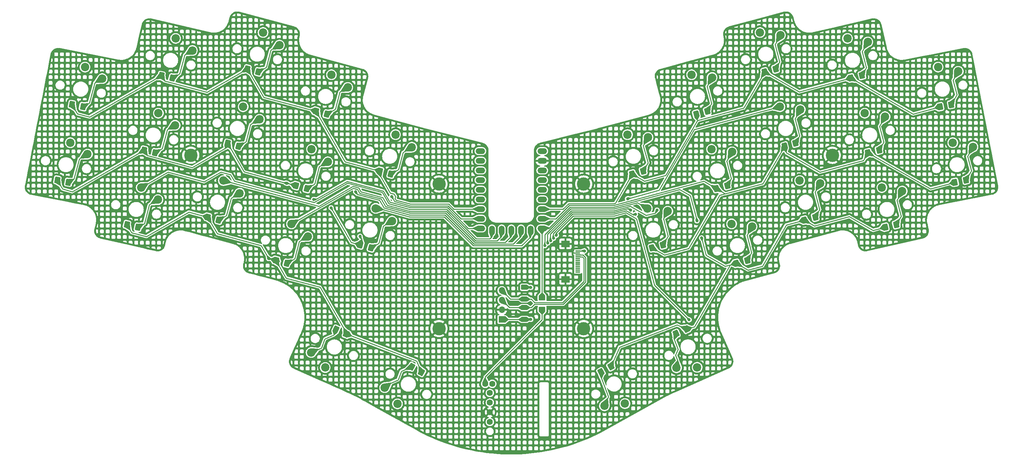
<source format=gtl>
G04 #@! TF.GenerationSoftware,KiCad,Pcbnew,7.0.2-0*
G04 #@! TF.CreationDate,2023-09-16T16:42:03+01:00*
G04 #@! TF.ProjectId,buteo-mx,62757465-6f2d-46d7-982e-6b696361645f,0.0.1*
G04 #@! TF.SameCoordinates,Original*
G04 #@! TF.FileFunction,Copper,L1,Top*
G04 #@! TF.FilePolarity,Positive*
%FSLAX46Y46*%
G04 Gerber Fmt 4.6, Leading zero omitted, Abs format (unit mm)*
G04 Created by KiCad (PCBNEW 7.0.2-0) date 2023-09-16 16:42:03*
%MOMM*%
%LPD*%
G01*
G04 APERTURE LIST*
G04 Aperture macros list*
%AMRoundRect*
0 Rectangle with rounded corners*
0 $1 Rounding radius*
0 $2 $3 $4 $5 $6 $7 $8 $9 X,Y pos of 4 corners*
0 Add a 4 corners polygon primitive as box body*
4,1,4,$2,$3,$4,$5,$6,$7,$8,$9,$2,$3,0*
0 Add four circle primitives for the rounded corners*
1,1,$1+$1,$2,$3*
1,1,$1+$1,$4,$5*
1,1,$1+$1,$6,$7*
1,1,$1+$1,$8,$9*
0 Add four rect primitives between the rounded corners*
20,1,$1+$1,$2,$3,$4,$5,0*
20,1,$1+$1,$4,$5,$6,$7,0*
20,1,$1+$1,$6,$7,$8,$9,0*
20,1,$1+$1,$8,$9,$2,$3,0*%
G04 Aperture macros list end*
G04 #@! TA.AperFunction,ComponentPad*
%ADD10O,2.500000X1.500000*%
G04 #@! TD*
G04 #@! TA.AperFunction,ComponentPad*
%ADD11O,1.500000X2.500000*%
G04 #@! TD*
G04 #@! TA.AperFunction,ComponentPad*
%ADD12C,2.200000*%
G04 #@! TD*
G04 #@! TA.AperFunction,SMDPad,CuDef*
%ADD13RoundRect,0.250001X-0.591239X-0.504941X0.310051X-0.713020X0.591239X0.504941X-0.310051X0.713020X0*%
G04 #@! TD*
G04 #@! TA.AperFunction,ComponentPad*
%ADD14C,2.600000*%
G04 #@! TD*
G04 #@! TA.AperFunction,ConnectorPad*
%ADD15C,3.500000*%
G04 #@! TD*
G04 #@! TA.AperFunction,SMDPad,CuDef*
%ADD16RoundRect,0.250001X-0.334746X-0.701765X0.573257X-0.525267X0.334746X0.701765X-0.573257X0.525267X0*%
G04 #@! TD*
G04 #@! TA.AperFunction,SMDPad,CuDef*
%ADD17RoundRect,0.250001X-0.608501X-0.483999X0.284978X-0.723406X0.608501X0.483999X-0.284978X0.723406X0*%
G04 #@! TD*
G04 #@! TA.AperFunction,SMDPad,CuDef*
%ADD18RoundRect,0.250001X-0.573257X-0.525267X0.334746X-0.701765X0.573257X0.525267X-0.334746X0.701765X0*%
G04 #@! TD*
G04 #@! TA.AperFunction,SMDPad,CuDef*
%ADD19RoundRect,0.250001X-0.624999X0.462499X-0.624999X-0.462499X0.624999X-0.462499X0.624999X0.462499X0*%
G04 #@! TD*
G04 #@! TA.AperFunction,SMDPad,CuDef*
%ADD20RoundRect,0.250000X-0.625000X0.400000X-0.625000X-0.400000X0.625000X-0.400000X0.625000X0.400000X0*%
G04 #@! TD*
G04 #@! TA.AperFunction,SMDPad,CuDef*
%ADD21RoundRect,0.250001X-0.284978X-0.723406X0.608501X-0.483999X0.284978X0.723406X-0.608501X0.483999X0*%
G04 #@! TD*
G04 #@! TA.AperFunction,SMDPad,CuDef*
%ADD22RoundRect,0.250001X0.676724X0.382850X-0.168304X0.759080X-0.676724X-0.382850X0.168304X-0.759080X0*%
G04 #@! TD*
G04 #@! TA.AperFunction,SMDPad,CuDef*
%ADD23RoundRect,0.250001X-0.310051X-0.713020X0.591239X-0.504941X0.310051X0.713020X-0.591239X0.504941X0*%
G04 #@! TD*
G04 #@! TA.AperFunction,SMDPad,CuDef*
%ADD24RoundRect,0.250001X0.707516X0.322412X-0.101505X0.770860X-0.707516X-0.322412X0.101505X-0.770860X0*%
G04 #@! TD*
G04 #@! TA.AperFunction,ComponentPad*
%ADD25R,1.700000X1.700000*%
G04 #@! TD*
G04 #@! TA.AperFunction,ComponentPad*
%ADD26O,1.700000X1.700000*%
G04 #@! TD*
G04 #@! TA.AperFunction,SMDPad,CuDef*
%ADD27RoundRect,0.250001X0.101505X0.770860X-0.707516X0.322412X-0.101505X-0.770860X0.707516X-0.322412X0*%
G04 #@! TD*
G04 #@! TA.AperFunction,SMDPad,CuDef*
%ADD28RoundRect,0.250001X0.168304X0.759080X-0.676724X0.382850X-0.168304X-0.759080X0.676724X-0.382850X0*%
G04 #@! TD*
G04 #@! TA.AperFunction,SMDPad,CuDef*
%ADD29R,1.300000X0.300000*%
G04 #@! TD*
G04 #@! TA.AperFunction,SMDPad,CuDef*
%ADD30R,2.200000X1.800000*%
G04 #@! TD*
G04 #@! TA.AperFunction,ComponentPad*
%ADD31C,1.600000*%
G04 #@! TD*
G04 #@! TA.AperFunction,ViaPad*
%ADD32C,0.800000*%
G04 #@! TD*
G04 #@! TA.AperFunction,Conductor*
%ADD33C,0.250000*%
G04 #@! TD*
G04 APERTURE END LIST*
D10*
X140869279Y-74717501D03*
X140869279Y-77257501D03*
X140869279Y-79797501D03*
X140869279Y-82337501D03*
X140869279Y-84877501D03*
X140869279Y-87417501D03*
X140869279Y-89957501D03*
X140869279Y-92497501D03*
X140869279Y-95037501D03*
D11*
X143909279Y-95537501D03*
X146449279Y-95537501D03*
X148989279Y-95537501D03*
X151529279Y-95537501D03*
X154069279Y-95537501D03*
D10*
X157109279Y-95037501D03*
X157109279Y-92497501D03*
X157109279Y-89957501D03*
X157109279Y-87417501D03*
X157109279Y-84877501D03*
X157109279Y-82337501D03*
X157109279Y-79797501D03*
X157109279Y-77257501D03*
X157109279Y-74717501D03*
D12*
X78574056Y-63054150D03*
X82860166Y-66376689D03*
X214293549Y-43549209D03*
X219666698Y-44283558D03*
D13*
X48052034Y-94025291D03*
X50950784Y-94694521D03*
D14*
X129995000Y-83370000D03*
D15*
X129995000Y-83370000D03*
D12*
X73374023Y-82460953D03*
X77660133Y-85783492D03*
X219519886Y-63054150D03*
X224893035Y-63788499D03*
D14*
X129985000Y-121340000D03*
D15*
X129985000Y-121340000D03*
D16*
X265444633Y-82908476D03*
X268364973Y-82340820D03*
D12*
X101756657Y-54653401D03*
X106042767Y-57975940D03*
D17*
X109295453Y-99355980D03*
X112169083Y-100125966D03*
D12*
X118578192Y-70381310D03*
X122864302Y-73703849D03*
X237257145Y-45110756D03*
X242601392Y-46032177D03*
D18*
X29767092Y-82346709D03*
X32687432Y-82914365D03*
D17*
X114464630Y-79973681D03*
X117338260Y-80743667D03*
D19*
X157064581Y-113287501D03*
X157064581Y-116262501D03*
D13*
X57088786Y-54869987D03*
X59987536Y-55539217D03*
D12*
X264917109Y-72493909D03*
X270225944Y-73601281D03*
D20*
X152416382Y-110499987D03*
X152416382Y-113599987D03*
D12*
X184708214Y-89763577D03*
X190081363Y-90497926D03*
X196337283Y-54653401D03*
X201710432Y-55387750D03*
D21*
X180742624Y-80730253D03*
X183616254Y-79960267D03*
X220748771Y-73406610D03*
X223622401Y-72636624D03*
D17*
X69277717Y-92060022D03*
X72151347Y-92830008D03*
D13*
X52550421Y-74473340D03*
X55449171Y-75142570D03*
D22*
X105674944Y-122756789D03*
X102957146Y-121546747D03*
D18*
X33599981Y-62477348D03*
X36520321Y-63045004D03*
D14*
X167985000Y-83360000D03*
D15*
X167985000Y-83360000D03*
D21*
X202816386Y-84557822D03*
X205690016Y-83787836D03*
D12*
X83799394Y-43549214D03*
X88085504Y-46871753D03*
D14*
X233285000Y-75820000D03*
D15*
X233285000Y-75820000D03*
D12*
X241789562Y-64742810D03*
X247133809Y-65664231D03*
D17*
X74470146Y-72652631D03*
X77343776Y-73422617D03*
D21*
X225934303Y-92836559D03*
X228807933Y-92066573D03*
D23*
X242655795Y-75143942D03*
X245554545Y-74474712D03*
D12*
X201574747Y-74199878D03*
X206947896Y-74934227D03*
X206833950Y-93827487D03*
X212207099Y-94561836D03*
X113385729Y-89763571D03*
X117671839Y-93086110D03*
X51790513Y-84294519D03*
X56189966Y-87465451D03*
D17*
X79665899Y-53132517D03*
X82539529Y-53902503D03*
D12*
X56304381Y-64742809D03*
X60703834Y-67913741D03*
X224719920Y-82460953D03*
X230093069Y-83195302D03*
D21*
X185940712Y-100126041D03*
X188814342Y-99356055D03*
D14*
X64815000Y-75810000D03*
D15*
X64815000Y-75810000D03*
D12*
X33176831Y-72493906D03*
X37684268Y-75509368D03*
X246303431Y-84294519D03*
X251647678Y-85215940D03*
D24*
X125395402Y-132798598D03*
X122793408Y-131356290D03*
D21*
X215523214Y-53904567D03*
X218396844Y-53134581D03*
D12*
X261058758Y-52644407D03*
X266367593Y-53751779D03*
D17*
X87163167Y-103405713D03*
X90036797Y-104175699D03*
D12*
X37035187Y-52644402D03*
X41542624Y-55659864D03*
D20*
X152390980Y-115833987D03*
X152390980Y-118933987D03*
D12*
X179513746Y-70381310D03*
X184886895Y-71115659D03*
X91259998Y-93827491D03*
X95546108Y-97150030D03*
D16*
X261576548Y-63063406D03*
X264496888Y-62495750D03*
D21*
X197565816Y-65010720D03*
X200439446Y-64240734D03*
D25*
X146498182Y-118958186D03*
D26*
X146498182Y-116418186D03*
X146498182Y-113878186D03*
X146498182Y-111338186D03*
D27*
X175133733Y-131306085D03*
X172531739Y-132748393D03*
D28*
X194956544Y-121479434D03*
X192238746Y-122689476D03*
D12*
X100117246Y-131579748D03*
X96403665Y-127627620D03*
D23*
X238160552Y-55508331D03*
X241059302Y-54839101D03*
D29*
X166435000Y-100985000D03*
X166435000Y-101485000D03*
X166435000Y-101985000D03*
X166435000Y-102485000D03*
X166435000Y-102985000D03*
X166435000Y-103485000D03*
X166435000Y-103985000D03*
X166435000Y-104485000D03*
X166435000Y-104985000D03*
X166435000Y-105485000D03*
X166435000Y-105985000D03*
X166435000Y-106485000D03*
D30*
X163185000Y-99085000D03*
X163185000Y-108385000D03*
D17*
X97672594Y-64251608D03*
X100546224Y-65021594D03*
D21*
X208072999Y-104175777D03*
X210946629Y-103405791D03*
D23*
X247178629Y-94689339D03*
X250077379Y-94020109D03*
D12*
X96519198Y-74199876D03*
X100805308Y-77522415D03*
X197801716Y-131519225D03*
X192379842Y-131634463D03*
D14*
X167995000Y-121350000D03*
D15*
X167995000Y-121350000D03*
D12*
X119089039Y-141111397D03*
X115734041Y-136850648D03*
X60836795Y-45110760D03*
X65236248Y-48281692D03*
D17*
X92427024Y-83789699D03*
X95300654Y-84559685D03*
D12*
X178829925Y-141050884D03*
X173438726Y-141638231D03*
D31*
X143350000Y-138250000D03*
X143350000Y-140790000D03*
X143350000Y-143330000D03*
X143350000Y-145870000D03*
X142125000Y-135860000D03*
X143975000Y-135860000D03*
D32*
X101670188Y-89612067D03*
X117584439Y-86629349D03*
X89941802Y-83154843D03*
X109247452Y-97117273D03*
X85269922Y-102908769D03*
X97079833Y-87424971D03*
X157782164Y-99526356D03*
X179520127Y-87217492D03*
X159308532Y-98238151D03*
X180322463Y-90211860D03*
X160073104Y-97594352D03*
X108130426Y-85392350D03*
X181554147Y-91331220D03*
X195679157Y-119050000D03*
X160797607Y-96849785D03*
X198953817Y-97539400D03*
X197737370Y-92999541D03*
X187260038Y-90216446D03*
X158517152Y-98849005D03*
X154099279Y-118907501D03*
X154099279Y-110517500D03*
X168185000Y-100935000D03*
D33*
X118659023Y-87590579D02*
X118429556Y-87193132D01*
X118429556Y-87193132D02*
X118578499Y-86637256D01*
X122476190Y-88613388D02*
X118659023Y-87590579D01*
X33599982Y-62477348D02*
X34998634Y-64899885D01*
X57087783Y-54869988D02*
X38220305Y-65763132D01*
X117186847Y-85694592D02*
X114281223Y-80661904D01*
X114281223Y-80661904D02*
X114465633Y-79973681D01*
X118189340Y-85963212D02*
X117186847Y-85694592D01*
X118578499Y-86637256D02*
X118189340Y-85963212D01*
X141370278Y-89957495D02*
X133878537Y-89957499D01*
X38220305Y-65763132D02*
X34998634Y-64899885D01*
X105337633Y-77527841D02*
X97672596Y-64251609D01*
X69081889Y-59243200D02*
X57879669Y-56241572D01*
X114465633Y-79973681D02*
X105337633Y-77527841D01*
X97672596Y-64251609D02*
X83966105Y-60578966D01*
X57879669Y-56241572D02*
X57087783Y-54869988D01*
X132534428Y-88613387D02*
X122476190Y-88613388D01*
X79665897Y-53132517D02*
X69081889Y-59243200D01*
X83966105Y-60578966D02*
X79666897Y-53132516D01*
X133878537Y-89957499D02*
X132534428Y-88613387D01*
X39578863Y-56793638D02*
X38156829Y-62100743D01*
X38156829Y-62100743D02*
X36521321Y-63045007D01*
X41542619Y-55659863D02*
X39578863Y-56793638D01*
X63236144Y-49436448D02*
X61896183Y-54437259D01*
X63236144Y-49436448D02*
X65236250Y-48281685D01*
X61896183Y-54437259D02*
X59987534Y-55539217D01*
X85830080Y-48174496D02*
X88086504Y-46871748D01*
X85830080Y-48174496D02*
X84616402Y-52704000D01*
X84616402Y-52704000D02*
X82540527Y-53902503D01*
X103949584Y-59184440D02*
X106042767Y-57975940D01*
X100546223Y-65021594D02*
X100554777Y-64989673D01*
X100554777Y-64989673D02*
X102730691Y-63733408D01*
X102730691Y-63733408D02*
X103949584Y-59184440D01*
X117338259Y-80743667D02*
X119356142Y-79578643D01*
X119356142Y-79578643D02*
X120576338Y-75024806D01*
X120576338Y-75024806D02*
X122864301Y-73703849D01*
X135782141Y-92497495D02*
X141370276Y-92497501D01*
X74160857Y-73806910D02*
X74470146Y-72652631D01*
X65150646Y-79008963D02*
X74160857Y-73806910D01*
X117584439Y-86629349D02*
X118362505Y-87977000D01*
X132364704Y-89080062D02*
X135782141Y-92497495D01*
X89978546Y-83133635D02*
X89941802Y-83154843D01*
X118362505Y-87977000D02*
X122479169Y-89080060D01*
X31112075Y-84676294D02*
X33684517Y-85365575D01*
X92427026Y-83789699D02*
X89978546Y-83133635D01*
X109689949Y-97883701D02*
X109295457Y-99355978D01*
X122479169Y-89080060D02*
X132364704Y-89080062D01*
X78811783Y-80172564D02*
X74470146Y-72652631D01*
X109247452Y-97117273D02*
X109689949Y-97883701D01*
X106929879Y-98722125D02*
X101670188Y-89612067D01*
X89941802Y-83154843D02*
X78811783Y-80172564D01*
X52550421Y-74473342D02*
X53342307Y-75844929D01*
X53342307Y-75844929D02*
X65150646Y-79008963D01*
X31112075Y-84676294D02*
X29767090Y-82346709D01*
X33684517Y-85365575D02*
X52550421Y-74473342D01*
X109295457Y-99355978D02*
X106929879Y-98722125D01*
X35512860Y-76763036D02*
X34080055Y-82110336D01*
X34080055Y-82110336D02*
X32687431Y-82914365D01*
X35512860Y-76763036D02*
X37684269Y-75509370D01*
X55449169Y-75142571D02*
X57335518Y-74053487D01*
X58665297Y-69090685D02*
X60703834Y-67913742D01*
X57335518Y-74053487D02*
X58665297Y-69090685D01*
X79271679Y-72309540D02*
X80495578Y-67741884D01*
X80495578Y-67741884D02*
X82860166Y-66376689D01*
X77343771Y-73422618D02*
X79271679Y-72309540D01*
X97333912Y-83385785D02*
X95300656Y-84559687D01*
X98557217Y-78820352D02*
X100805308Y-77522418D01*
X98557217Y-78820352D02*
X97333912Y-83385785D01*
X115407148Y-94393638D02*
X114182675Y-98963416D01*
X114182675Y-98963416D02*
X112169086Y-100125966D01*
X115407148Y-94393638D02*
X117671835Y-93086115D01*
X137685747Y-95037498D02*
X141370277Y-95037498D01*
X85282169Y-102901698D02*
X85269922Y-102908769D01*
X97455496Y-87525629D02*
X105904352Y-82647680D01*
X64320104Y-90731632D02*
X53162676Y-97173374D01*
X98760469Y-110445813D02*
X89849193Y-108058042D01*
X83311235Y-99516229D02*
X71802088Y-96432361D01*
X124068010Y-129817226D02*
X105674944Y-122756792D01*
X122459292Y-89540605D02*
X132188856Y-89540608D01*
X71802088Y-96432361D02*
X69277715Y-92060020D01*
X115404470Y-85193229D02*
X117082663Y-88099939D01*
X53162676Y-97173374D02*
X49266906Y-96129510D01*
X117082663Y-88099939D02*
X122459292Y-89540605D01*
X85269922Y-102908769D02*
X83311235Y-99516229D01*
X89849193Y-108058042D02*
X87163169Y-103405714D01*
X97079833Y-87424971D02*
X97455496Y-87525629D01*
X87163169Y-103405714D02*
X85282169Y-102901698D01*
X105904352Y-82647680D02*
X115404470Y-85193229D01*
X69277715Y-92060020D02*
X64320104Y-90731632D01*
X49266906Y-96129510D02*
X48052035Y-94025287D01*
X105752126Y-122555718D02*
X98760469Y-110445813D01*
X125395401Y-132798597D02*
X124068010Y-129817226D01*
X105674944Y-122756792D02*
X105752126Y-122555718D01*
X132188856Y-89540608D02*
X137685747Y-95037498D01*
X88117715Y-103661484D02*
X87163169Y-103405714D01*
X53933684Y-88768109D02*
X52601000Y-93741765D01*
X53933684Y-88768109D02*
X56189967Y-87465446D01*
X52601000Y-93741765D02*
X50950785Y-94694519D01*
X75403707Y-87086239D02*
X77660134Y-85783494D01*
X75403707Y-87086239D02*
X74178229Y-91659788D01*
X74178229Y-91659788D02*
X72151343Y-92830007D01*
X93302055Y-98445632D02*
X92083280Y-102994162D01*
X93302055Y-98445632D02*
X95546108Y-97150025D01*
X92083280Y-102994162D02*
X90036793Y-104175699D01*
X99101678Y-126426388D02*
X100007810Y-124065834D01*
X102398796Y-123001297D02*
X102957145Y-121546749D01*
X100007810Y-124065834D02*
X102398796Y-123001297D01*
X96403669Y-127627620D02*
X99101678Y-126426388D01*
X115957392Y-136268800D02*
X115734041Y-136850647D01*
X120112804Y-132549769D02*
X119247507Y-134803943D01*
X119247507Y-134803943D02*
X115957392Y-136268800D01*
X122793408Y-131356288D02*
X120112804Y-132549769D01*
X68311072Y-82744075D02*
X72720153Y-80198485D01*
X143910276Y-97172186D02*
X143910274Y-95137499D01*
X157782160Y-96671357D02*
X164555213Y-89898314D01*
X116821504Y-88547606D02*
X122426476Y-90049450D01*
X122426476Y-90049450D02*
X132061306Y-90049450D01*
X76221512Y-82586059D02*
X97182874Y-88202642D01*
X58861517Y-80212071D02*
X68311072Y-82744075D01*
X164555213Y-89898314D02*
X175890287Y-89898312D01*
X143305611Y-97776860D02*
X143910276Y-97172186D01*
X175890287Y-89898312D02*
X182072432Y-88241810D01*
X97182874Y-88202642D02*
X105967934Y-83130586D01*
X139788709Y-97776859D02*
X143305611Y-97776860D01*
X115107952Y-85579652D02*
X116821504Y-88547606D01*
X182072432Y-88241810D02*
X184708215Y-89763580D01*
X72720153Y-80198485D02*
X75231559Y-80871420D01*
X51790513Y-84294517D02*
X58861517Y-80212071D01*
X75231559Y-80871420D02*
X76221512Y-82586059D01*
X157782164Y-99526356D02*
X157782160Y-96671357D01*
X132061306Y-90049450D02*
X139788709Y-97776859D01*
X105967934Y-83130586D02*
X115107952Y-85579652D01*
X184864710Y-77799612D02*
X183617254Y-79960266D01*
X183648812Y-73261812D02*
X184864710Y-77799612D01*
X183648812Y-73261812D02*
X184887898Y-71115656D01*
X200386491Y-57680886D02*
X201603814Y-62223990D01*
X200386491Y-57680886D02*
X201710433Y-55387751D01*
X201603814Y-62223990D02*
X200439445Y-64240732D01*
X218259038Y-46721704D02*
X219666702Y-44283562D01*
X219476361Y-51264805D02*
X218259038Y-46721704D01*
X218396845Y-53134583D02*
X219476361Y-51264805D01*
X242245525Y-52784502D02*
X241059304Y-54839098D01*
X241122568Y-48593571D02*
X242601390Y-46032174D01*
X241122568Y-48593571D02*
X242245525Y-52784502D01*
X264988890Y-56139747D02*
X266367591Y-53751770D01*
X264988890Y-56139747D02*
X265996164Y-59898933D01*
X265996164Y-59898933D02*
X264496887Y-62495750D01*
X109190072Y-85777705D02*
X114783397Y-87276429D01*
X139415912Y-98676853D02*
X147390272Y-98676852D01*
X159235281Y-96491035D02*
X164896356Y-90829955D01*
X115950378Y-89297700D02*
X122373782Y-91018844D01*
X179648854Y-89822953D02*
X180322463Y-90211860D01*
X196964938Y-69097728D02*
X187781532Y-85003854D01*
X164896356Y-90829955D02*
X175890671Y-90829961D01*
X219519881Y-63054149D02*
X196964938Y-69097728D01*
X148990279Y-97076842D02*
X148990275Y-95137500D01*
X187781532Y-85003854D02*
X179520127Y-87217492D01*
X91259996Y-93827485D02*
X107474528Y-84466027D01*
X159235276Y-98164900D02*
X159235281Y-96491035D01*
X159308532Y-98238151D02*
X159235276Y-98164900D01*
X175890671Y-90829961D02*
X179648854Y-89822953D01*
X122373782Y-91018844D02*
X131757904Y-91018841D01*
X114783397Y-87276429D02*
X115950378Y-89297700D01*
X147390272Y-98676852D02*
X148990279Y-97076842D01*
X108608142Y-84769779D02*
X109190072Y-85777705D01*
X107474528Y-84466027D02*
X108608142Y-84769779D01*
X131757904Y-91018841D02*
X139415912Y-98676853D01*
X188912985Y-92521605D02*
X190081365Y-90497928D01*
X188912985Y-92521605D02*
X190132507Y-97072927D01*
X190132507Y-97072927D02*
X188814342Y-99356057D01*
X205553244Y-77349835D02*
X206947892Y-74934222D01*
X206774835Y-81908874D02*
X205690014Y-83787836D01*
X205553244Y-77349835D02*
X206774835Y-81908874D01*
X223485369Y-66226637D02*
X224701916Y-70766849D01*
X224701916Y-70766849D02*
X223622403Y-72636624D01*
X223485369Y-66226637D02*
X224893031Y-63788496D01*
X245657230Y-68221734D02*
X246769053Y-72371124D01*
X246769053Y-72371124D02*
X245554546Y-74474714D01*
X245657230Y-68221734D02*
X247133807Y-65664234D01*
X268783993Y-76098815D02*
X269793538Y-79866480D01*
X269793538Y-79866480D02*
X268364973Y-82340819D01*
X268783993Y-76098815D02*
X270225942Y-73601283D01*
X159978371Y-97499621D02*
X160073104Y-97594352D01*
X131518452Y-91479393D02*
X139165917Y-99126855D01*
X115517115Y-89647480D02*
X122353909Y-91479392D01*
X175949915Y-91279955D02*
X165082752Y-91279954D01*
X179209621Y-90406522D02*
X175949915Y-91279955D01*
X159978375Y-96384335D02*
X159978371Y-97499621D01*
X114350136Y-87626210D02*
X115517115Y-89647480D01*
X108517899Y-86063471D02*
X114350136Y-87626210D01*
X181554147Y-91331220D02*
X181046739Y-91467180D01*
X108130426Y-85392350D02*
X108517899Y-86063471D01*
X151530277Y-97061852D02*
X151530280Y-95137504D01*
X139165917Y-99126855D02*
X149465271Y-99126858D01*
X122353909Y-91479392D02*
X131518452Y-91479393D01*
X149465271Y-99126858D02*
X151530277Y-97061852D01*
X165082752Y-91279954D02*
X159978375Y-96384335D01*
X181046739Y-91467180D02*
X179209621Y-90406522D01*
X210883156Y-96854967D02*
X212102163Y-101404353D01*
X210883156Y-96854967D02*
X212207097Y-94561836D01*
X212102163Y-101404353D02*
X210946629Y-103405790D01*
X228756117Y-85510968D02*
X229972301Y-90049824D01*
X229972301Y-90049824D02*
X228807932Y-92066569D01*
X228756117Y-85510968D02*
X230093066Y-83195302D01*
X251355526Y-91806293D02*
X250077378Y-94020110D01*
X250242016Y-87650615D02*
X251355526Y-91806293D01*
X250242016Y-87650615D02*
X251647678Y-85215940D01*
X172238530Y-133406954D02*
X174490988Y-139274808D01*
X174490988Y-139274808D02*
X173438728Y-141638230D01*
X172531739Y-132748393D02*
X172238530Y-133406954D01*
X192921267Y-130418404D02*
X192379843Y-131634461D01*
X192238747Y-122689474D02*
X191696542Y-123907280D01*
X192805876Y-126797187D02*
X192121373Y-128334605D01*
X192121373Y-128334605D02*
X192921267Y-130418404D01*
X191696542Y-123907280D02*
X192805876Y-126797187D01*
X152220416Y-115663422D02*
X152390982Y-115833985D01*
X168460000Y-102673604D02*
X167771396Y-101985000D01*
X154209279Y-115827500D02*
X155089279Y-114947501D01*
X152397467Y-115827501D02*
X154209279Y-115827500D01*
X162625674Y-114947500D02*
X168460000Y-109113174D01*
X168460000Y-109113174D02*
X168460000Y-102673604D01*
X152390982Y-115833985D02*
X148453982Y-115833986D01*
X148453982Y-115833986D02*
X146498182Y-113878186D01*
X167771396Y-101985000D02*
X166435000Y-101985000D01*
X152390981Y-115833987D02*
X152397467Y-115827501D01*
X155089279Y-114947501D02*
X162625674Y-114947500D01*
X148759981Y-113599985D02*
X146498181Y-111338185D01*
X155109279Y-114497501D02*
X162439278Y-114497500D01*
X167635000Y-102485000D02*
X166435000Y-102485000D01*
X152416382Y-113599987D02*
X154206793Y-113599987D01*
X152416382Y-113599987D02*
X148759981Y-113599985D01*
X162439278Y-114497500D02*
X168010000Y-108926778D01*
X154206793Y-113599987D02*
X154209279Y-113597501D01*
X168010000Y-108926778D02*
X168010000Y-102860000D01*
X154209279Y-113597501D02*
X155109279Y-114497501D01*
X168010000Y-102860000D02*
X167635000Y-102485000D01*
X131377301Y-91988240D02*
X138965911Y-99576852D01*
X195679157Y-119050000D02*
X195661291Y-119050000D01*
X113586319Y-89647761D02*
X122321091Y-91988242D01*
X154070280Y-97221845D02*
X154070280Y-95137503D01*
X165258601Y-91740506D02*
X160797604Y-96201499D01*
X122321091Y-91988242D02*
X131377301Y-91988240D01*
X138965911Y-99576852D02*
X151715268Y-99576852D01*
X181879728Y-92467722D02*
X179146037Y-90889427D01*
X179146037Y-90889427D02*
X175969795Y-91740507D01*
X113385731Y-89763576D02*
X113586319Y-89647761D01*
X151715268Y-99576852D02*
X154070280Y-97221845D01*
X154070280Y-95137503D02*
X153970282Y-95037503D01*
X175969795Y-91740507D02*
X165258601Y-91740506D01*
X186565116Y-109953825D02*
X181879728Y-92467722D01*
X195661291Y-119050000D02*
X186565116Y-109953825D01*
X160797604Y-96201499D02*
X160797607Y-96849785D01*
X193160484Y-84804901D02*
X195977397Y-86431249D01*
X156610280Y-95037497D02*
X156988380Y-95415598D01*
X156988382Y-112785988D02*
X156988381Y-113141585D01*
X164368811Y-89448313D02*
X175831045Y-89448313D01*
X211122615Y-105936472D02*
X208073001Y-104175775D01*
X194956542Y-121479433D02*
X197073853Y-120912101D01*
X157057165Y-113280084D02*
X157064581Y-113287500D01*
X175831045Y-89448313D02*
X193160484Y-84804901D01*
X194956543Y-121479431D02*
X192505884Y-120388326D01*
X157057164Y-95485387D02*
X157057165Y-113280084D01*
X177415591Y-126180949D02*
X175133734Y-131306085D01*
X192505884Y-120388326D02*
X177415591Y-126180949D01*
X221179535Y-94110593D02*
X214942853Y-104912844D01*
X157013780Y-95442004D02*
X156609278Y-95037500D01*
X205151075Y-104958703D02*
X208073001Y-104175775D01*
X243976276Y-95547406D02*
X237720174Y-91935443D01*
X200169310Y-102075675D02*
X200166361Y-102080779D01*
X206491991Y-104599409D02*
X208073001Y-104175779D01*
X247178627Y-94689342D02*
X243976276Y-95547406D01*
X156609278Y-95037501D02*
X157057164Y-95485387D01*
X200166361Y-102080779D02*
X205151075Y-104958703D01*
X228604245Y-94378048D02*
X225934305Y-92836556D01*
X237720174Y-91935443D02*
X228604245Y-94378048D01*
X214942853Y-104912844D02*
X211122615Y-105936472D01*
X156510277Y-95037498D02*
X158779624Y-95037495D01*
X195977397Y-86431249D02*
X197737370Y-92999541D01*
X225934305Y-92836556D02*
X221179535Y-94110593D01*
X158779624Y-95037495D02*
X164368811Y-89448313D01*
X198953817Y-97539400D02*
X200169310Y-102075675D01*
X197073853Y-120912101D02*
X206491991Y-104599409D01*
X157064580Y-113366987D02*
X157013780Y-113316187D01*
X241481865Y-77177248D02*
X242655795Y-75143942D01*
X205158710Y-85910167D02*
X205192390Y-85929611D01*
X202816386Y-84557824D02*
X205158710Y-85910167D01*
X220748771Y-73406611D02*
X221223921Y-75179888D01*
X215042419Y-83290303D02*
X220748771Y-73406611D01*
X189210783Y-102014020D02*
X195590721Y-100304517D01*
X230008333Y-80251571D02*
X241481865Y-77177248D01*
X205192390Y-85929611D02*
X215042419Y-83290303D01*
X164231174Y-88949553D02*
X175953775Y-88949554D01*
X203671185Y-86308745D02*
X205158710Y-85910167D01*
X160683227Y-92497502D02*
X164231174Y-88949553D01*
X265444631Y-82908476D02*
X259065112Y-84617863D01*
X185940714Y-100126044D02*
X189210783Y-102014020D01*
X195590721Y-100304517D02*
X203671185Y-86308745D01*
X156610278Y-92497499D02*
X160683227Y-92497502D01*
X175953775Y-88949554D02*
X199496752Y-82641230D01*
X221223921Y-75179888D02*
X230008333Y-80251571D01*
X199496752Y-82641230D02*
X202816386Y-84557824D01*
X259065112Y-84617863D02*
X242655795Y-75143942D01*
X122393659Y-90558296D02*
X131933754Y-90558298D01*
X131933754Y-90558298D02*
X139602311Y-98226854D01*
X175910161Y-90358857D02*
X164731057Y-90358861D01*
X73374025Y-82460948D02*
X98422414Y-89172649D01*
X158511970Y-96577943D02*
X158511974Y-98843830D01*
X115237943Y-86932353D02*
X116404921Y-88953619D01*
X107410948Y-83983117D02*
X108904653Y-84383356D01*
X184420967Y-91598337D02*
X180256831Y-89194175D01*
X108904653Y-84383356D02*
X109486582Y-85391282D01*
X180256831Y-89194175D02*
X175910161Y-90358857D01*
X139602311Y-98226854D02*
X145290268Y-98226854D01*
X164731057Y-90358861D02*
X158511970Y-96577943D01*
X158511974Y-98843830D02*
X158517152Y-98849005D01*
X146450277Y-97066847D02*
X146450276Y-95137507D01*
X186835775Y-90951287D02*
X184420967Y-91598337D01*
X187260038Y-90216446D02*
X186835775Y-90951287D01*
X145290268Y-98226854D02*
X146450277Y-97066847D01*
X109486582Y-85391282D02*
X115237943Y-86932353D01*
X116404921Y-88953619D02*
X122393659Y-90558296D01*
X98422414Y-89172649D02*
X107410948Y-83983117D01*
X146450276Y-95137507D02*
X146350279Y-95037504D01*
X157064581Y-119030419D02*
X142125000Y-133970000D01*
X142125000Y-133970000D02*
X142125000Y-135860000D01*
X157064581Y-116262501D02*
X157064581Y-119030419D01*
X157064580Y-116262501D02*
X157039182Y-116287900D01*
X156610280Y-89957500D02*
X156653027Y-90000247D01*
X224596228Y-59142880D02*
X215523214Y-53904570D01*
X197455507Y-65201777D02*
X197565815Y-65010718D01*
X197848302Y-66667701D02*
X210040571Y-63400791D01*
X175933893Y-88489000D02*
X176324545Y-88384328D01*
X164055328Y-88489004D02*
X175933893Y-88489000D01*
X210040571Y-63400791D02*
X215523214Y-53904570D01*
X180743628Y-80730252D02*
X183936083Y-82573417D01*
X254520880Y-64953966D02*
X238160554Y-55508330D01*
X162544081Y-90000249D02*
X164055328Y-88489004D01*
X261576550Y-63063408D02*
X254520880Y-64953966D01*
X183936083Y-82573417D02*
X189530608Y-81074370D01*
X156653027Y-90000247D02*
X162544081Y-90000249D01*
X238160554Y-55508330D02*
X224596228Y-59142880D01*
X176324545Y-88384328D02*
X180743628Y-80730252D01*
X189530608Y-81074370D02*
X197848302Y-66667701D01*
X197848302Y-66667701D02*
X197455507Y-65201777D01*
X152366782Y-118958185D02*
X152390981Y-118933986D01*
X152390981Y-118933986D02*
X152315982Y-119008985D01*
X146498182Y-118958187D02*
X152366782Y-118958185D01*
X154081764Y-110499985D02*
X152416380Y-110499985D01*
X154099279Y-118907501D02*
X154072794Y-118933985D01*
X168185000Y-100935000D02*
X166485000Y-100935000D01*
X166485000Y-100935000D02*
X166435000Y-100985000D01*
X154072794Y-118933985D02*
X152390981Y-118933986D01*
X154099279Y-110517500D02*
X154081764Y-110499985D01*
X166435000Y-101485000D02*
X165160000Y-101485000D01*
G04 #@! TA.AperFunction,Conductor*
G36*
X77055705Y-38033254D02*
G01*
X77322822Y-38065199D01*
X77338080Y-38068001D01*
X77469153Y-38100677D01*
X92007612Y-41996036D01*
X92137443Y-42033182D01*
X92152093Y-42038392D01*
X92392577Y-42141345D01*
X92399419Y-42144274D01*
X92415148Y-42152380D01*
X92580262Y-42253008D01*
X92643962Y-42291829D01*
X92658378Y-42302094D01*
X92865012Y-42472696D01*
X92877820Y-42484908D01*
X93058064Y-42683187D01*
X93069002Y-42697097D01*
X93219190Y-42919020D01*
X93228033Y-42934338D01*
X93344533Y-43174213D01*
X93345097Y-43175375D01*
X93351673Y-43191805D01*
X93433235Y-43447061D01*
X93437404Y-43464259D01*
X93481797Y-43728510D01*
X93483476Y-43746128D01*
X93489799Y-44014007D01*
X93488954Y-44031682D01*
X93456953Y-44298813D01*
X93454134Y-44314124D01*
X93421387Y-44445178D01*
X93421037Y-44446483D01*
X93403156Y-44513175D01*
X93403156Y-44513177D01*
X93403144Y-44513222D01*
X93403107Y-44513362D01*
X93403107Y-44513366D01*
X93403104Y-44513369D01*
X93403024Y-44513675D01*
X93399437Y-44527047D01*
X93399262Y-44528444D01*
X93358878Y-44686809D01*
X93356501Y-44692636D01*
X93355356Y-44699244D01*
X93353569Y-44707764D01*
X93351639Y-44715585D01*
X93351547Y-44722082D01*
X93293468Y-45073479D01*
X93291293Y-45080388D01*
X93290969Y-45085190D01*
X93289652Y-45096675D01*
X93288969Y-45100885D01*
X93289462Y-45107932D01*
X93265915Y-45466047D01*
X93264559Y-45472757D01*
X93264684Y-45477695D01*
X93264522Y-45487901D01*
X93264212Y-45493319D01*
X93265375Y-45500080D01*
X93277020Y-45858472D01*
X93276322Y-45865321D01*
X93276912Y-45870039D01*
X93277772Y-45880525D01*
X93277985Y-45885941D01*
X93279850Y-45892669D01*
X93326630Y-46248762D01*
X93326651Y-46255403D01*
X93327605Y-46259664D01*
X93329414Y-46269647D01*
X93330236Y-46275552D01*
X93332780Y-46282080D01*
X93386141Y-46511256D01*
X93412492Y-46624431D01*
X93413891Y-46630437D01*
X93414537Y-46637392D01*
X93416025Y-46641856D01*
X93419031Y-46652409D01*
X93420481Y-46658516D01*
X93423853Y-46665026D01*
X93538147Y-47002111D01*
X93539479Y-47009222D01*
X93541475Y-47013657D01*
X93545734Y-47024443D01*
X93547317Y-47029074D01*
X93551200Y-47035175D01*
X93698895Y-47361477D01*
X93700982Y-47368424D01*
X93702592Y-47371196D01*
X93708408Y-47382514D01*
X93710266Y-47386637D01*
X93714907Y-47392512D01*
X93893267Y-47701736D01*
X93895975Y-47708436D01*
X93898568Y-47712066D01*
X93904942Y-47721951D01*
X93907743Y-47726783D01*
X93912899Y-47732095D01*
X94120622Y-48022247D01*
X94124052Y-48028756D01*
X94126298Y-48031301D01*
X94134323Y-48041411D01*
X94137303Y-48045596D01*
X94143183Y-48050539D01*
X94377235Y-48317685D01*
X94381220Y-48323860D01*
X94385131Y-48327541D01*
X94393172Y-48335849D01*
X94397271Y-48340500D01*
X94403422Y-48344705D01*
X94663129Y-48588199D01*
X94667671Y-48593827D01*
X94671098Y-48596463D01*
X94680160Y-48604152D01*
X94684625Y-48608324D01*
X94691234Y-48611937D01*
X94973678Y-48828910D01*
X94978650Y-48833940D01*
X94982443Y-48836319D01*
X94991709Y-48842734D01*
X94997415Y-48847081D01*
X95004369Y-48849990D01*
X95305268Y-49037346D01*
X95310966Y-49042150D01*
X95314985Y-49044127D01*
X95325844Y-49050161D01*
X95330819Y-49053261D01*
X95338131Y-49055546D01*
X95624478Y-49196977D01*
X95655702Y-49212399D01*
X95662273Y-49216984D01*
X95665649Y-49218216D01*
X95679302Y-49224149D01*
X95683251Y-49226155D01*
X95691294Y-49227802D01*
X96021161Y-49352199D01*
X96027241Y-49355693D01*
X96035142Y-49357933D01*
X96044859Y-49361126D01*
X96052309Y-49363920D01*
X96059216Y-49364729D01*
X96069972Y-49367762D01*
X96210126Y-49407282D01*
X96211823Y-49408063D01*
X96228779Y-49412545D01*
X96228969Y-49412596D01*
X96228971Y-49412597D01*
X96229058Y-49412620D01*
X96229156Y-49412648D01*
X96229159Y-49412647D01*
X96229781Y-49412814D01*
X96244528Y-49417038D01*
X96246296Y-49417251D01*
X109962202Y-53102759D01*
X110091920Y-53140110D01*
X110106461Y-53145300D01*
X110353536Y-53251291D01*
X110369235Y-53259396D01*
X110554956Y-53372736D01*
X110597767Y-53398862D01*
X110612162Y-53409124D01*
X110818532Y-53579666D01*
X110831323Y-53591871D01*
X111011351Y-53790036D01*
X111022275Y-53803935D01*
X111172285Y-54025677D01*
X111181123Y-54040990D01*
X111298078Y-54281822D01*
X111304647Y-54298234D01*
X111386163Y-54553238D01*
X111390332Y-54570419D01*
X111434756Y-54834436D01*
X111436439Y-54852034D01*
X111442867Y-55119666D01*
X111442031Y-55137324D01*
X111410199Y-55404289D01*
X111407415Y-55419495D01*
X111374875Y-55550521D01*
X110121058Y-60237092D01*
X110120884Y-60238481D01*
X110115147Y-60261028D01*
X110080584Y-60396852D01*
X110078263Y-60402547D01*
X110077016Y-60409648D01*
X110075365Y-60417532D01*
X110073357Y-60425774D01*
X110073269Y-60432130D01*
X110015231Y-60784378D01*
X110013225Y-60790912D01*
X110012844Y-60796124D01*
X110011734Y-60805928D01*
X110011048Y-60810386D01*
X110011449Y-60816897D01*
X109988063Y-61175305D01*
X109986638Y-61182146D01*
X109986784Y-61187764D01*
X109986630Y-61197954D01*
X109986324Y-61203375D01*
X109987485Y-61210115D01*
X109999285Y-61567871D01*
X109998561Y-61574675D01*
X109999289Y-61580644D01*
X110000073Y-61590018D01*
X110000385Y-61596896D01*
X110002253Y-61603465D01*
X110049051Y-61958379D01*
X110049056Y-61965201D01*
X110049995Y-61969333D01*
X110051922Y-61979922D01*
X110052676Y-61985410D01*
X110055259Y-61992032D01*
X110136597Y-62340625D01*
X110137273Y-62347688D01*
X110138543Y-62351445D01*
X110141754Y-62362658D01*
X110142869Y-62367383D01*
X110146132Y-62373821D01*
X110260905Y-62711803D01*
X110262244Y-62718980D01*
X110264258Y-62723438D01*
X110268570Y-62734332D01*
X110270051Y-62738662D01*
X110273899Y-62744732D01*
X110421682Y-63070832D01*
X110423804Y-63077970D01*
X110425367Y-63080642D01*
X110431490Y-63092547D01*
X110433804Y-63097715D01*
X110438822Y-63103872D01*
X110616913Y-63412312D01*
X110619600Y-63418789D01*
X110621699Y-63421727D01*
X110628022Y-63431524D01*
X110631283Y-63437139D01*
X110636579Y-63442506D01*
X110838964Y-63724943D01*
X110843823Y-63731723D01*
X110847223Y-63738171D01*
X110849694Y-63740979D01*
X110857406Y-63750679D01*
X110860601Y-63755139D01*
X110866393Y-63760006D01*
X110894837Y-63792443D01*
X111096893Y-64022868D01*
X111100033Y-64026448D01*
X111103970Y-64032628D01*
X111108792Y-64037192D01*
X111116236Y-64044874D01*
X111120805Y-64050015D01*
X111126814Y-64054113D01*
X111386215Y-64297116D01*
X111390965Y-64303040D01*
X111393886Y-64305256D01*
X111404128Y-64313938D01*
X111406718Y-64316387D01*
X111413259Y-64320078D01*
X111645822Y-64498581D01*
X111697149Y-64537977D01*
X111702473Y-64543360D01*
X111704716Y-64544729D01*
X111716256Y-64552699D01*
X111720433Y-64555947D01*
X111727847Y-64559047D01*
X112023241Y-64742810D01*
X112029128Y-64746472D01*
X112034556Y-64751018D01*
X112039339Y-64753410D01*
X112048684Y-64758597D01*
X112053850Y-64761763D01*
X112060639Y-64763951D01*
X112379359Y-64921214D01*
X112385521Y-64925505D01*
X112390607Y-64927422D01*
X112401678Y-64932221D01*
X112407554Y-64935115D01*
X112415082Y-64936642D01*
X112745594Y-65061139D01*
X112752080Y-65064803D01*
X112757421Y-65066254D01*
X112769788Y-65070321D01*
X112775703Y-65072616D01*
X112783302Y-65073471D01*
X112933735Y-65115767D01*
X112934922Y-65116313D01*
X112952702Y-65121100D01*
X112968766Y-65125604D01*
X112970071Y-65125759D01*
X126539446Y-68766189D01*
X126541674Y-68767098D01*
X126552847Y-68769827D01*
X126556365Y-68770741D01*
X126566647Y-68773574D01*
X126568918Y-68773869D01*
X141493627Y-72541264D01*
X141627909Y-72577701D01*
X141643034Y-72582877D01*
X141898832Y-72689313D01*
X141915089Y-72697526D01*
X142062595Y-72786220D01*
X142151564Y-72839716D01*
X142166445Y-72850226D01*
X142200739Y-72878439D01*
X142379527Y-73025525D01*
X142392706Y-73038100D01*
X142577806Y-73242737D01*
X142589002Y-73257109D01*
X142742120Y-73486660D01*
X142751089Y-73502519D01*
X142868917Y-73752028D01*
X142875465Y-73769028D01*
X142955460Y-74033100D01*
X142959447Y-74050879D01*
X143000041Y-74324898D01*
X143001361Y-74340917D01*
X143003774Y-74479954D01*
X143003770Y-91475861D01*
X143003441Y-91477884D01*
X143003770Y-91496102D01*
X143003770Y-91513180D01*
X143004110Y-91515165D01*
X143006029Y-91622488D01*
X143005154Y-91630155D01*
X143005494Y-91632719D01*
X143006511Y-91645285D01*
X143006569Y-91647242D01*
X143008550Y-91654468D01*
X143045006Y-91907964D01*
X143045274Y-91916608D01*
X143048025Y-91929238D01*
X143051507Y-91937182D01*
X143123436Y-92182125D01*
X143124938Y-92190887D01*
X143129101Y-92202034D01*
X143133716Y-92209608D01*
X143239839Y-92441968D01*
X143242404Y-92450106D01*
X143249425Y-92462936D01*
X143254875Y-92469429D01*
X143392308Y-92683270D01*
X143395957Y-92690892D01*
X143404932Y-92702851D01*
X143411162Y-92708429D01*
X143537234Y-92853919D01*
X143578168Y-92901157D01*
X143583266Y-92908685D01*
X143592772Y-92918182D01*
X143600341Y-92923174D01*
X143793007Y-93090118D01*
X143798853Y-93096497D01*
X143810122Y-93104927D01*
X143817982Y-93108607D01*
X144031145Y-93245596D01*
X144038373Y-93251636D01*
X144049600Y-93257749D01*
X144058503Y-93260543D01*
X144264233Y-93354496D01*
X144290481Y-93366483D01*
X144298857Y-93371612D01*
X144310197Y-93375828D01*
X144319805Y-93377345D01*
X144562603Y-93448637D01*
X144571603Y-93452632D01*
X144584285Y-93455371D01*
X144594055Y-93455542D01*
X144713609Y-93472733D01*
X144844854Y-93491604D01*
X144852784Y-93493849D01*
X144853377Y-93493858D01*
X144869295Y-93495127D01*
X144870170Y-93495253D01*
X144878364Y-93494289D01*
X144990873Y-93496336D01*
X144992815Y-93496580D01*
X145004178Y-93496580D01*
X145004257Y-93496580D01*
X145026180Y-93496979D01*
X145028251Y-93496580D01*
X152928591Y-93496580D01*
X152931295Y-93496877D01*
X152939826Y-93496647D01*
X152944773Y-93496612D01*
X152956098Y-93496757D01*
X152959201Y-93496279D01*
X153066846Y-93494354D01*
X153075429Y-93495461D01*
X153077124Y-93495212D01*
X153093325Y-93493906D01*
X153094369Y-93493890D01*
X153102478Y-93491539D01*
X153352676Y-93455558D01*
X153362831Y-93455366D01*
X153375633Y-93452585D01*
X153384843Y-93448416D01*
X153626699Y-93377394D01*
X153636906Y-93375785D01*
X153648293Y-93371538D01*
X153657048Y-93366072D01*
X153887759Y-93260705D01*
X153897436Y-93257696D01*
X153908717Y-93251532D01*
X153916400Y-93244987D01*
X154128650Y-93108580D01*
X154137717Y-93104328D01*
X154148714Y-93096117D01*
X154155382Y-93088550D01*
X154346190Y-92923212D01*
X154354227Y-92917916D01*
X154364114Y-92908029D01*
X154369410Y-92899992D01*
X154534441Y-92709537D01*
X154542119Y-92702821D01*
X154550141Y-92692120D01*
X154554544Y-92682819D01*
X154564139Y-92667890D01*
X154691182Y-92470210D01*
X154697730Y-92462523D01*
X154703895Y-92451239D01*
X154706904Y-92441562D01*
X154812173Y-92211064D01*
X154817551Y-92202483D01*
X154821988Y-92190619D01*
X154823579Y-92180551D01*
X154894616Y-91938646D01*
X154898785Y-91929436D01*
X154901566Y-91916634D01*
X154901758Y-91906479D01*
X154937620Y-91657106D01*
X154940077Y-91648837D01*
X154940104Y-91647112D01*
X154941410Y-91630938D01*
X154941660Y-91629234D01*
X154940554Y-91620649D01*
X154940569Y-91619815D01*
X154942474Y-91512999D01*
X154942953Y-91509889D01*
X154942806Y-91498571D01*
X154942841Y-91493631D01*
X154943070Y-91485075D01*
X154942775Y-91482378D01*
X154942775Y-88519167D01*
X159481244Y-88519167D01*
X159502593Y-88626500D01*
X159556477Y-88707144D01*
X159637121Y-88761028D01*
X159744455Y-88782378D01*
X160220033Y-88782378D01*
X160327366Y-88761028D01*
X160408010Y-88707144D01*
X160461894Y-88626500D01*
X160483244Y-88519167D01*
X160981244Y-88519167D01*
X161002593Y-88626500D01*
X161056477Y-88707144D01*
X161137121Y-88761028D01*
X161244455Y-88782378D01*
X161720033Y-88782378D01*
X161827366Y-88761028D01*
X161908010Y-88707144D01*
X161961894Y-88626500D01*
X161983244Y-88519167D01*
X162481244Y-88519167D01*
X162502593Y-88626500D01*
X162546336Y-88691966D01*
X163391048Y-87847257D01*
X163391053Y-87847251D01*
X163392833Y-87845471D01*
X163327366Y-87801727D01*
X163220033Y-87780378D01*
X162744455Y-87780378D01*
X162637121Y-87801727D01*
X162556477Y-87855611D01*
X162502593Y-87936255D01*
X162481244Y-88043588D01*
X162481244Y-88519167D01*
X161983244Y-88519167D01*
X161983244Y-88043588D01*
X161961894Y-87936255D01*
X161908010Y-87855611D01*
X161827366Y-87801727D01*
X161720033Y-87780378D01*
X161244455Y-87780378D01*
X161137121Y-87801727D01*
X161056477Y-87855611D01*
X161002593Y-87936255D01*
X160981244Y-88043588D01*
X160981244Y-88519167D01*
X160483244Y-88519167D01*
X160483244Y-88043588D01*
X160461894Y-87936255D01*
X160408010Y-87855611D01*
X160327366Y-87801727D01*
X160220033Y-87780378D01*
X159744455Y-87780378D01*
X159637121Y-87801727D01*
X159556477Y-87855611D01*
X159502593Y-87936255D01*
X159481244Y-88043588D01*
X159481244Y-88519167D01*
X154942775Y-88519167D01*
X154942775Y-87417501D01*
X155553696Y-87417501D01*
X155573978Y-87623433D01*
X155596220Y-87696756D01*
X155634047Y-87821455D01*
X155731594Y-88003951D01*
X155776997Y-88059275D01*
X155862868Y-88163911D01*
X155929294Y-88218424D01*
X156022829Y-88295186D01*
X156205325Y-88392733D01*
X156403345Y-88452801D01*
X156557671Y-88468001D01*
X156560721Y-88468001D01*
X157657837Y-88468001D01*
X157660887Y-88468001D01*
X157815213Y-88452801D01*
X158013233Y-88392733D01*
X158195729Y-88295186D01*
X158355689Y-88163911D01*
X158486964Y-88003951D01*
X158584511Y-87821455D01*
X158644579Y-87623435D01*
X158664862Y-87417501D01*
X158644579Y-87211567D01*
X158586216Y-87019167D01*
X159481244Y-87019167D01*
X159502593Y-87126500D01*
X159556477Y-87207144D01*
X159637121Y-87261028D01*
X159744455Y-87282378D01*
X160220033Y-87282378D01*
X160327366Y-87261028D01*
X160408010Y-87207144D01*
X160461894Y-87126500D01*
X160483244Y-87019167D01*
X160981244Y-87019167D01*
X161002593Y-87126500D01*
X161056477Y-87207144D01*
X161137121Y-87261028D01*
X161244455Y-87282378D01*
X161720033Y-87282378D01*
X161827366Y-87261028D01*
X161908010Y-87207144D01*
X161961894Y-87126500D01*
X161983244Y-87019167D01*
X162481244Y-87019167D01*
X162502593Y-87126500D01*
X162556477Y-87207144D01*
X162637121Y-87261028D01*
X162744455Y-87282378D01*
X163220033Y-87282378D01*
X163327366Y-87261028D01*
X163408010Y-87207144D01*
X163461894Y-87126500D01*
X163483244Y-87019167D01*
X163981244Y-87019167D01*
X164002593Y-87126500D01*
X164056477Y-87207144D01*
X164137121Y-87261028D01*
X164244455Y-87282378D01*
X164720033Y-87282378D01*
X164827366Y-87261028D01*
X164908010Y-87207144D01*
X164961894Y-87126500D01*
X164983244Y-87019167D01*
X165481244Y-87019167D01*
X165502593Y-87126500D01*
X165556477Y-87207144D01*
X165637121Y-87261028D01*
X165744455Y-87282378D01*
X166220033Y-87282378D01*
X166327366Y-87261028D01*
X166408010Y-87207144D01*
X166461894Y-87126500D01*
X166483244Y-87019167D01*
X166981244Y-87019167D01*
X167002593Y-87126500D01*
X167056477Y-87207144D01*
X167137121Y-87261028D01*
X167244455Y-87282378D01*
X167720033Y-87282378D01*
X167827366Y-87261028D01*
X167908010Y-87207144D01*
X167961894Y-87126500D01*
X167983244Y-87019167D01*
X168481244Y-87019167D01*
X168502593Y-87126500D01*
X168556477Y-87207144D01*
X168637121Y-87261028D01*
X168744455Y-87282378D01*
X169220033Y-87282378D01*
X169327366Y-87261028D01*
X169408010Y-87207144D01*
X169461894Y-87126500D01*
X169483244Y-87019167D01*
X169981244Y-87019167D01*
X170002593Y-87126500D01*
X170056477Y-87207144D01*
X170137121Y-87261028D01*
X170244455Y-87282378D01*
X170720033Y-87282378D01*
X170827366Y-87261028D01*
X170908010Y-87207144D01*
X170961894Y-87126500D01*
X170983244Y-87019167D01*
X171481244Y-87019167D01*
X171502593Y-87126500D01*
X171556477Y-87207144D01*
X171637121Y-87261028D01*
X171744455Y-87282378D01*
X172220033Y-87282378D01*
X172327366Y-87261028D01*
X172408010Y-87207144D01*
X172461894Y-87126500D01*
X172483244Y-87019167D01*
X172981244Y-87019167D01*
X173002593Y-87126500D01*
X173056477Y-87207144D01*
X173137121Y-87261028D01*
X173244455Y-87282378D01*
X173720033Y-87282378D01*
X173827366Y-87261028D01*
X173908010Y-87207144D01*
X173961894Y-87126500D01*
X173983244Y-87019167D01*
X174481244Y-87019167D01*
X174502593Y-87126500D01*
X174556477Y-87207144D01*
X174637121Y-87261028D01*
X174744455Y-87282378D01*
X175220033Y-87282378D01*
X175327366Y-87261028D01*
X175408010Y-87207144D01*
X175461894Y-87126500D01*
X175483244Y-87019167D01*
X175981244Y-87019167D01*
X175997927Y-87103041D01*
X176472894Y-86280378D01*
X176244455Y-86280378D01*
X176137121Y-86301727D01*
X176056477Y-86355611D01*
X176002593Y-86436255D01*
X175981244Y-86543588D01*
X175981244Y-87019167D01*
X175483244Y-87019167D01*
X175483244Y-86543588D01*
X175461894Y-86436255D01*
X175408010Y-86355611D01*
X175327366Y-86301727D01*
X175220033Y-86280378D01*
X174744455Y-86280378D01*
X174637121Y-86301727D01*
X174556477Y-86355611D01*
X174502593Y-86436255D01*
X174481244Y-86543588D01*
X174481244Y-87019167D01*
X173983244Y-87019167D01*
X173983244Y-86543588D01*
X173961894Y-86436255D01*
X173908010Y-86355611D01*
X173827366Y-86301727D01*
X173720033Y-86280378D01*
X173244455Y-86280378D01*
X173137121Y-86301727D01*
X173056477Y-86355611D01*
X173002593Y-86436255D01*
X172981244Y-86543588D01*
X172981244Y-87019167D01*
X172483244Y-87019167D01*
X172483244Y-86543588D01*
X172461894Y-86436255D01*
X172408010Y-86355611D01*
X172327366Y-86301727D01*
X172220033Y-86280378D01*
X171744455Y-86280378D01*
X171637121Y-86301727D01*
X171556477Y-86355611D01*
X171502593Y-86436255D01*
X171481244Y-86543588D01*
X171481244Y-87019167D01*
X170983244Y-87019167D01*
X170983244Y-86543588D01*
X170961894Y-86436255D01*
X170908010Y-86355611D01*
X170827366Y-86301727D01*
X170720033Y-86280378D01*
X170244455Y-86280378D01*
X170137121Y-86301727D01*
X170056477Y-86355611D01*
X170002593Y-86436255D01*
X169981244Y-86543588D01*
X169981244Y-87019167D01*
X169483244Y-87019167D01*
X169483244Y-86543588D01*
X169461894Y-86436255D01*
X169408010Y-86355611D01*
X169327366Y-86301727D01*
X169220033Y-86280378D01*
X168744455Y-86280378D01*
X168637121Y-86301727D01*
X168556477Y-86355611D01*
X168502593Y-86436255D01*
X168481244Y-86543588D01*
X168481244Y-87019167D01*
X167983244Y-87019167D01*
X167983244Y-86543588D01*
X167961894Y-86436255D01*
X167908010Y-86355611D01*
X167827366Y-86301727D01*
X167720033Y-86280378D01*
X167244455Y-86280378D01*
X167137121Y-86301727D01*
X167056477Y-86355611D01*
X167002593Y-86436255D01*
X166981244Y-86543588D01*
X166981244Y-87019167D01*
X166483244Y-87019167D01*
X166483244Y-86543588D01*
X166461894Y-86436255D01*
X166408010Y-86355611D01*
X166327366Y-86301727D01*
X166220033Y-86280378D01*
X165744455Y-86280378D01*
X165637121Y-86301727D01*
X165556477Y-86355611D01*
X165502593Y-86436255D01*
X165481244Y-86543588D01*
X165481244Y-87019167D01*
X164983244Y-87019167D01*
X164983244Y-86543588D01*
X164961894Y-86436255D01*
X164908010Y-86355611D01*
X164827366Y-86301727D01*
X164720033Y-86280378D01*
X164244455Y-86280378D01*
X164137121Y-86301727D01*
X164056477Y-86355611D01*
X164002593Y-86436255D01*
X163981244Y-86543588D01*
X163981244Y-87019167D01*
X163483244Y-87019167D01*
X163483244Y-86543588D01*
X163461894Y-86436255D01*
X163408010Y-86355611D01*
X163327366Y-86301727D01*
X163220033Y-86280378D01*
X162744455Y-86280378D01*
X162637121Y-86301727D01*
X162556477Y-86355611D01*
X162502593Y-86436255D01*
X162481244Y-86543588D01*
X162481244Y-87019167D01*
X161983244Y-87019167D01*
X161983244Y-86543588D01*
X161961894Y-86436255D01*
X161908010Y-86355611D01*
X161827366Y-86301727D01*
X161720033Y-86280378D01*
X161244455Y-86280378D01*
X161137121Y-86301727D01*
X161056477Y-86355611D01*
X161002593Y-86436255D01*
X160981244Y-86543588D01*
X160981244Y-87019167D01*
X160483244Y-87019167D01*
X160483244Y-86543588D01*
X160461894Y-86436255D01*
X160408010Y-86355611D01*
X160327366Y-86301727D01*
X160220033Y-86280378D01*
X159744455Y-86280378D01*
X159637121Y-86301727D01*
X159556477Y-86355611D01*
X159502593Y-86436255D01*
X159481244Y-86543588D01*
X159481244Y-87019167D01*
X158586216Y-87019167D01*
X158584511Y-87013547D01*
X158486964Y-86831051D01*
X158409372Y-86736504D01*
X158355689Y-86671090D01*
X158248728Y-86583311D01*
X158195729Y-86539816D01*
X158049840Y-86461836D01*
X158013235Y-86442270D01*
X158013234Y-86442269D01*
X158013233Y-86442269D01*
X157914222Y-86412235D01*
X157815211Y-86382200D01*
X157663920Y-86367299D01*
X157663905Y-86367298D01*
X157660887Y-86367001D01*
X156557671Y-86367001D01*
X156554653Y-86367298D01*
X156554637Y-86367299D01*
X156403346Y-86382200D01*
X156205322Y-86442270D01*
X156022830Y-86539815D01*
X155862868Y-86671090D01*
X155731593Y-86831052D01*
X155634048Y-87013544D01*
X155573978Y-87211568D01*
X155553696Y-87417501D01*
X154942775Y-87417501D01*
X154942775Y-84877501D01*
X155553696Y-84877501D01*
X155573978Y-85083433D01*
X155599650Y-85168062D01*
X155633911Y-85281008D01*
X155634048Y-85281457D01*
X155669243Y-85347302D01*
X155731594Y-85463951D01*
X155756958Y-85494857D01*
X155862868Y-85623911D01*
X155938330Y-85685840D01*
X156022829Y-85755186D01*
X156205325Y-85852733D01*
X156403345Y-85912801D01*
X156557671Y-85928001D01*
X156560721Y-85928001D01*
X157657837Y-85928001D01*
X157660887Y-85928001D01*
X157815213Y-85912801D01*
X158013233Y-85852733D01*
X158195729Y-85755186D01*
X158355689Y-85623911D01*
X158441650Y-85519167D01*
X159481244Y-85519167D01*
X159502593Y-85626500D01*
X159556477Y-85707144D01*
X159637121Y-85761028D01*
X159744455Y-85782378D01*
X160220033Y-85782378D01*
X160327366Y-85761028D01*
X160408010Y-85707144D01*
X160461894Y-85626500D01*
X160483244Y-85519167D01*
X160981244Y-85519167D01*
X161002593Y-85626500D01*
X161056477Y-85707144D01*
X161137121Y-85761028D01*
X161244455Y-85782378D01*
X161720033Y-85782378D01*
X161827366Y-85761028D01*
X161908010Y-85707144D01*
X161961894Y-85626500D01*
X161983244Y-85519167D01*
X162481244Y-85519167D01*
X162502593Y-85626500D01*
X162556477Y-85707144D01*
X162637121Y-85761028D01*
X162744455Y-85782378D01*
X163220033Y-85782378D01*
X163327366Y-85761028D01*
X163408010Y-85707144D01*
X163461894Y-85626500D01*
X163483244Y-85519167D01*
X163981244Y-85519167D01*
X164002593Y-85626500D01*
X164056477Y-85707144D01*
X164137121Y-85761028D01*
X164244455Y-85782378D01*
X164720033Y-85782378D01*
X164827366Y-85761028D01*
X164908010Y-85707144D01*
X164961894Y-85626500D01*
X164983244Y-85519167D01*
X165481244Y-85519167D01*
X165502593Y-85626500D01*
X165556477Y-85707144D01*
X165637121Y-85761028D01*
X165744455Y-85782378D01*
X166220033Y-85782378D01*
X166327366Y-85761028D01*
X166408010Y-85707144D01*
X166452293Y-85640869D01*
X166335673Y-85562946D01*
X166332335Y-85560636D01*
X166319035Y-85551105D01*
X166315776Y-85548688D01*
X166302907Y-85538813D01*
X166299732Y-85536292D01*
X166287086Y-85525914D01*
X166283989Y-85523287D01*
X166171197Y-85424368D01*
X166140862Y-85384157D01*
X166096519Y-85290400D01*
X166088355Y-85256642D01*
X166054598Y-85248480D01*
X165960839Y-85204136D01*
X165920627Y-85173800D01*
X165821711Y-85061008D01*
X165819087Y-85057915D01*
X165808710Y-85045271D01*
X165806187Y-85042093D01*
X165796312Y-85029224D01*
X165793895Y-85025965D01*
X165784364Y-85012665D01*
X165782054Y-85009327D01*
X165642610Y-84800635D01*
X165637121Y-84801727D01*
X165556477Y-84855611D01*
X165502593Y-84936255D01*
X165481244Y-85043588D01*
X165481244Y-85519167D01*
X164983244Y-85519167D01*
X164983244Y-85043588D01*
X164961894Y-84936255D01*
X164908010Y-84855611D01*
X164827366Y-84801727D01*
X164720033Y-84780378D01*
X164244455Y-84780378D01*
X164137121Y-84801727D01*
X164056477Y-84855611D01*
X164002593Y-84936255D01*
X163981244Y-85043588D01*
X163981244Y-85519167D01*
X163483244Y-85519167D01*
X163483244Y-85043588D01*
X163461894Y-84936255D01*
X163408010Y-84855611D01*
X163327366Y-84801727D01*
X163220033Y-84780378D01*
X162744455Y-84780378D01*
X162637121Y-84801727D01*
X162556477Y-84855611D01*
X162502593Y-84936255D01*
X162481244Y-85043588D01*
X162481244Y-85519167D01*
X161983244Y-85519167D01*
X161983244Y-85043588D01*
X161961894Y-84936255D01*
X161908010Y-84855611D01*
X161827366Y-84801727D01*
X161720033Y-84780378D01*
X161244455Y-84780378D01*
X161137121Y-84801727D01*
X161056477Y-84855611D01*
X161002593Y-84936255D01*
X160981244Y-85043588D01*
X160981244Y-85519167D01*
X160483244Y-85519167D01*
X160483244Y-85043588D01*
X160461894Y-84936255D01*
X160408010Y-84855611D01*
X160327366Y-84801727D01*
X160220033Y-84780378D01*
X159744455Y-84780378D01*
X159637121Y-84801727D01*
X159556477Y-84855611D01*
X159502593Y-84936255D01*
X159481244Y-85043588D01*
X159481244Y-85519167D01*
X158441650Y-85519167D01*
X158486964Y-85463951D01*
X158584511Y-85281455D01*
X158644579Y-85083435D01*
X158664862Y-84877501D01*
X158644579Y-84671567D01*
X158584511Y-84473547D01*
X158486964Y-84291051D01*
X158393853Y-84177594D01*
X158355689Y-84131090D01*
X158245604Y-84040747D01*
X158195729Y-83999816D01*
X158063250Y-83929004D01*
X158013235Y-83902270D01*
X158013234Y-83902269D01*
X158013233Y-83902269D01*
X157902972Y-83868822D01*
X157815211Y-83842200D01*
X157663920Y-83827299D01*
X157663905Y-83827298D01*
X157660887Y-83827001D01*
X156557671Y-83827001D01*
X156554653Y-83827298D01*
X156554637Y-83827299D01*
X156403346Y-83842200D01*
X156230438Y-83894651D01*
X156208998Y-83901155D01*
X156205322Y-83902270D01*
X156022830Y-83999815D01*
X155862868Y-84131090D01*
X155731593Y-84291052D01*
X155634048Y-84473544D01*
X155573978Y-84671568D01*
X155553696Y-84877501D01*
X154942775Y-84877501D01*
X154942775Y-83607501D01*
X158502693Y-83607501D01*
X158700091Y-83769499D01*
X158717281Y-83786689D01*
X158895292Y-84003599D01*
X158908796Y-84023810D01*
X158962379Y-84124058D01*
X158983244Y-84019167D01*
X159481244Y-84019167D01*
X159502593Y-84126500D01*
X159556477Y-84207144D01*
X159637121Y-84261028D01*
X159744455Y-84282378D01*
X160220033Y-84282378D01*
X160327366Y-84261028D01*
X160408010Y-84207144D01*
X160461894Y-84126500D01*
X160483244Y-84019167D01*
X160981244Y-84019167D01*
X161002593Y-84126500D01*
X161056477Y-84207144D01*
X161137121Y-84261028D01*
X161244455Y-84282378D01*
X161720033Y-84282378D01*
X161827366Y-84261028D01*
X161908010Y-84207144D01*
X161961894Y-84126500D01*
X161983244Y-84019167D01*
X162481244Y-84019167D01*
X162502593Y-84126500D01*
X162556477Y-84207144D01*
X162637121Y-84261028D01*
X162744455Y-84282378D01*
X163220033Y-84282378D01*
X163327366Y-84261028D01*
X163408010Y-84207144D01*
X163461894Y-84126500D01*
X163483244Y-84019167D01*
X163981244Y-84019167D01*
X164002593Y-84126500D01*
X164056477Y-84207144D01*
X164137121Y-84261028D01*
X164244455Y-84282378D01*
X164720033Y-84282378D01*
X164827366Y-84261028D01*
X164908010Y-84207144D01*
X164961894Y-84126500D01*
X164983244Y-84019167D01*
X164983244Y-83543588D01*
X164961894Y-83436255D01*
X164913644Y-83364043D01*
X165730437Y-83364043D01*
X165749197Y-83650271D01*
X165750253Y-83658293D01*
X165806210Y-83939608D01*
X165808307Y-83947436D01*
X165900505Y-84219038D01*
X165903607Y-84226528D01*
X166030466Y-84483774D01*
X166034516Y-84490788D01*
X166193866Y-84729271D01*
X166198805Y-84735708D01*
X166225405Y-84766039D01*
X166225406Y-84766039D01*
X167049210Y-83942235D01*
X167149894Y-84083624D01*
X167301932Y-84228592D01*
X167404222Y-84294329D01*
X166578959Y-85119592D01*
X166578959Y-85119593D01*
X166609291Y-85146194D01*
X166615728Y-85151133D01*
X166854211Y-85310483D01*
X166861225Y-85314533D01*
X167118471Y-85441392D01*
X167125961Y-85444494D01*
X167397563Y-85536692D01*
X167405391Y-85538789D01*
X167686706Y-85594746D01*
X167694728Y-85595802D01*
X167980957Y-85614563D01*
X167989043Y-85614563D01*
X168275271Y-85595802D01*
X168283293Y-85594746D01*
X168564608Y-85538789D01*
X168572436Y-85536692D01*
X168624062Y-85519167D01*
X169981244Y-85519167D01*
X170002593Y-85626500D01*
X170056477Y-85707144D01*
X170137121Y-85761028D01*
X170244455Y-85782378D01*
X170720033Y-85782378D01*
X170827366Y-85761028D01*
X170908010Y-85707144D01*
X170961894Y-85626500D01*
X170983244Y-85519167D01*
X171481244Y-85519167D01*
X171502593Y-85626500D01*
X171556477Y-85707144D01*
X171637121Y-85761028D01*
X171744455Y-85782378D01*
X172220033Y-85782378D01*
X172327366Y-85761028D01*
X172408010Y-85707144D01*
X172461894Y-85626500D01*
X172483244Y-85519167D01*
X172981244Y-85519167D01*
X173002593Y-85626500D01*
X173056477Y-85707144D01*
X173137121Y-85761028D01*
X173244455Y-85782378D01*
X173720033Y-85782378D01*
X173827366Y-85761028D01*
X173908010Y-85707144D01*
X173961894Y-85626500D01*
X173983244Y-85519167D01*
X174481244Y-85519167D01*
X174502593Y-85626500D01*
X174556477Y-85707144D01*
X174637121Y-85761028D01*
X174744455Y-85782378D01*
X175220033Y-85782378D01*
X175327366Y-85761028D01*
X175408010Y-85707144D01*
X175461894Y-85626500D01*
X175483244Y-85519167D01*
X175981244Y-85519167D01*
X176002593Y-85626500D01*
X176056477Y-85707144D01*
X176137121Y-85761028D01*
X176244455Y-85782378D01*
X176720032Y-85782378D01*
X176765652Y-85773303D01*
X176983244Y-85396424D01*
X176983244Y-85043588D01*
X176961894Y-84936255D01*
X176908010Y-84855611D01*
X176827366Y-84801727D01*
X176720033Y-84780378D01*
X176244455Y-84780378D01*
X176137121Y-84801727D01*
X176056477Y-84855611D01*
X176002593Y-84936255D01*
X175981244Y-85043588D01*
X175981244Y-85519167D01*
X175483244Y-85519167D01*
X175483244Y-85043588D01*
X175461894Y-84936255D01*
X175408010Y-84855611D01*
X175327366Y-84801727D01*
X175220033Y-84780378D01*
X174744455Y-84780378D01*
X174637121Y-84801727D01*
X174556477Y-84855611D01*
X174502593Y-84936255D01*
X174481244Y-85043588D01*
X174481244Y-85519167D01*
X173983244Y-85519167D01*
X173983244Y-85043588D01*
X173961894Y-84936255D01*
X173908010Y-84855611D01*
X173827366Y-84801727D01*
X173720033Y-84780378D01*
X173244455Y-84780378D01*
X173137121Y-84801727D01*
X173056477Y-84855611D01*
X173002593Y-84936255D01*
X172981244Y-85043588D01*
X172981244Y-85519167D01*
X172483244Y-85519167D01*
X172483244Y-85043588D01*
X172461894Y-84936255D01*
X172408010Y-84855611D01*
X172327366Y-84801727D01*
X172220033Y-84780378D01*
X171744455Y-84780378D01*
X171637121Y-84801727D01*
X171556477Y-84855611D01*
X171502593Y-84936255D01*
X171481244Y-85043588D01*
X171481244Y-85519167D01*
X170983244Y-85519167D01*
X170983244Y-85043588D01*
X170961894Y-84936255D01*
X170908010Y-84855611D01*
X170827366Y-84801727D01*
X170720033Y-84780378D01*
X170340925Y-84780378D01*
X170187946Y-85009327D01*
X170185637Y-85012663D01*
X170176105Y-85025965D01*
X170173686Y-85029227D01*
X170163810Y-85042097D01*
X170161287Y-85045275D01*
X170150909Y-85057920D01*
X170148285Y-85061014D01*
X170049366Y-85173805D01*
X170009154Y-85204140D01*
X169981244Y-85217339D01*
X169981244Y-85519167D01*
X168624062Y-85519167D01*
X168844038Y-85444494D01*
X168851528Y-85441392D01*
X169108774Y-85314533D01*
X169115788Y-85310483D01*
X169354273Y-85151132D01*
X169360698Y-85146201D01*
X169391040Y-85119592D01*
X168568306Y-84296859D01*
X168582410Y-84289589D01*
X168747540Y-84159729D01*
X168885110Y-84000965D01*
X168919665Y-83941113D01*
X169744592Y-84766040D01*
X169771201Y-84735698D01*
X169776132Y-84729273D01*
X169935483Y-84490788D01*
X169939533Y-84483774D01*
X170038850Y-84282378D01*
X170573903Y-84282378D01*
X170720033Y-84282378D01*
X170827366Y-84261028D01*
X170908010Y-84207144D01*
X170961894Y-84126500D01*
X170983244Y-84019167D01*
X171481244Y-84019167D01*
X171502593Y-84126500D01*
X171556477Y-84207144D01*
X171637121Y-84261028D01*
X171744455Y-84282378D01*
X172220033Y-84282378D01*
X172327366Y-84261028D01*
X172408010Y-84207144D01*
X172461894Y-84126500D01*
X172483244Y-84019167D01*
X172981244Y-84019167D01*
X173002593Y-84126500D01*
X173056477Y-84207144D01*
X173137121Y-84261028D01*
X173244455Y-84282378D01*
X173720033Y-84282378D01*
X173827366Y-84261028D01*
X173908010Y-84207144D01*
X173961894Y-84126500D01*
X173983244Y-84019167D01*
X174481244Y-84019167D01*
X174502593Y-84126500D01*
X174556477Y-84207144D01*
X174637121Y-84261028D01*
X174744455Y-84282378D01*
X175220033Y-84282378D01*
X175327366Y-84261028D01*
X175408010Y-84207144D01*
X175461894Y-84126500D01*
X175483244Y-84019167D01*
X175981244Y-84019167D01*
X176002593Y-84126500D01*
X176056477Y-84207144D01*
X176137121Y-84261028D01*
X176244455Y-84282378D01*
X176720033Y-84282378D01*
X176827366Y-84261028D01*
X176908010Y-84207144D01*
X176961894Y-84126500D01*
X176983244Y-84019167D01*
X177481244Y-84019167D01*
X177502593Y-84126500D01*
X177556477Y-84207144D01*
X177637119Y-84261026D01*
X177638596Y-84261320D01*
X178204944Y-83280378D01*
X177744455Y-83280378D01*
X177637121Y-83301727D01*
X177556477Y-83355611D01*
X177502593Y-83436255D01*
X177481244Y-83543588D01*
X177481244Y-84019167D01*
X176983244Y-84019167D01*
X176983244Y-83543588D01*
X176961894Y-83436255D01*
X176908010Y-83355611D01*
X176827366Y-83301727D01*
X176720033Y-83280378D01*
X176244455Y-83280378D01*
X176137121Y-83301727D01*
X176056477Y-83355611D01*
X176002593Y-83436255D01*
X175981244Y-83543588D01*
X175981244Y-84019167D01*
X175483244Y-84019167D01*
X175483244Y-83543588D01*
X175461894Y-83436255D01*
X175408010Y-83355611D01*
X175327366Y-83301727D01*
X175220033Y-83280378D01*
X174744455Y-83280378D01*
X174637121Y-83301727D01*
X174556477Y-83355611D01*
X174502593Y-83436255D01*
X174481244Y-83543588D01*
X174481244Y-84019167D01*
X173983244Y-84019167D01*
X173983244Y-83543588D01*
X173961894Y-83436255D01*
X173908010Y-83355611D01*
X173827366Y-83301727D01*
X173720033Y-83280378D01*
X173244455Y-83280378D01*
X173137121Y-83301727D01*
X173056477Y-83355611D01*
X173002593Y-83436255D01*
X172981244Y-83543588D01*
X172981244Y-84019167D01*
X172483244Y-84019167D01*
X172483244Y-83543588D01*
X172461894Y-83436255D01*
X172408010Y-83355611D01*
X172327366Y-83301727D01*
X172220033Y-83280378D01*
X171744455Y-83280378D01*
X171637121Y-83301727D01*
X171556477Y-83355611D01*
X171502593Y-83436255D01*
X171481244Y-83543588D01*
X171481244Y-84019167D01*
X170983244Y-84019167D01*
X170983244Y-83543588D01*
X170961894Y-83436255D01*
X170908010Y-83355611D01*
X170827366Y-83301727D01*
X170733859Y-83283128D01*
X170736763Y-83327430D01*
X170736962Y-83331485D01*
X170737497Y-83347835D01*
X170737563Y-83351890D01*
X170737563Y-83368110D01*
X170737497Y-83372165D01*
X170736962Y-83388515D01*
X170736763Y-83392570D01*
X170717473Y-83686884D01*
X170717140Y-83690936D01*
X170715534Y-83707231D01*
X170715070Y-83711261D01*
X170712952Y-83727342D01*
X170712357Y-83731351D01*
X170709694Y-83747479D01*
X170708968Y-83751469D01*
X170651427Y-84040747D01*
X170650571Y-84044714D01*
X170646857Y-84060642D01*
X170645871Y-84064576D01*
X170641673Y-84080244D01*
X170640559Y-84084147D01*
X170635809Y-84099806D01*
X170634567Y-84103670D01*
X170573903Y-84282378D01*
X170038850Y-84282378D01*
X170066392Y-84226528D01*
X170069494Y-84219038D01*
X170161692Y-83947436D01*
X170163789Y-83939608D01*
X170219746Y-83658293D01*
X170220802Y-83650271D01*
X170239563Y-83364043D01*
X170239563Y-83355956D01*
X170220802Y-83069728D01*
X170219746Y-83061706D01*
X170163789Y-82780391D01*
X170161692Y-82772563D01*
X170069494Y-82500961D01*
X170066392Y-82493471D01*
X169939533Y-82236225D01*
X169935483Y-82229211D01*
X169776133Y-81990728D01*
X169771194Y-81984291D01*
X169744592Y-81953959D01*
X168920788Y-82777763D01*
X168820106Y-82636376D01*
X168668068Y-82491408D01*
X168565777Y-82425669D01*
X169209323Y-81782122D01*
X170235686Y-81782122D01*
X170351809Y-81955911D01*
X170354005Y-81959317D01*
X170362645Y-81973210D01*
X170364734Y-81976695D01*
X170372844Y-81990742D01*
X170374818Y-81994294D01*
X170382529Y-82008722D01*
X170384380Y-82012326D01*
X170514831Y-82276855D01*
X170516565Y-82280521D01*
X170523317Y-82295422D01*
X170524932Y-82299147D01*
X170531139Y-82314132D01*
X170532632Y-82317910D01*
X170538394Y-82333221D01*
X170539759Y-82337037D01*
X170634567Y-82616330D01*
X170635809Y-82620194D01*
X170640559Y-82635853D01*
X170641673Y-82639756D01*
X170645871Y-82655424D01*
X170646857Y-82659358D01*
X170650571Y-82675286D01*
X170651427Y-82679253D01*
X170671940Y-82782378D01*
X170720033Y-82782378D01*
X170827366Y-82761028D01*
X170908010Y-82707144D01*
X170961894Y-82626500D01*
X170983244Y-82519167D01*
X171481244Y-82519167D01*
X171502593Y-82626500D01*
X171556477Y-82707144D01*
X171637121Y-82761028D01*
X171744455Y-82782378D01*
X172220033Y-82782378D01*
X172327366Y-82761028D01*
X172408010Y-82707144D01*
X172461894Y-82626500D01*
X172483244Y-82519167D01*
X172981244Y-82519167D01*
X173002593Y-82626500D01*
X173056477Y-82707144D01*
X173137121Y-82761028D01*
X173244455Y-82782378D01*
X173720033Y-82782378D01*
X173827366Y-82761028D01*
X173908010Y-82707144D01*
X173961894Y-82626500D01*
X173983244Y-82519167D01*
X174481244Y-82519167D01*
X174502593Y-82626500D01*
X174556477Y-82707144D01*
X174637121Y-82761028D01*
X174744455Y-82782378D01*
X175220033Y-82782378D01*
X175327366Y-82761028D01*
X175408010Y-82707144D01*
X175461894Y-82626500D01*
X175483244Y-82519167D01*
X175981244Y-82519167D01*
X176002593Y-82626500D01*
X176056477Y-82707144D01*
X176137121Y-82761028D01*
X176244455Y-82782378D01*
X176720033Y-82782378D01*
X176827366Y-82761028D01*
X176908010Y-82707144D01*
X176961894Y-82626500D01*
X176983244Y-82519167D01*
X177481244Y-82519167D01*
X177502593Y-82626500D01*
X177556477Y-82707144D01*
X177637121Y-82761028D01*
X177744455Y-82782378D01*
X178220033Y-82782378D01*
X178327366Y-82761028D01*
X178408010Y-82707144D01*
X178461894Y-82626500D01*
X178483244Y-82519167D01*
X178483244Y-82043588D01*
X178461894Y-81936255D01*
X178408010Y-81855611D01*
X178327366Y-81801727D01*
X178220033Y-81780378D01*
X177744455Y-81780378D01*
X177637121Y-81801727D01*
X177556477Y-81855611D01*
X177502593Y-81936255D01*
X177481244Y-82043588D01*
X177481244Y-82519167D01*
X176983244Y-82519167D01*
X176983244Y-82043588D01*
X176961894Y-81936255D01*
X176908010Y-81855611D01*
X176827366Y-81801727D01*
X176720033Y-81780378D01*
X176244455Y-81780378D01*
X176137121Y-81801727D01*
X176056477Y-81855611D01*
X176002593Y-81936255D01*
X175981244Y-82043588D01*
X175981244Y-82519167D01*
X175483244Y-82519167D01*
X175483244Y-82043588D01*
X175461894Y-81936255D01*
X175408010Y-81855611D01*
X175327366Y-81801727D01*
X175220033Y-81780378D01*
X174744455Y-81780378D01*
X174637121Y-81801727D01*
X174556477Y-81855611D01*
X174502593Y-81936255D01*
X174481244Y-82043588D01*
X174481244Y-82519167D01*
X173983244Y-82519167D01*
X173983244Y-82043588D01*
X173961894Y-81936255D01*
X173908010Y-81855611D01*
X173827366Y-81801727D01*
X173720033Y-81780378D01*
X173244455Y-81780378D01*
X173137121Y-81801727D01*
X173056477Y-81855611D01*
X173002593Y-81936255D01*
X172981244Y-82043588D01*
X172981244Y-82519167D01*
X172483244Y-82519167D01*
X172483244Y-82043588D01*
X172461894Y-81936255D01*
X172408010Y-81855611D01*
X172327366Y-81801727D01*
X172220033Y-81780378D01*
X171744455Y-81780378D01*
X171637121Y-81801727D01*
X171556477Y-81855611D01*
X171502593Y-81936255D01*
X171481244Y-82043588D01*
X171481244Y-82519167D01*
X170983244Y-82519167D01*
X170983244Y-82043588D01*
X170961894Y-81936255D01*
X170908010Y-81855611D01*
X170827366Y-81801727D01*
X170720033Y-81780378D01*
X170244455Y-81780378D01*
X170235686Y-81782122D01*
X169209323Y-81782122D01*
X169391039Y-81600406D01*
X169391039Y-81600405D01*
X169360708Y-81573805D01*
X169354271Y-81568866D01*
X169115788Y-81409516D01*
X169108774Y-81405466D01*
X168851528Y-81278607D01*
X168844038Y-81275505D01*
X168572436Y-81183307D01*
X168564608Y-81181210D01*
X168283293Y-81125253D01*
X168275271Y-81124197D01*
X167989043Y-81105437D01*
X167980957Y-81105437D01*
X167694728Y-81124197D01*
X167686706Y-81125253D01*
X167405391Y-81181210D01*
X167397563Y-81183307D01*
X167125961Y-81275505D01*
X167118471Y-81278607D01*
X166861225Y-81405466D01*
X166854211Y-81409516D01*
X166615723Y-81568869D01*
X166609295Y-81573801D01*
X166578958Y-81600405D01*
X166578958Y-81600406D01*
X167401693Y-82423140D01*
X167387590Y-82430411D01*
X167222460Y-82560271D01*
X167084890Y-82719035D01*
X167050334Y-82778886D01*
X166225406Y-81953958D01*
X166225405Y-81953958D01*
X166198801Y-81984295D01*
X166193869Y-81990723D01*
X166034516Y-82229211D01*
X166030466Y-82236225D01*
X165903607Y-82493471D01*
X165900505Y-82500961D01*
X165808307Y-82772563D01*
X165806210Y-82780391D01*
X165750253Y-83061706D01*
X165749197Y-83069728D01*
X165730437Y-83355956D01*
X165730437Y-83364043D01*
X164913644Y-83364043D01*
X164908010Y-83355611D01*
X164827366Y-83301727D01*
X164720033Y-83280378D01*
X164244455Y-83280378D01*
X164137121Y-83301727D01*
X164056477Y-83355611D01*
X164002593Y-83436255D01*
X163981244Y-83543588D01*
X163981244Y-84019167D01*
X163483244Y-84019167D01*
X163483244Y-83543588D01*
X163461894Y-83436255D01*
X163408010Y-83355611D01*
X163327366Y-83301727D01*
X163220033Y-83280378D01*
X162744455Y-83280378D01*
X162637121Y-83301727D01*
X162556477Y-83355611D01*
X162502593Y-83436255D01*
X162481244Y-83543588D01*
X162481244Y-84019167D01*
X161983244Y-84019167D01*
X161983244Y-83543588D01*
X161961894Y-83436255D01*
X161908010Y-83355611D01*
X161827366Y-83301727D01*
X161720033Y-83280378D01*
X161244455Y-83280378D01*
X161137121Y-83301727D01*
X161056477Y-83355611D01*
X161002593Y-83436255D01*
X160981244Y-83543588D01*
X160981244Y-84019167D01*
X160483244Y-84019167D01*
X160483244Y-83543588D01*
X160461894Y-83436255D01*
X160408010Y-83355611D01*
X160327366Y-83301727D01*
X160220033Y-83280378D01*
X159744455Y-83280378D01*
X159637121Y-83301727D01*
X159556477Y-83355611D01*
X159502593Y-83436255D01*
X159481244Y-83543588D01*
X159481244Y-84019167D01*
X158983244Y-84019167D01*
X158983244Y-83543588D01*
X158961894Y-83436255D01*
X158908010Y-83355611D01*
X158827366Y-83301727D01*
X158822035Y-83300667D01*
X158717281Y-83428313D01*
X158700091Y-83445503D01*
X158502693Y-83607501D01*
X154942775Y-83607501D01*
X154942775Y-82337500D01*
X155553696Y-82337500D01*
X155573978Y-82543433D01*
X155594026Y-82609522D01*
X155631367Y-82732621D01*
X155634048Y-82741457D01*
X155644509Y-82761028D01*
X155731594Y-82923951D01*
X155750807Y-82947362D01*
X155862868Y-83083911D01*
X155920363Y-83131095D01*
X156022829Y-83215186D01*
X156205325Y-83312733D01*
X156403345Y-83372801D01*
X156557671Y-83388001D01*
X156560721Y-83388001D01*
X157657837Y-83388001D01*
X157660887Y-83388001D01*
X157815213Y-83372801D01*
X158013233Y-83312733D01*
X158195729Y-83215186D01*
X158355689Y-83083911D01*
X158486964Y-82923951D01*
X158584511Y-82741455D01*
X158644579Y-82543435D01*
X158646969Y-82519167D01*
X159481244Y-82519167D01*
X159502593Y-82626500D01*
X159556477Y-82707144D01*
X159637121Y-82761028D01*
X159744455Y-82782378D01*
X160220033Y-82782378D01*
X160327366Y-82761028D01*
X160408010Y-82707144D01*
X160461894Y-82626500D01*
X160483244Y-82519167D01*
X160981244Y-82519167D01*
X161002593Y-82626500D01*
X161056477Y-82707144D01*
X161137121Y-82761028D01*
X161244455Y-82782378D01*
X161720033Y-82782378D01*
X161827366Y-82761028D01*
X161908010Y-82707144D01*
X161961894Y-82626500D01*
X161983244Y-82519167D01*
X162481244Y-82519167D01*
X162502593Y-82626500D01*
X162556477Y-82707144D01*
X162637121Y-82761028D01*
X162744455Y-82782378D01*
X163220033Y-82782378D01*
X163327366Y-82761028D01*
X163408010Y-82707144D01*
X163461894Y-82626500D01*
X163483244Y-82519167D01*
X163981244Y-82519167D01*
X164002593Y-82626500D01*
X164056477Y-82707144D01*
X164137121Y-82761028D01*
X164244455Y-82782378D01*
X164720033Y-82782378D01*
X164827366Y-82761028D01*
X164908010Y-82707144D01*
X164961894Y-82626500D01*
X164983244Y-82519167D01*
X164983244Y-82043588D01*
X164961894Y-81936255D01*
X164908010Y-81855611D01*
X164827366Y-81801727D01*
X164720033Y-81780378D01*
X164244455Y-81780378D01*
X164137121Y-81801727D01*
X164056477Y-81855611D01*
X164002593Y-81936255D01*
X163981244Y-82043588D01*
X163981244Y-82519167D01*
X163483244Y-82519167D01*
X163483244Y-82043588D01*
X163461894Y-81936255D01*
X163408010Y-81855611D01*
X163327366Y-81801727D01*
X163220033Y-81780378D01*
X162744455Y-81780378D01*
X162637121Y-81801727D01*
X162556477Y-81855611D01*
X162502593Y-81936255D01*
X162481244Y-82043588D01*
X162481244Y-82519167D01*
X161983244Y-82519167D01*
X161983244Y-82043588D01*
X161961894Y-81936255D01*
X161908010Y-81855611D01*
X161827366Y-81801727D01*
X161720033Y-81780378D01*
X161244455Y-81780378D01*
X161137121Y-81801727D01*
X161056477Y-81855611D01*
X161002593Y-81936255D01*
X160981244Y-82043588D01*
X160981244Y-82519167D01*
X160483244Y-82519167D01*
X160483244Y-82043588D01*
X160461894Y-81936255D01*
X160408010Y-81855611D01*
X160327366Y-81801727D01*
X160220033Y-81780378D01*
X159744455Y-81780378D01*
X159637121Y-81801727D01*
X159556477Y-81855611D01*
X159502593Y-81936255D01*
X159481244Y-82043588D01*
X159481244Y-82519167D01*
X158646969Y-82519167D01*
X158664862Y-82337501D01*
X158644579Y-82131567D01*
X158584511Y-81933547D01*
X158486964Y-81751051D01*
X158410220Y-81657538D01*
X158355689Y-81591090D01*
X158257743Y-81510709D01*
X158195729Y-81459816D01*
X158013233Y-81362269D01*
X157897717Y-81327228D01*
X157815211Y-81302200D01*
X157663920Y-81287299D01*
X157663905Y-81287298D01*
X157660887Y-81287001D01*
X156557671Y-81287001D01*
X156554653Y-81287298D01*
X156554637Y-81287299D01*
X156403346Y-81302200D01*
X156205322Y-81362270D01*
X156022830Y-81459815D01*
X155862868Y-81591090D01*
X155731593Y-81751052D01*
X155634048Y-81933544D01*
X155573978Y-82131568D01*
X155553696Y-82337500D01*
X154942775Y-82337500D01*
X154942775Y-81067501D01*
X158502693Y-81067501D01*
X158700091Y-81229499D01*
X158717281Y-81246689D01*
X158742845Y-81277840D01*
X158827366Y-81261028D01*
X158908010Y-81207144D01*
X158961894Y-81126500D01*
X158983244Y-81019167D01*
X159481244Y-81019167D01*
X159502593Y-81126500D01*
X159556477Y-81207144D01*
X159637121Y-81261028D01*
X159744455Y-81282378D01*
X160220033Y-81282378D01*
X160327366Y-81261028D01*
X160408010Y-81207144D01*
X160461894Y-81126500D01*
X160483244Y-81019167D01*
X160981244Y-81019167D01*
X161002593Y-81126500D01*
X161056477Y-81207144D01*
X161137121Y-81261028D01*
X161244455Y-81282378D01*
X161720033Y-81282378D01*
X161827366Y-81261028D01*
X161908010Y-81207144D01*
X161961894Y-81126500D01*
X161983244Y-81019167D01*
X162481244Y-81019167D01*
X162502593Y-81126500D01*
X162556477Y-81207144D01*
X162637121Y-81261028D01*
X162744455Y-81282378D01*
X163220033Y-81282378D01*
X163327366Y-81261028D01*
X163408010Y-81207144D01*
X163461894Y-81126500D01*
X163483244Y-81019167D01*
X163981244Y-81019167D01*
X164002593Y-81126500D01*
X164056477Y-81207144D01*
X164137121Y-81261028D01*
X164244455Y-81282378D01*
X164720033Y-81282378D01*
X164827366Y-81261028D01*
X164908010Y-81207144D01*
X164961894Y-81126500D01*
X164983244Y-81019167D01*
X165481244Y-81019167D01*
X165502593Y-81126500D01*
X165556477Y-81207144D01*
X165637121Y-81261028D01*
X165744455Y-81282378D01*
X166186305Y-81282378D01*
X166283997Y-81196706D01*
X166287091Y-81194081D01*
X166299738Y-81183702D01*
X166302917Y-81181179D01*
X166315784Y-81171306D01*
X166319042Y-81168890D01*
X166332337Y-81159363D01*
X166335673Y-81157054D01*
X166474232Y-81064471D01*
X166483244Y-81019167D01*
X166483244Y-80798721D01*
X166981244Y-80798721D01*
X167241330Y-80710433D01*
X167245194Y-80709191D01*
X167260853Y-80704441D01*
X167264756Y-80703327D01*
X167280424Y-80699129D01*
X167284358Y-80698143D01*
X167300286Y-80694429D01*
X167304253Y-80693573D01*
X167488761Y-80656872D01*
X168481244Y-80656872D01*
X168665748Y-80693573D01*
X168669714Y-80694429D01*
X168685642Y-80698143D01*
X168689576Y-80699129D01*
X168705244Y-80703327D01*
X168709147Y-80704441D01*
X168724806Y-80709191D01*
X168728670Y-80710433D01*
X169007963Y-80805241D01*
X169011779Y-80806606D01*
X169027090Y-80812368D01*
X169030868Y-80813861D01*
X169045853Y-80820068D01*
X169049578Y-80821683D01*
X169064479Y-80828435D01*
X169068145Y-80830169D01*
X169332674Y-80960620D01*
X169336278Y-80962471D01*
X169350706Y-80970182D01*
X169354258Y-80972156D01*
X169368305Y-80980266D01*
X169371790Y-80982355D01*
X169385683Y-80990995D01*
X169389089Y-80993191D01*
X169476758Y-81051770D01*
X169483244Y-81019167D01*
X169981244Y-81019167D01*
X170002593Y-81126500D01*
X170056477Y-81207144D01*
X170137121Y-81261028D01*
X170244455Y-81282378D01*
X170720033Y-81282378D01*
X170827366Y-81261028D01*
X170908010Y-81207144D01*
X170961894Y-81126500D01*
X170983244Y-81019167D01*
X171481244Y-81019167D01*
X171502593Y-81126500D01*
X171556477Y-81207144D01*
X171637121Y-81261028D01*
X171744455Y-81282378D01*
X172220033Y-81282378D01*
X172327366Y-81261028D01*
X172408010Y-81207144D01*
X172461894Y-81126500D01*
X172483244Y-81019167D01*
X172981244Y-81019167D01*
X173002593Y-81126500D01*
X173056477Y-81207144D01*
X173137121Y-81261028D01*
X173244455Y-81282378D01*
X173720033Y-81282378D01*
X173827366Y-81261028D01*
X173908010Y-81207144D01*
X173961894Y-81126500D01*
X173983244Y-81019167D01*
X174481244Y-81019167D01*
X174502593Y-81126500D01*
X174556477Y-81207144D01*
X174637121Y-81261028D01*
X174744455Y-81282378D01*
X175220033Y-81282378D01*
X175327366Y-81261028D01*
X175408010Y-81207144D01*
X175461894Y-81126500D01*
X175483244Y-81019167D01*
X175981244Y-81019167D01*
X176002593Y-81126500D01*
X176056477Y-81207144D01*
X176137121Y-81261028D01*
X176244455Y-81282378D01*
X176720033Y-81282378D01*
X176827366Y-81261028D01*
X176908010Y-81207144D01*
X176961894Y-81126500D01*
X176983244Y-81019167D01*
X177481244Y-81019167D01*
X177502593Y-81126500D01*
X177556477Y-81207144D01*
X177637121Y-81261028D01*
X177744455Y-81282378D01*
X178220033Y-81282378D01*
X178327366Y-81261028D01*
X178408010Y-81207144D01*
X178461894Y-81126500D01*
X178483244Y-81019167D01*
X178483244Y-80543588D01*
X178461894Y-80436255D01*
X178408010Y-80355611D01*
X178327366Y-80301727D01*
X178220033Y-80280378D01*
X177744455Y-80280378D01*
X177637121Y-80301727D01*
X177556477Y-80355611D01*
X177502593Y-80436255D01*
X177481244Y-80543588D01*
X177481244Y-81019167D01*
X176983244Y-81019167D01*
X176983244Y-80543588D01*
X176961894Y-80436255D01*
X176908010Y-80355611D01*
X176827366Y-80301727D01*
X176720033Y-80280378D01*
X176244455Y-80280378D01*
X176137121Y-80301727D01*
X176056477Y-80355611D01*
X176002593Y-80436255D01*
X175981244Y-80543588D01*
X175981244Y-81019167D01*
X175483244Y-81019167D01*
X175483244Y-80543588D01*
X175461894Y-80436255D01*
X175408010Y-80355611D01*
X175327366Y-80301727D01*
X175220033Y-80280378D01*
X174744455Y-80280378D01*
X174637121Y-80301727D01*
X174556477Y-80355611D01*
X174502593Y-80436255D01*
X174481244Y-80543588D01*
X174481244Y-81019167D01*
X173983244Y-81019167D01*
X173983244Y-80543588D01*
X173961894Y-80436255D01*
X173908010Y-80355611D01*
X173827366Y-80301727D01*
X173720033Y-80280378D01*
X173244455Y-80280378D01*
X173137121Y-80301727D01*
X173056477Y-80355611D01*
X173002593Y-80436255D01*
X172981244Y-80543588D01*
X172981244Y-81019167D01*
X172483244Y-81019167D01*
X172483244Y-80543588D01*
X172461894Y-80436255D01*
X172408010Y-80355611D01*
X172327366Y-80301727D01*
X172220033Y-80280378D01*
X171744455Y-80280378D01*
X171637121Y-80301727D01*
X171556477Y-80355611D01*
X171502593Y-80436255D01*
X171481244Y-80543588D01*
X171481244Y-81019167D01*
X170983244Y-81019167D01*
X170983244Y-80543588D01*
X170961894Y-80436255D01*
X170908010Y-80355611D01*
X170827366Y-80301727D01*
X170720033Y-80280378D01*
X170244455Y-80280378D01*
X170137121Y-80301727D01*
X170056477Y-80355611D01*
X170002593Y-80436255D01*
X169981244Y-80543588D01*
X169981244Y-81019167D01*
X169483244Y-81019167D01*
X169483244Y-80543588D01*
X169461894Y-80436255D01*
X169408010Y-80355611D01*
X169327366Y-80301727D01*
X169220033Y-80280378D01*
X168744455Y-80280378D01*
X168637121Y-80301727D01*
X168556477Y-80355611D01*
X168502593Y-80436255D01*
X168481244Y-80543588D01*
X168481244Y-80656872D01*
X167488761Y-80656872D01*
X167593531Y-80636032D01*
X167597521Y-80635306D01*
X167613649Y-80632643D01*
X167617658Y-80632048D01*
X167633739Y-80629930D01*
X167637769Y-80629466D01*
X167654064Y-80627860D01*
X167658116Y-80627527D01*
X167952430Y-80608237D01*
X167956485Y-80608038D01*
X167972835Y-80607503D01*
X167976890Y-80607437D01*
X167983244Y-80607437D01*
X167983244Y-80543588D01*
X167961894Y-80436255D01*
X167908010Y-80355611D01*
X167827366Y-80301727D01*
X167720033Y-80280378D01*
X167244455Y-80280378D01*
X167137121Y-80301727D01*
X167056477Y-80355611D01*
X167002593Y-80436255D01*
X166981244Y-80543588D01*
X166981244Y-80798721D01*
X166483244Y-80798721D01*
X166483244Y-80543588D01*
X166461894Y-80436255D01*
X166408010Y-80355611D01*
X166327366Y-80301727D01*
X166220033Y-80280378D01*
X165744455Y-80280378D01*
X165637121Y-80301727D01*
X165556477Y-80355611D01*
X165502593Y-80436255D01*
X165481244Y-80543588D01*
X165481244Y-81019167D01*
X164983244Y-81019167D01*
X164983244Y-80543588D01*
X164961894Y-80436255D01*
X164908010Y-80355611D01*
X164827366Y-80301727D01*
X164720033Y-80280378D01*
X164244455Y-80280378D01*
X164137121Y-80301727D01*
X164056477Y-80355611D01*
X164002593Y-80436255D01*
X163981244Y-80543588D01*
X163981244Y-81019167D01*
X163483244Y-81019167D01*
X163483244Y-80543588D01*
X163461894Y-80436255D01*
X163408010Y-80355611D01*
X163327366Y-80301727D01*
X163220033Y-80280378D01*
X162744455Y-80280378D01*
X162637121Y-80301727D01*
X162556477Y-80355611D01*
X162502593Y-80436255D01*
X162481244Y-80543588D01*
X162481244Y-81019167D01*
X161983244Y-81019167D01*
X161983244Y-80543588D01*
X161961894Y-80436255D01*
X161908010Y-80355611D01*
X161827366Y-80301727D01*
X161720033Y-80280378D01*
X161244455Y-80280378D01*
X161137121Y-80301727D01*
X161056477Y-80355611D01*
X161002593Y-80436255D01*
X160981244Y-80543588D01*
X160981244Y-81019167D01*
X160483244Y-81019167D01*
X160483244Y-80543588D01*
X160461894Y-80436255D01*
X160408010Y-80355611D01*
X160327366Y-80301727D01*
X160220033Y-80280378D01*
X159744455Y-80280378D01*
X159637121Y-80301727D01*
X159556477Y-80355611D01*
X159502593Y-80436255D01*
X159481244Y-80543588D01*
X159481244Y-81019167D01*
X158983244Y-81019167D01*
X158983244Y-80543588D01*
X158978651Y-80520501D01*
X158908796Y-80651192D01*
X158895292Y-80671403D01*
X158717281Y-80888313D01*
X158700091Y-80905503D01*
X158502693Y-81067501D01*
X154942775Y-81067501D01*
X154942775Y-77507502D01*
X155381727Y-77507502D01*
X155385693Y-77536773D01*
X155455223Y-77750766D01*
X155561848Y-77948908D01*
X155702132Y-78124819D01*
X155871578Y-78272860D01*
X156064730Y-78388263D01*
X156275390Y-78467326D01*
X156500602Y-78508195D01*
X156563049Y-78539533D01*
X156598640Y-78599658D01*
X156596076Y-78669481D01*
X156556169Y-78726833D01*
X156491591Y-78753505D01*
X156490616Y-78753605D01*
X156403346Y-78762200D01*
X156205322Y-78822270D01*
X156022830Y-78919815D01*
X155862868Y-79051090D01*
X155731593Y-79211052D01*
X155634048Y-79393544D01*
X155634047Y-79393546D01*
X155634047Y-79393547D01*
X155631212Y-79402894D01*
X155573978Y-79591568D01*
X155553696Y-79797501D01*
X155573978Y-80003433D01*
X155589115Y-80053332D01*
X155634047Y-80201455D01*
X155731594Y-80383951D01*
X155770713Y-80431618D01*
X155862868Y-80543911D01*
X155933030Y-80601490D01*
X156022829Y-80675186D01*
X156205325Y-80772733D01*
X156403345Y-80832801D01*
X156557671Y-80848001D01*
X156560721Y-80848001D01*
X157657837Y-80848001D01*
X157660887Y-80848001D01*
X157815213Y-80832801D01*
X158013233Y-80772733D01*
X158195729Y-80675186D01*
X158355689Y-80543911D01*
X158486964Y-80383951D01*
X158584511Y-80201455D01*
X158644579Y-80003435D01*
X158664862Y-79797501D01*
X158644579Y-79591567D01*
X158622617Y-79519167D01*
X159481244Y-79519167D01*
X159502593Y-79626500D01*
X159556477Y-79707144D01*
X159637121Y-79761028D01*
X159744455Y-79782378D01*
X160220033Y-79782378D01*
X160327366Y-79761028D01*
X160408010Y-79707144D01*
X160461894Y-79626500D01*
X160483244Y-79519167D01*
X160981244Y-79519167D01*
X161002593Y-79626500D01*
X161056477Y-79707144D01*
X161137121Y-79761028D01*
X161244455Y-79782378D01*
X161720033Y-79782378D01*
X161827366Y-79761028D01*
X161908010Y-79707144D01*
X161961894Y-79626500D01*
X161983244Y-79519167D01*
X162481244Y-79519167D01*
X162502593Y-79626500D01*
X162556477Y-79707144D01*
X162637121Y-79761028D01*
X162744455Y-79782378D01*
X163220033Y-79782378D01*
X163327366Y-79761028D01*
X163408010Y-79707144D01*
X163461894Y-79626500D01*
X163483244Y-79519167D01*
X163981244Y-79519167D01*
X164002593Y-79626500D01*
X164056477Y-79707144D01*
X164137121Y-79761028D01*
X164244455Y-79782378D01*
X164720033Y-79782378D01*
X164827366Y-79761028D01*
X164908010Y-79707144D01*
X164961894Y-79626500D01*
X164983244Y-79519167D01*
X165481244Y-79519167D01*
X165502593Y-79626500D01*
X165556477Y-79707144D01*
X165637121Y-79761028D01*
X165744455Y-79782378D01*
X166220033Y-79782378D01*
X166327366Y-79761028D01*
X166408010Y-79707144D01*
X166461894Y-79626500D01*
X166483244Y-79519167D01*
X166981244Y-79519167D01*
X167002593Y-79626500D01*
X167056477Y-79707144D01*
X167137121Y-79761028D01*
X167244455Y-79782378D01*
X167720033Y-79782378D01*
X167827366Y-79761028D01*
X167908010Y-79707144D01*
X167961894Y-79626500D01*
X167983244Y-79519167D01*
X168481244Y-79519167D01*
X168502593Y-79626500D01*
X168556477Y-79707144D01*
X168637121Y-79761028D01*
X168744455Y-79782378D01*
X169220033Y-79782378D01*
X169327366Y-79761028D01*
X169408010Y-79707144D01*
X169461894Y-79626500D01*
X169483244Y-79519167D01*
X169981244Y-79519167D01*
X170002593Y-79626500D01*
X170056477Y-79707144D01*
X170137121Y-79761028D01*
X170244455Y-79782378D01*
X170720033Y-79782378D01*
X170827366Y-79761028D01*
X170908010Y-79707144D01*
X170961894Y-79626500D01*
X170983244Y-79519167D01*
X171481244Y-79519167D01*
X171502593Y-79626500D01*
X171556477Y-79707144D01*
X171637121Y-79761028D01*
X171744455Y-79782378D01*
X172220033Y-79782378D01*
X172327366Y-79761028D01*
X172408010Y-79707144D01*
X172461894Y-79626500D01*
X172483244Y-79519167D01*
X172981244Y-79519167D01*
X173002593Y-79626500D01*
X173056477Y-79707144D01*
X173137121Y-79761028D01*
X173244455Y-79782378D01*
X173720033Y-79782378D01*
X173827366Y-79761028D01*
X173908010Y-79707144D01*
X173961894Y-79626500D01*
X173983244Y-79519167D01*
X174481244Y-79519167D01*
X174502593Y-79626500D01*
X174556477Y-79707144D01*
X174637121Y-79761028D01*
X174744455Y-79782378D01*
X175220033Y-79782378D01*
X175327366Y-79761028D01*
X175408010Y-79707144D01*
X175461894Y-79626500D01*
X175483244Y-79519167D01*
X175981244Y-79519167D01*
X176002593Y-79626500D01*
X176056477Y-79707144D01*
X176137121Y-79761028D01*
X176244455Y-79782378D01*
X176720033Y-79782378D01*
X176827366Y-79761028D01*
X176908010Y-79707144D01*
X176961894Y-79626500D01*
X176983244Y-79519167D01*
X177481244Y-79519167D01*
X177502593Y-79626500D01*
X177556477Y-79707144D01*
X177637121Y-79761028D01*
X177744455Y-79782378D01*
X178220033Y-79782378D01*
X178327366Y-79761028D01*
X178408010Y-79707144D01*
X178461894Y-79626500D01*
X178483244Y-79519167D01*
X178981244Y-79519167D01*
X179002593Y-79626500D01*
X179056477Y-79707144D01*
X179137121Y-79761028D01*
X179194953Y-79772531D01*
X179211124Y-79732856D01*
X179228009Y-79703610D01*
X179383865Y-79502873D01*
X179408013Y-79479269D01*
X179609638Y-79329955D01*
X179637290Y-79314511D01*
X179764691Y-79263433D01*
X179768149Y-79262106D01*
X179782176Y-79256963D01*
X179785675Y-79255739D01*
X179799725Y-79251059D01*
X179803260Y-79249940D01*
X179817561Y-79245647D01*
X179821119Y-79244636D01*
X179983243Y-79201194D01*
X179983243Y-79067755D01*
X180481244Y-79067755D01*
X180797861Y-78982918D01*
X180801452Y-78982013D01*
X180815992Y-78978579D01*
X180819612Y-78977781D01*
X180834122Y-78974809D01*
X180837757Y-78974121D01*
X180852471Y-78971562D01*
X180856135Y-78970981D01*
X180992005Y-78951518D01*
X181023671Y-78951067D01*
X181272937Y-78979561D01*
X181305654Y-78987930D01*
X181483244Y-79060309D01*
X181483244Y-79043588D01*
X181461894Y-78936255D01*
X181408010Y-78855611D01*
X181327366Y-78801727D01*
X181220033Y-78780378D01*
X180744455Y-78780378D01*
X180637121Y-78801727D01*
X180556477Y-78855611D01*
X180502593Y-78936255D01*
X180481244Y-79043588D01*
X180481244Y-79067755D01*
X179983243Y-79067755D01*
X179983243Y-79043588D01*
X179961894Y-78936255D01*
X179908010Y-78855611D01*
X179827366Y-78801727D01*
X179720033Y-78780378D01*
X179244455Y-78780378D01*
X179137121Y-78801727D01*
X179056477Y-78855611D01*
X179002593Y-78936255D01*
X178981244Y-79043588D01*
X178981244Y-79519167D01*
X178483244Y-79519167D01*
X178483244Y-79043588D01*
X178461894Y-78936255D01*
X178408010Y-78855611D01*
X178327366Y-78801727D01*
X178220033Y-78780378D01*
X177744455Y-78780378D01*
X177637121Y-78801727D01*
X177556477Y-78855611D01*
X177502593Y-78936255D01*
X177481244Y-79043588D01*
X177481244Y-79519167D01*
X176983244Y-79519167D01*
X176983244Y-79043588D01*
X176961894Y-78936255D01*
X176908010Y-78855611D01*
X176827638Y-78801909D01*
X176635331Y-78947133D01*
X176615876Y-78959179D01*
X176354669Y-79089245D01*
X176333331Y-79097511D01*
X176052672Y-79177365D01*
X176030179Y-79181570D01*
X175981244Y-79186104D01*
X175981244Y-79519167D01*
X175483244Y-79519167D01*
X175483244Y-79186856D01*
X175426193Y-79181570D01*
X175403700Y-79177365D01*
X175123041Y-79097511D01*
X175101703Y-79089245D01*
X174840496Y-78959179D01*
X174821041Y-78947133D01*
X174632543Y-78804786D01*
X174556477Y-78855611D01*
X174502593Y-78936255D01*
X174481244Y-79043588D01*
X174481244Y-79519167D01*
X173983244Y-79519167D01*
X173983244Y-79043588D01*
X173961894Y-78936255D01*
X173908010Y-78855611D01*
X173827366Y-78801727D01*
X173720033Y-78780378D01*
X173244455Y-78780378D01*
X173137121Y-78801727D01*
X173056477Y-78855611D01*
X173002593Y-78936255D01*
X172981244Y-79043588D01*
X172981244Y-79519167D01*
X172483244Y-79519167D01*
X172483244Y-79043588D01*
X172461894Y-78936255D01*
X172408010Y-78855611D01*
X172327366Y-78801727D01*
X172220033Y-78780378D01*
X171744455Y-78780378D01*
X171637121Y-78801727D01*
X171556477Y-78855611D01*
X171502593Y-78936255D01*
X171481244Y-79043588D01*
X171481244Y-79519167D01*
X170983244Y-79519167D01*
X170983244Y-79043588D01*
X170961894Y-78936255D01*
X170908010Y-78855611D01*
X170827366Y-78801727D01*
X170720033Y-78780378D01*
X170244455Y-78780378D01*
X170137121Y-78801727D01*
X170056477Y-78855611D01*
X170002593Y-78936255D01*
X169981244Y-79043588D01*
X169981244Y-79519167D01*
X169483244Y-79519167D01*
X169483244Y-79043588D01*
X169461894Y-78936255D01*
X169408010Y-78855611D01*
X169327366Y-78801727D01*
X169220033Y-78780378D01*
X168744455Y-78780378D01*
X168637121Y-78801727D01*
X168556477Y-78855611D01*
X168502593Y-78936255D01*
X168481244Y-79043588D01*
X168481244Y-79519167D01*
X167983244Y-79519167D01*
X167983244Y-79043588D01*
X167961894Y-78936255D01*
X167908010Y-78855611D01*
X167827366Y-78801727D01*
X167720033Y-78780378D01*
X167244455Y-78780378D01*
X167137121Y-78801727D01*
X167056477Y-78855611D01*
X167002593Y-78936255D01*
X166981244Y-79043588D01*
X166981244Y-79519167D01*
X166483244Y-79519167D01*
X166483244Y-79043588D01*
X166461894Y-78936255D01*
X166408010Y-78855611D01*
X166327366Y-78801727D01*
X166220033Y-78780378D01*
X165744455Y-78780378D01*
X165637121Y-78801727D01*
X165556477Y-78855611D01*
X165502593Y-78936255D01*
X165481244Y-79043588D01*
X165481244Y-79519167D01*
X164983244Y-79519167D01*
X164983244Y-79043588D01*
X164961894Y-78936255D01*
X164908010Y-78855611D01*
X164827366Y-78801727D01*
X164720033Y-78780378D01*
X164244455Y-78780378D01*
X164137121Y-78801727D01*
X164056477Y-78855611D01*
X164002593Y-78936255D01*
X163981244Y-79043588D01*
X163981244Y-79519167D01*
X163483244Y-79519167D01*
X163483244Y-79043588D01*
X163461894Y-78936255D01*
X163408010Y-78855611D01*
X163327366Y-78801727D01*
X163220033Y-78780378D01*
X162744455Y-78780378D01*
X162637121Y-78801727D01*
X162556477Y-78855611D01*
X162502593Y-78936255D01*
X162481244Y-79043588D01*
X162481244Y-79519167D01*
X161983244Y-79519167D01*
X161983244Y-79043588D01*
X161961894Y-78936255D01*
X161908010Y-78855611D01*
X161827366Y-78801727D01*
X161720033Y-78780378D01*
X161244455Y-78780378D01*
X161137121Y-78801727D01*
X161056477Y-78855611D01*
X161002593Y-78936255D01*
X160981244Y-79043588D01*
X160981244Y-79519167D01*
X160483244Y-79519167D01*
X160483244Y-79043588D01*
X160461894Y-78936255D01*
X160408010Y-78855611D01*
X160327366Y-78801727D01*
X160220033Y-78780378D01*
X159744455Y-78780378D01*
X159637121Y-78801727D01*
X159556477Y-78855611D01*
X159502593Y-78936255D01*
X159481244Y-79043588D01*
X159481244Y-79519167D01*
X158622617Y-79519167D01*
X158584511Y-79393547D01*
X158486964Y-79211051D01*
X158402606Y-79108260D01*
X158355689Y-79051090D01*
X158239431Y-78955681D01*
X158195729Y-78919816D01*
X158013233Y-78822269D01*
X157913363Y-78791974D01*
X157815211Y-78762200D01*
X157701829Y-78751033D01*
X157637042Y-78724872D01*
X157596684Y-78667837D01*
X157593567Y-78598037D01*
X157628682Y-78537632D01*
X157690880Y-78505801D01*
X157702869Y-78504129D01*
X157833379Y-78492383D01*
X158050274Y-78432523D01*
X158252991Y-78334900D01*
X158435024Y-78202645D01*
X158590520Y-78040009D01*
X158604278Y-78019167D01*
X159481244Y-78019167D01*
X159502593Y-78126500D01*
X159556477Y-78207144D01*
X159637121Y-78261028D01*
X159744455Y-78282378D01*
X160220033Y-78282378D01*
X160327366Y-78261028D01*
X160408010Y-78207144D01*
X160461894Y-78126500D01*
X160483244Y-78019167D01*
X160981244Y-78019167D01*
X161002593Y-78126500D01*
X161056477Y-78207144D01*
X161137121Y-78261028D01*
X161244455Y-78282378D01*
X161720033Y-78282378D01*
X161827366Y-78261028D01*
X161908010Y-78207144D01*
X161961894Y-78126500D01*
X161983244Y-78019167D01*
X162481244Y-78019167D01*
X162502593Y-78126500D01*
X162556477Y-78207144D01*
X162637121Y-78261028D01*
X162744455Y-78282378D01*
X163220033Y-78282378D01*
X163327366Y-78261028D01*
X163408010Y-78207144D01*
X163461894Y-78126500D01*
X163483244Y-78019167D01*
X163981244Y-78019167D01*
X164002593Y-78126500D01*
X164056477Y-78207144D01*
X164137121Y-78261028D01*
X164244455Y-78282378D01*
X164720033Y-78282378D01*
X164827366Y-78261028D01*
X164908010Y-78207144D01*
X164961894Y-78126500D01*
X164983244Y-78019167D01*
X165481244Y-78019167D01*
X165502593Y-78126500D01*
X165556477Y-78207144D01*
X165637121Y-78261028D01*
X165744455Y-78282378D01*
X166220033Y-78282378D01*
X166327366Y-78261028D01*
X166408010Y-78207144D01*
X166461894Y-78126500D01*
X166483244Y-78019167D01*
X166981244Y-78019167D01*
X167002593Y-78126500D01*
X167056477Y-78207144D01*
X167137121Y-78261028D01*
X167244455Y-78282378D01*
X167720033Y-78282378D01*
X167827366Y-78261028D01*
X167908010Y-78207144D01*
X167961894Y-78126500D01*
X167983244Y-78019167D01*
X168481244Y-78019167D01*
X168502593Y-78126500D01*
X168556477Y-78207144D01*
X168637121Y-78261028D01*
X168744455Y-78282378D01*
X169220033Y-78282378D01*
X169327366Y-78261028D01*
X169408010Y-78207144D01*
X169461894Y-78126500D01*
X169483244Y-78019167D01*
X169981244Y-78019167D01*
X170002593Y-78126500D01*
X170056477Y-78207144D01*
X170137121Y-78261028D01*
X170244455Y-78282378D01*
X170720033Y-78282378D01*
X170827366Y-78261028D01*
X170908010Y-78207144D01*
X170961894Y-78126500D01*
X170983244Y-78019167D01*
X171481244Y-78019167D01*
X171502593Y-78126500D01*
X171556477Y-78207144D01*
X171637121Y-78261028D01*
X171744455Y-78282378D01*
X172220033Y-78282378D01*
X172327366Y-78261028D01*
X172408010Y-78207144D01*
X172461894Y-78126500D01*
X172483244Y-78019167D01*
X172981244Y-78019167D01*
X173002593Y-78126500D01*
X173056477Y-78207144D01*
X173137121Y-78261028D01*
X173244455Y-78282378D01*
X173720033Y-78282378D01*
X173827366Y-78261028D01*
X173908010Y-78207144D01*
X173961894Y-78126500D01*
X173983244Y-78019167D01*
X173983244Y-77615020D01*
X174527686Y-77615020D01*
X174568568Y-77833717D01*
X174615165Y-77953998D01*
X174648940Y-78041181D01*
X174766061Y-78230339D01*
X174915948Y-78394757D01*
X175093497Y-78528835D01*
X175292659Y-78628007D01*
X175426207Y-78666004D01*
X175506650Y-78688892D01*
X175672683Y-78704277D01*
X175675555Y-78704277D01*
X175780817Y-78704277D01*
X175783689Y-78704277D01*
X175949722Y-78688892D01*
X176083271Y-78650893D01*
X176163712Y-78628007D01*
X176284677Y-78567773D01*
X176362875Y-78528835D01*
X176540422Y-78394758D01*
X176571848Y-78360286D01*
X176690310Y-78230339D01*
X176749513Y-78134723D01*
X176807433Y-78041178D01*
X176815960Y-78019167D01*
X177481244Y-78019167D01*
X177502593Y-78126500D01*
X177556477Y-78207144D01*
X177637121Y-78261028D01*
X177744455Y-78282378D01*
X178220033Y-78282378D01*
X178327366Y-78261028D01*
X178408010Y-78207144D01*
X178461894Y-78126500D01*
X178483244Y-78019167D01*
X178981244Y-78019167D01*
X179002593Y-78126500D01*
X179056477Y-78207144D01*
X179137121Y-78261028D01*
X179244455Y-78282378D01*
X179720033Y-78282378D01*
X179775253Y-78271394D01*
X182189236Y-78271394D01*
X182244455Y-78282378D01*
X182720033Y-78282378D01*
X182827366Y-78261028D01*
X182908010Y-78207144D01*
X182961894Y-78126500D01*
X182983244Y-78019167D01*
X183481244Y-78019167D01*
X183485349Y-78039806D01*
X183766740Y-77854346D01*
X183873671Y-77669137D01*
X183769504Y-77280378D01*
X183744455Y-77280378D01*
X183637121Y-77301727D01*
X183556477Y-77355611D01*
X183502593Y-77436255D01*
X183481244Y-77543588D01*
X183481244Y-78019167D01*
X182983244Y-78019167D01*
X182983244Y-77612909D01*
X182920214Y-77697108D01*
X182908628Y-77710478D01*
X182670984Y-77948122D01*
X182657614Y-77959708D01*
X182388569Y-78161113D01*
X182373685Y-78170678D01*
X182189236Y-78271394D01*
X179775253Y-78271394D01*
X179827366Y-78261028D01*
X179848039Y-78247215D01*
X179707871Y-78170678D01*
X179692987Y-78161113D01*
X179423942Y-77959708D01*
X179410572Y-77948122D01*
X179172928Y-77710478D01*
X179161342Y-77697108D01*
X178994926Y-77474803D01*
X178981244Y-77543588D01*
X178981244Y-78019167D01*
X178483244Y-78019167D01*
X178483244Y-77543588D01*
X178461894Y-77436255D01*
X178408010Y-77355611D01*
X178327366Y-77301727D01*
X178220033Y-77280378D01*
X177744455Y-77280378D01*
X177637121Y-77301727D01*
X177556477Y-77355611D01*
X177502593Y-77436255D01*
X177481244Y-77543588D01*
X177481244Y-78019167D01*
X176815960Y-78019167D01*
X176887804Y-77833717D01*
X176928686Y-77615020D01*
X176928686Y-77392534D01*
X176887804Y-77173837D01*
X176807433Y-76966376D01*
X176804550Y-76961719D01*
X176690310Y-76777214D01*
X176540423Y-76612796D01*
X176416437Y-76519167D01*
X177481244Y-76519167D01*
X177502593Y-76626500D01*
X177556477Y-76707144D01*
X177637121Y-76761028D01*
X177744455Y-76782378D01*
X178220033Y-76782378D01*
X178327366Y-76761028D01*
X178408010Y-76707144D01*
X178461894Y-76626500D01*
X178483244Y-76519167D01*
X178483244Y-76080271D01*
X179060231Y-76080271D01*
X179080391Y-76362133D01*
X179140456Y-76638251D01*
X179140458Y-76638256D01*
X179239210Y-76903021D01*
X179304858Y-77023246D01*
X179374637Y-77151037D01*
X179543981Y-77377253D01*
X179543981Y-77377254D01*
X179743796Y-77577069D01*
X179785949Y-77608624D01*
X179970012Y-77746412D01*
X179975649Y-77749490D01*
X180218029Y-77881840D01*
X180482794Y-77980592D01*
X180482797Y-77980592D01*
X180482798Y-77980593D01*
X180506146Y-77985672D01*
X180758917Y-78040659D01*
X180970225Y-78055772D01*
X180972440Y-78055772D01*
X181109116Y-78055772D01*
X181111331Y-78055772D01*
X181322639Y-78040659D01*
X181598762Y-77980592D01*
X181863527Y-77881840D01*
X182111542Y-77746413D01*
X182337760Y-77577069D01*
X182537575Y-77377254D01*
X182706919Y-77151036D01*
X182842346Y-76903021D01*
X182941098Y-76638256D01*
X183001165Y-76362133D01*
X183021324Y-76080272D01*
X183001165Y-75798411D01*
X182947014Y-75549485D01*
X182941099Y-75522292D01*
X182941098Y-75522288D01*
X182842346Y-75257523D01*
X182706919Y-75009508D01*
X182706468Y-75008906D01*
X182553120Y-74804056D01*
X182537575Y-74783290D01*
X182337760Y-74583475D01*
X182287063Y-74545524D01*
X182111543Y-74414131D01*
X182003624Y-74355203D01*
X181863527Y-74278704D01*
X181602331Y-74181283D01*
X181598757Y-74179950D01*
X181322639Y-74119885D01*
X181113541Y-74104930D01*
X181113539Y-74104929D01*
X181111331Y-74104772D01*
X180970225Y-74104772D01*
X180968017Y-74104929D01*
X180968014Y-74104930D01*
X180758916Y-74119885D01*
X180482798Y-74179950D01*
X180429370Y-74199878D01*
X180218029Y-74278704D01*
X180184887Y-74296801D01*
X179970012Y-74414131D01*
X179743795Y-74583475D01*
X179543981Y-74783289D01*
X179374637Y-75009506D01*
X179289444Y-75165526D01*
X179239210Y-75257523D01*
X179189673Y-75390337D01*
X179140456Y-75522292D01*
X179080391Y-75798410D01*
X179060231Y-76080271D01*
X178483244Y-76080271D01*
X178483244Y-76043588D01*
X178461894Y-75936255D01*
X178408010Y-75855611D01*
X178327366Y-75801727D01*
X178220033Y-75780378D01*
X177744455Y-75780378D01*
X177637121Y-75801727D01*
X177556477Y-75855611D01*
X177502593Y-75936255D01*
X177481244Y-76043588D01*
X177481244Y-76519167D01*
X176416437Y-76519167D01*
X176362874Y-76478718D01*
X176163712Y-76379546D01*
X175949723Y-76318662D01*
X175786549Y-76303542D01*
X175786548Y-76303541D01*
X175783689Y-76303277D01*
X175672683Y-76303277D01*
X175669824Y-76303541D01*
X175669822Y-76303542D01*
X175506648Y-76318662D01*
X175292659Y-76379546D01*
X175093497Y-76478718D01*
X174915948Y-76612796D01*
X174766061Y-76777214D01*
X174648940Y-76966372D01*
X174577402Y-77151035D01*
X174568568Y-77173837D01*
X174527686Y-77392534D01*
X174527686Y-77615020D01*
X173983244Y-77615020D01*
X173983244Y-77543588D01*
X173961894Y-77436255D01*
X173908010Y-77355611D01*
X173827366Y-77301727D01*
X173720033Y-77280378D01*
X173244455Y-77280378D01*
X173137121Y-77301727D01*
X173056477Y-77355611D01*
X173002593Y-77436255D01*
X172981244Y-77543588D01*
X172981244Y-78019167D01*
X172483244Y-78019167D01*
X172483244Y-77543588D01*
X172461894Y-77436255D01*
X172408010Y-77355611D01*
X172327366Y-77301727D01*
X172220033Y-77280378D01*
X171744455Y-77280378D01*
X171637121Y-77301727D01*
X171556477Y-77355611D01*
X171502593Y-77436255D01*
X171481244Y-77543588D01*
X171481244Y-78019167D01*
X170983244Y-78019167D01*
X170983244Y-77543588D01*
X170961894Y-77436255D01*
X170908010Y-77355611D01*
X170827366Y-77301727D01*
X170720033Y-77280378D01*
X170244455Y-77280378D01*
X170137121Y-77301727D01*
X170056477Y-77355611D01*
X170002593Y-77436255D01*
X169981244Y-77543588D01*
X169981244Y-78019167D01*
X169483244Y-78019167D01*
X169483244Y-77543588D01*
X169461894Y-77436255D01*
X169408010Y-77355611D01*
X169327366Y-77301727D01*
X169220033Y-77280378D01*
X168744455Y-77280378D01*
X168637121Y-77301727D01*
X168556477Y-77355611D01*
X168502593Y-77436255D01*
X168481244Y-77543588D01*
X168481244Y-78019167D01*
X167983244Y-78019167D01*
X167983244Y-77543588D01*
X167961894Y-77436255D01*
X167908010Y-77355611D01*
X167827366Y-77301727D01*
X167720033Y-77280378D01*
X167244455Y-77280378D01*
X167137121Y-77301727D01*
X167056477Y-77355611D01*
X167002593Y-77436255D01*
X166981244Y-77543588D01*
X166981244Y-78019167D01*
X166483244Y-78019167D01*
X166483244Y-77543588D01*
X166461894Y-77436255D01*
X166408010Y-77355611D01*
X166327366Y-77301727D01*
X166220033Y-77280378D01*
X165744455Y-77280378D01*
X165637121Y-77301727D01*
X165556477Y-77355611D01*
X165502593Y-77436255D01*
X165481244Y-77543588D01*
X165481244Y-78019167D01*
X164983244Y-78019167D01*
X164983244Y-77543588D01*
X164961894Y-77436255D01*
X164908010Y-77355611D01*
X164827366Y-77301727D01*
X164720033Y-77280378D01*
X164244455Y-77280378D01*
X164137121Y-77301727D01*
X164056477Y-77355611D01*
X164002593Y-77436255D01*
X163981244Y-77543588D01*
X163981244Y-78019167D01*
X163483244Y-78019167D01*
X163483244Y-77543588D01*
X163461894Y-77436255D01*
X163408010Y-77355611D01*
X163327366Y-77301727D01*
X163220033Y-77280378D01*
X162744455Y-77280378D01*
X162637121Y-77301727D01*
X162556477Y-77355611D01*
X162502593Y-77436255D01*
X162481244Y-77543588D01*
X162481244Y-78019167D01*
X161983244Y-78019167D01*
X161983244Y-77543588D01*
X161961894Y-77436255D01*
X161908010Y-77355611D01*
X161827366Y-77301727D01*
X161720033Y-77280378D01*
X161244455Y-77280378D01*
X161137121Y-77301727D01*
X161056477Y-77355611D01*
X161002593Y-77436255D01*
X160981244Y-77543588D01*
X160981244Y-78019167D01*
X160483244Y-78019167D01*
X160483244Y-77543588D01*
X160461894Y-77436255D01*
X160408010Y-77355611D01*
X160327366Y-77301727D01*
X160220033Y-77280378D01*
X159744455Y-77280378D01*
X159637121Y-77301727D01*
X159556477Y-77355611D01*
X159502593Y-77436255D01*
X159481244Y-77543588D01*
X159481244Y-78019167D01*
X158604278Y-78019167D01*
X158714472Y-77852229D01*
X158802904Y-77645334D01*
X158834363Y-77507501D01*
X157042965Y-77507501D01*
X157068772Y-77467345D01*
X157109279Y-77329390D01*
X157109279Y-77185612D01*
X157068772Y-77047657D01*
X157042965Y-77007501D01*
X158836829Y-77007501D01*
X158836830Y-77007499D01*
X158832864Y-76978228D01*
X158763334Y-76764235D01*
X158656709Y-76566093D01*
X158619287Y-76519167D01*
X159481244Y-76519167D01*
X159502593Y-76626500D01*
X159556477Y-76707144D01*
X159637121Y-76761028D01*
X159744455Y-76782378D01*
X160220033Y-76782378D01*
X160327366Y-76761028D01*
X160408010Y-76707144D01*
X160461894Y-76626500D01*
X160483244Y-76519167D01*
X160981244Y-76519167D01*
X161002593Y-76626500D01*
X161056477Y-76707144D01*
X161137121Y-76761028D01*
X161244455Y-76782378D01*
X161720033Y-76782378D01*
X161827366Y-76761028D01*
X161908010Y-76707144D01*
X161961894Y-76626500D01*
X161983244Y-76519167D01*
X162481244Y-76519167D01*
X162502593Y-76626500D01*
X162556477Y-76707144D01*
X162637121Y-76761028D01*
X162744455Y-76782378D01*
X163220033Y-76782378D01*
X163327366Y-76761028D01*
X163408010Y-76707144D01*
X163461894Y-76626500D01*
X163483244Y-76519167D01*
X163981244Y-76519167D01*
X164002593Y-76626500D01*
X164056477Y-76707144D01*
X164137121Y-76761028D01*
X164244455Y-76782378D01*
X164720033Y-76782378D01*
X164827366Y-76761028D01*
X164908010Y-76707144D01*
X164961894Y-76626500D01*
X164983244Y-76519167D01*
X165481244Y-76519167D01*
X165502593Y-76626500D01*
X165556477Y-76707144D01*
X165637121Y-76761028D01*
X165744455Y-76782378D01*
X166220033Y-76782378D01*
X166327366Y-76761028D01*
X166408010Y-76707144D01*
X166461894Y-76626500D01*
X166483244Y-76519167D01*
X166981244Y-76519167D01*
X167002593Y-76626500D01*
X167056477Y-76707144D01*
X167137121Y-76761028D01*
X167244455Y-76782378D01*
X167720033Y-76782378D01*
X167827366Y-76761028D01*
X167908010Y-76707144D01*
X167961894Y-76626500D01*
X167983244Y-76519167D01*
X168481244Y-76519167D01*
X168502593Y-76626500D01*
X168556477Y-76707144D01*
X168637121Y-76761028D01*
X168744455Y-76782378D01*
X169220033Y-76782378D01*
X169327366Y-76761028D01*
X169408010Y-76707144D01*
X169461894Y-76626500D01*
X169483244Y-76519167D01*
X169981244Y-76519167D01*
X170002593Y-76626500D01*
X170056477Y-76707144D01*
X170137121Y-76761028D01*
X170244455Y-76782378D01*
X170720033Y-76782378D01*
X170827366Y-76761028D01*
X170908010Y-76707144D01*
X170961894Y-76626500D01*
X170983244Y-76519167D01*
X171481244Y-76519167D01*
X171502593Y-76626500D01*
X171556477Y-76707144D01*
X171637121Y-76761028D01*
X171744455Y-76782378D01*
X172220033Y-76782378D01*
X172327366Y-76761028D01*
X172408010Y-76707144D01*
X172461894Y-76626500D01*
X172483244Y-76519167D01*
X172981244Y-76519167D01*
X173002593Y-76626500D01*
X173056477Y-76707144D01*
X173137121Y-76761028D01*
X173244455Y-76782378D01*
X173720033Y-76782378D01*
X173827366Y-76761028D01*
X173908010Y-76707144D01*
X173961894Y-76626500D01*
X173983244Y-76519167D01*
X173983244Y-76350439D01*
X174481244Y-76350439D01*
X174571272Y-76251684D01*
X174588182Y-76236268D01*
X174821041Y-76060421D01*
X174840496Y-76048375D01*
X175101703Y-75918309D01*
X175123041Y-75910043D01*
X175374343Y-75838541D01*
X176082026Y-75838541D01*
X176333331Y-75910043D01*
X176354669Y-75918309D01*
X176615876Y-76048375D01*
X176635331Y-76060421D01*
X176868190Y-76236268D01*
X176885100Y-76251684D01*
X176983244Y-76359342D01*
X176983244Y-76043588D01*
X176961894Y-75936255D01*
X176908010Y-75855611D01*
X176827366Y-75801727D01*
X176720033Y-75780378D01*
X176244455Y-75780378D01*
X176137121Y-75801727D01*
X176082026Y-75838541D01*
X175374343Y-75838541D01*
X175380037Y-75836921D01*
X175327366Y-75801727D01*
X175220033Y-75780378D01*
X174744455Y-75780378D01*
X174637121Y-75801727D01*
X174556477Y-75855611D01*
X174502593Y-75936255D01*
X174481244Y-76043588D01*
X174481244Y-76350439D01*
X173983244Y-76350439D01*
X173983244Y-76043588D01*
X173961894Y-75936255D01*
X173908010Y-75855611D01*
X173827366Y-75801727D01*
X173720033Y-75780378D01*
X173244455Y-75780378D01*
X173137121Y-75801727D01*
X173056477Y-75855611D01*
X173002593Y-75936255D01*
X172981244Y-76043588D01*
X172981244Y-76519167D01*
X172483244Y-76519167D01*
X172483244Y-76043588D01*
X172461894Y-75936255D01*
X172408010Y-75855611D01*
X172327366Y-75801727D01*
X172220033Y-75780378D01*
X171744455Y-75780378D01*
X171637121Y-75801727D01*
X171556477Y-75855611D01*
X171502593Y-75936255D01*
X171481244Y-76043588D01*
X171481244Y-76519167D01*
X170983244Y-76519167D01*
X170983244Y-76043588D01*
X170961894Y-75936255D01*
X170908010Y-75855611D01*
X170827366Y-75801727D01*
X170720033Y-75780378D01*
X170244455Y-75780378D01*
X170137121Y-75801727D01*
X170056477Y-75855611D01*
X170002593Y-75936255D01*
X169981244Y-76043588D01*
X169981244Y-76519167D01*
X169483244Y-76519167D01*
X169483244Y-76043588D01*
X169461894Y-75936255D01*
X169408010Y-75855611D01*
X169327366Y-75801727D01*
X169220033Y-75780378D01*
X168744455Y-75780378D01*
X168637121Y-75801727D01*
X168556477Y-75855611D01*
X168502593Y-75936255D01*
X168481244Y-76043588D01*
X168481244Y-76519167D01*
X167983244Y-76519167D01*
X167983244Y-76043588D01*
X167961894Y-75936255D01*
X167908010Y-75855611D01*
X167827366Y-75801727D01*
X167720033Y-75780378D01*
X167244455Y-75780378D01*
X167137121Y-75801727D01*
X167056477Y-75855611D01*
X167002593Y-75936255D01*
X166981244Y-76043588D01*
X166981244Y-76519167D01*
X166483244Y-76519167D01*
X166483244Y-76043588D01*
X166461894Y-75936255D01*
X166408010Y-75855611D01*
X166327366Y-75801727D01*
X166220033Y-75780378D01*
X165744455Y-75780378D01*
X165637121Y-75801727D01*
X165556477Y-75855611D01*
X165502593Y-75936255D01*
X165481244Y-76043588D01*
X165481244Y-76519167D01*
X164983244Y-76519167D01*
X164983244Y-76043588D01*
X164961894Y-75936255D01*
X164908010Y-75855611D01*
X164827366Y-75801727D01*
X164720033Y-75780378D01*
X164244455Y-75780378D01*
X164137121Y-75801727D01*
X164056477Y-75855611D01*
X164002593Y-75936255D01*
X163981244Y-76043588D01*
X163981244Y-76519167D01*
X163483244Y-76519167D01*
X163483244Y-76043588D01*
X163461894Y-75936255D01*
X163408010Y-75855611D01*
X163327366Y-75801727D01*
X163220033Y-75780378D01*
X162744455Y-75780378D01*
X162637121Y-75801727D01*
X162556477Y-75855611D01*
X162502593Y-75936255D01*
X162481244Y-76043588D01*
X162481244Y-76519167D01*
X161983244Y-76519167D01*
X161983244Y-76043588D01*
X161961894Y-75936255D01*
X161908010Y-75855611D01*
X161827366Y-75801727D01*
X161720033Y-75780378D01*
X161244455Y-75780378D01*
X161137121Y-75801727D01*
X161056477Y-75855611D01*
X161002593Y-75936255D01*
X160981244Y-76043588D01*
X160981244Y-76519167D01*
X160483244Y-76519167D01*
X160483244Y-76043588D01*
X160461894Y-75936255D01*
X160408010Y-75855611D01*
X160327366Y-75801727D01*
X160220033Y-75780378D01*
X159744455Y-75780378D01*
X159637121Y-75801727D01*
X159556477Y-75855611D01*
X159502593Y-75936255D01*
X159481244Y-76043588D01*
X159481244Y-76519167D01*
X158619287Y-76519167D01*
X158516425Y-76390182D01*
X158346979Y-76242141D01*
X158153827Y-76126738D01*
X157943167Y-76047675D01*
X157717955Y-76006806D01*
X157655508Y-75975468D01*
X157619917Y-75915342D01*
X157622482Y-75845520D01*
X157662388Y-75788168D01*
X157726967Y-75761496D01*
X157727803Y-75761410D01*
X157815213Y-75752801D01*
X158013233Y-75692733D01*
X158195729Y-75595186D01*
X158355689Y-75463911D01*
X158486964Y-75303951D01*
X158584511Y-75121455D01*
X158615539Y-75019167D01*
X159481244Y-75019167D01*
X159502593Y-75126500D01*
X159556477Y-75207144D01*
X159637121Y-75261028D01*
X159744455Y-75282378D01*
X160220033Y-75282378D01*
X160327366Y-75261028D01*
X160408010Y-75207144D01*
X160461894Y-75126500D01*
X160483244Y-75019167D01*
X160981244Y-75019167D01*
X161002593Y-75126500D01*
X161056477Y-75207144D01*
X161137121Y-75261028D01*
X161244455Y-75282378D01*
X161720033Y-75282378D01*
X161827366Y-75261028D01*
X161908010Y-75207144D01*
X161961894Y-75126500D01*
X161983244Y-75019167D01*
X162481244Y-75019167D01*
X162502593Y-75126500D01*
X162556477Y-75207144D01*
X162637121Y-75261028D01*
X162744455Y-75282378D01*
X163220033Y-75282378D01*
X163327366Y-75261028D01*
X163408010Y-75207144D01*
X163461894Y-75126500D01*
X163483244Y-75019167D01*
X163981244Y-75019167D01*
X164002593Y-75126500D01*
X164056477Y-75207144D01*
X164137121Y-75261028D01*
X164244455Y-75282378D01*
X164720033Y-75282378D01*
X164827366Y-75261028D01*
X164908010Y-75207144D01*
X164961894Y-75126500D01*
X164983244Y-75019167D01*
X165481244Y-75019167D01*
X165502593Y-75126500D01*
X165556477Y-75207144D01*
X165637121Y-75261028D01*
X165744455Y-75282378D01*
X166220033Y-75282378D01*
X166327366Y-75261028D01*
X166408010Y-75207144D01*
X166461894Y-75126500D01*
X166483244Y-75019167D01*
X166981244Y-75019167D01*
X167002593Y-75126500D01*
X167056477Y-75207144D01*
X167137121Y-75261028D01*
X167244455Y-75282378D01*
X167720033Y-75282378D01*
X167827366Y-75261028D01*
X167908010Y-75207144D01*
X167961894Y-75126500D01*
X167983244Y-75019167D01*
X168481244Y-75019167D01*
X168502593Y-75126500D01*
X168556477Y-75207144D01*
X168637121Y-75261028D01*
X168744455Y-75282378D01*
X169220033Y-75282378D01*
X169327366Y-75261028D01*
X169408010Y-75207144D01*
X169461894Y-75126500D01*
X169483244Y-75019167D01*
X169981244Y-75019167D01*
X170002593Y-75126500D01*
X170056477Y-75207144D01*
X170137121Y-75261028D01*
X170244455Y-75282378D01*
X170720033Y-75282378D01*
X170827366Y-75261028D01*
X170908010Y-75207144D01*
X170961894Y-75126500D01*
X170983244Y-75019167D01*
X171481244Y-75019167D01*
X171502593Y-75126500D01*
X171556477Y-75207144D01*
X171637121Y-75261028D01*
X171744455Y-75282378D01*
X172220033Y-75282378D01*
X172327366Y-75261028D01*
X172408010Y-75207144D01*
X172461894Y-75126500D01*
X172483244Y-75019167D01*
X172981244Y-75019167D01*
X173002593Y-75126500D01*
X173056477Y-75207144D01*
X173137121Y-75261028D01*
X173244455Y-75282378D01*
X173720033Y-75282378D01*
X173827366Y-75261028D01*
X173908010Y-75207144D01*
X173961894Y-75126500D01*
X173983244Y-75019167D01*
X174481244Y-75019167D01*
X174502593Y-75126500D01*
X174556477Y-75207144D01*
X174637121Y-75261028D01*
X174744455Y-75282378D01*
X175220033Y-75282378D01*
X175327366Y-75261028D01*
X175408010Y-75207144D01*
X175461894Y-75126500D01*
X175483244Y-75019167D01*
X175981244Y-75019167D01*
X176002593Y-75126500D01*
X176056477Y-75207144D01*
X176137121Y-75261028D01*
X176244455Y-75282378D01*
X176720033Y-75282378D01*
X176827366Y-75261028D01*
X176908010Y-75207144D01*
X176961894Y-75126500D01*
X176983244Y-75019167D01*
X177481244Y-75019167D01*
X177502593Y-75126500D01*
X177556477Y-75207144D01*
X177637121Y-75261028D01*
X177744455Y-75282378D01*
X178220033Y-75282378D01*
X178327366Y-75261028D01*
X178408010Y-75207144D01*
X178461894Y-75126500D01*
X178483244Y-75019167D01*
X178483244Y-74543588D01*
X178461894Y-74436255D01*
X178408010Y-74355611D01*
X178327366Y-74301727D01*
X178220033Y-74280378D01*
X177744455Y-74280378D01*
X177637121Y-74301727D01*
X177556477Y-74355611D01*
X177502593Y-74436255D01*
X177481244Y-74543588D01*
X177481244Y-75019167D01*
X176983244Y-75019167D01*
X176983244Y-74543588D01*
X176961894Y-74436255D01*
X176908010Y-74355611D01*
X176827366Y-74301727D01*
X176720033Y-74280378D01*
X176244455Y-74280378D01*
X176137121Y-74301727D01*
X176056477Y-74355611D01*
X176002593Y-74436255D01*
X175981244Y-74543588D01*
X175981244Y-75019167D01*
X175483244Y-75019167D01*
X175483244Y-74543588D01*
X175461894Y-74436255D01*
X175408010Y-74355611D01*
X175327366Y-74301727D01*
X175220033Y-74280378D01*
X174744455Y-74280378D01*
X174637121Y-74301727D01*
X174556477Y-74355611D01*
X174502593Y-74436255D01*
X174481244Y-74543588D01*
X174481244Y-75019167D01*
X173983244Y-75019167D01*
X173983244Y-74543588D01*
X173961894Y-74436255D01*
X173908010Y-74355611D01*
X173827366Y-74301727D01*
X173720033Y-74280378D01*
X173244455Y-74280378D01*
X173137121Y-74301727D01*
X173056477Y-74355611D01*
X173002593Y-74436255D01*
X172981244Y-74543588D01*
X172981244Y-75019167D01*
X172483244Y-75019167D01*
X172483244Y-74543588D01*
X172461894Y-74436255D01*
X172408010Y-74355611D01*
X172327366Y-74301727D01*
X172220033Y-74280378D01*
X171744455Y-74280378D01*
X171637121Y-74301727D01*
X171556477Y-74355611D01*
X171502593Y-74436255D01*
X171481244Y-74543588D01*
X171481244Y-75019167D01*
X170983244Y-75019167D01*
X170983244Y-74543588D01*
X170961894Y-74436255D01*
X170908010Y-74355611D01*
X170827366Y-74301727D01*
X170720033Y-74280378D01*
X170244455Y-74280378D01*
X170137121Y-74301727D01*
X170056477Y-74355611D01*
X170002593Y-74436255D01*
X169981244Y-74543588D01*
X169981244Y-75019167D01*
X169483244Y-75019167D01*
X169483244Y-74543588D01*
X169461894Y-74436255D01*
X169408010Y-74355611D01*
X169327366Y-74301727D01*
X169220033Y-74280378D01*
X168744455Y-74280378D01*
X168637121Y-74301727D01*
X168556477Y-74355611D01*
X168502593Y-74436255D01*
X168481244Y-74543588D01*
X168481244Y-75019167D01*
X167983244Y-75019167D01*
X167983244Y-74543588D01*
X167961894Y-74436255D01*
X167908010Y-74355611D01*
X167827366Y-74301727D01*
X167720033Y-74280378D01*
X167244455Y-74280378D01*
X167137121Y-74301727D01*
X167056477Y-74355611D01*
X167002593Y-74436255D01*
X166981244Y-74543588D01*
X166981244Y-75019167D01*
X166483244Y-75019167D01*
X166483244Y-74543588D01*
X166461894Y-74436255D01*
X166408010Y-74355611D01*
X166327366Y-74301727D01*
X166220033Y-74280378D01*
X165744455Y-74280378D01*
X165637121Y-74301727D01*
X165556477Y-74355611D01*
X165502593Y-74436255D01*
X165481244Y-74543588D01*
X165481244Y-75019167D01*
X164983244Y-75019167D01*
X164983244Y-74543588D01*
X164961894Y-74436255D01*
X164908010Y-74355611D01*
X164827366Y-74301727D01*
X164720033Y-74280378D01*
X164244455Y-74280378D01*
X164137121Y-74301727D01*
X164056477Y-74355611D01*
X164002593Y-74436255D01*
X163981244Y-74543588D01*
X163981244Y-75019167D01*
X163483244Y-75019167D01*
X163483244Y-74543588D01*
X163461894Y-74436255D01*
X163408010Y-74355611D01*
X163327366Y-74301727D01*
X163220033Y-74280378D01*
X162744455Y-74280378D01*
X162637121Y-74301727D01*
X162556477Y-74355611D01*
X162502593Y-74436255D01*
X162481244Y-74543588D01*
X162481244Y-75019167D01*
X161983244Y-75019167D01*
X161983244Y-74543588D01*
X161961894Y-74436255D01*
X161908010Y-74355611D01*
X161827366Y-74301727D01*
X161720033Y-74280378D01*
X161244455Y-74280378D01*
X161137121Y-74301727D01*
X161056477Y-74355611D01*
X161002593Y-74436255D01*
X160981244Y-74543588D01*
X160981244Y-75019167D01*
X160483244Y-75019167D01*
X160483244Y-74543588D01*
X160461894Y-74436255D01*
X160408010Y-74355611D01*
X160327366Y-74301727D01*
X160220033Y-74280378D01*
X159744455Y-74280378D01*
X159637121Y-74301727D01*
X159556477Y-74355611D01*
X159502593Y-74436255D01*
X159481244Y-74543588D01*
X159481244Y-75019167D01*
X158615539Y-75019167D01*
X158644579Y-74923435D01*
X158664862Y-74717501D01*
X158644579Y-74511567D01*
X158584511Y-74313547D01*
X158486964Y-74131051D01*
X158413524Y-74041563D01*
X158355689Y-73971090D01*
X158249931Y-73884298D01*
X158195729Y-73839816D01*
X158095380Y-73786178D01*
X158013235Y-73742270D01*
X158013234Y-73742269D01*
X158013233Y-73742269D01*
X157914222Y-73712235D01*
X157815211Y-73682200D01*
X157663920Y-73667299D01*
X157663905Y-73667298D01*
X157660887Y-73667001D01*
X156557671Y-73667001D01*
X156554653Y-73667298D01*
X156554637Y-73667299D01*
X156403346Y-73682200D01*
X156205322Y-73742270D01*
X156022830Y-73839815D01*
X155862868Y-73971090D01*
X155731593Y-74131052D01*
X155634048Y-74313544D01*
X155573978Y-74511568D01*
X155553696Y-74717500D01*
X155573978Y-74923433D01*
X155603019Y-75019167D01*
X155632138Y-75115163D01*
X155634048Y-75121457D01*
X155643560Y-75139253D01*
X155731594Y-75303951D01*
X155775173Y-75357052D01*
X155862868Y-75463911D01*
X155932998Y-75521464D01*
X156022829Y-75595186D01*
X156205325Y-75692733D01*
X156403345Y-75752801D01*
X156516728Y-75763968D01*
X156581514Y-75790129D01*
X156621873Y-75847163D01*
X156624990Y-75916963D01*
X156589876Y-75977368D01*
X156527678Y-76009199D01*
X156515689Y-76010872D01*
X156385178Y-76022618D01*
X156168283Y-76082478D01*
X155965566Y-76180101D01*
X155783533Y-76312356D01*
X155628037Y-76474992D01*
X155504085Y-76662772D01*
X155415653Y-76869667D01*
X155384194Y-77007500D01*
X155384195Y-77007501D01*
X156175593Y-77007501D01*
X156149786Y-77047657D01*
X156109279Y-77185612D01*
X156109279Y-77329390D01*
X156149786Y-77467345D01*
X156175593Y-77507501D01*
X155381729Y-77507501D01*
X155381727Y-77507502D01*
X154942775Y-77507502D01*
X154942775Y-74482966D01*
X154942865Y-74477923D01*
X154945262Y-74343678D01*
X154946584Y-74327731D01*
X154946896Y-74325631D01*
X154987308Y-74053301D01*
X154991303Y-74035518D01*
X155071528Y-73771099D01*
X155078093Y-73754083D01*
X155079065Y-73752028D01*
X155196247Y-73504293D01*
X155205227Y-73488443D01*
X155358757Y-73258686D01*
X155369975Y-73244312D01*
X155399121Y-73212156D01*
X157981244Y-73212156D01*
X158193045Y-73276406D01*
X158215502Y-73285709D01*
X158462970Y-73417984D01*
X158483181Y-73431488D01*
X158700091Y-73609499D01*
X158717281Y-73626689D01*
X158827471Y-73760958D01*
X158908010Y-73707144D01*
X158961894Y-73626500D01*
X158983244Y-73519167D01*
X159481244Y-73519167D01*
X159502593Y-73626500D01*
X159556477Y-73707144D01*
X159637121Y-73761028D01*
X159744455Y-73782378D01*
X160220033Y-73782378D01*
X160327366Y-73761028D01*
X160408010Y-73707144D01*
X160461894Y-73626500D01*
X160483244Y-73519167D01*
X160981244Y-73519167D01*
X161002593Y-73626500D01*
X161056477Y-73707144D01*
X161137121Y-73761028D01*
X161244455Y-73782378D01*
X161720033Y-73782378D01*
X161827366Y-73761028D01*
X161908010Y-73707144D01*
X161961894Y-73626500D01*
X161983244Y-73519167D01*
X162481244Y-73519167D01*
X162502593Y-73626500D01*
X162556477Y-73707144D01*
X162637121Y-73761028D01*
X162744455Y-73782378D01*
X163220033Y-73782378D01*
X163327366Y-73761028D01*
X163408010Y-73707144D01*
X163461894Y-73626500D01*
X163483244Y-73519167D01*
X163981244Y-73519167D01*
X164002593Y-73626500D01*
X164056477Y-73707144D01*
X164137121Y-73761028D01*
X164244455Y-73782378D01*
X164720033Y-73782378D01*
X164827366Y-73761028D01*
X164908010Y-73707144D01*
X164961894Y-73626500D01*
X164983244Y-73519167D01*
X165481244Y-73519167D01*
X165502593Y-73626500D01*
X165556477Y-73707144D01*
X165637121Y-73761028D01*
X165744455Y-73782378D01*
X166220033Y-73782378D01*
X166327366Y-73761028D01*
X166408010Y-73707144D01*
X166461894Y-73626500D01*
X166483244Y-73519167D01*
X166981244Y-73519167D01*
X167002593Y-73626500D01*
X167056477Y-73707144D01*
X167137121Y-73761028D01*
X167244455Y-73782378D01*
X167720033Y-73782378D01*
X167827366Y-73761028D01*
X167908010Y-73707144D01*
X167961894Y-73626500D01*
X167983244Y-73519167D01*
X168481244Y-73519167D01*
X168502593Y-73626500D01*
X168556477Y-73707144D01*
X168637121Y-73761028D01*
X168744455Y-73782378D01*
X169220033Y-73782378D01*
X169327366Y-73761028D01*
X169408010Y-73707144D01*
X169461894Y-73626500D01*
X169483244Y-73519167D01*
X169981244Y-73519167D01*
X170002593Y-73626500D01*
X170056477Y-73707144D01*
X170137121Y-73761028D01*
X170244455Y-73782378D01*
X170720033Y-73782378D01*
X170827366Y-73761028D01*
X170908010Y-73707144D01*
X170961894Y-73626500D01*
X170983244Y-73519167D01*
X171481244Y-73519167D01*
X171502593Y-73626500D01*
X171556477Y-73707144D01*
X171637121Y-73761028D01*
X171744455Y-73782378D01*
X172220033Y-73782378D01*
X172327366Y-73761028D01*
X172408010Y-73707144D01*
X172461894Y-73626500D01*
X172483244Y-73519167D01*
X172981244Y-73519167D01*
X173002593Y-73626500D01*
X173056477Y-73707144D01*
X173137121Y-73761028D01*
X173244455Y-73782378D01*
X173720033Y-73782378D01*
X173827366Y-73761028D01*
X173908010Y-73707144D01*
X173961894Y-73626500D01*
X173983244Y-73519167D01*
X174481244Y-73519167D01*
X174502593Y-73626500D01*
X174556477Y-73707144D01*
X174637121Y-73761028D01*
X174744455Y-73782378D01*
X175220033Y-73782378D01*
X175327366Y-73761028D01*
X175408010Y-73707144D01*
X175461894Y-73626500D01*
X175483244Y-73519167D01*
X175981244Y-73519167D01*
X176002593Y-73626500D01*
X176056477Y-73707144D01*
X176137121Y-73761028D01*
X176244455Y-73782378D01*
X176720033Y-73782378D01*
X176827366Y-73761028D01*
X176908010Y-73707144D01*
X176961894Y-73626500D01*
X176983244Y-73519167D01*
X177481244Y-73519167D01*
X177502593Y-73626500D01*
X177556477Y-73707144D01*
X177637121Y-73761028D01*
X177744455Y-73782378D01*
X178220033Y-73782378D01*
X178327366Y-73761028D01*
X178408010Y-73707144D01*
X178461894Y-73626500D01*
X178483244Y-73519167D01*
X178981244Y-73519167D01*
X179002593Y-73626500D01*
X179056477Y-73707144D01*
X179137121Y-73761028D01*
X179244455Y-73782378D01*
X179720033Y-73782378D01*
X179827366Y-73761028D01*
X179908010Y-73707144D01*
X179961894Y-73626500D01*
X179983244Y-73519167D01*
X180481244Y-73519167D01*
X180502593Y-73626500D01*
X180525635Y-73660985D01*
X180679197Y-73627581D01*
X180696709Y-73625063D01*
X180934698Y-73608041D01*
X180945811Y-73607425D01*
X180956873Y-73607010D01*
X180968016Y-73606792D01*
X181111331Y-73606772D01*
X181122465Y-73606951D01*
X181133529Y-73607326D01*
X181144655Y-73607903D01*
X181384847Y-73625063D01*
X181402359Y-73627581D01*
X181453707Y-73638751D01*
X181461894Y-73626498D01*
X181483244Y-73519167D01*
X181981244Y-73519167D01*
X182002593Y-73626500D01*
X182056477Y-73707144D01*
X182137121Y-73761028D01*
X182244455Y-73782378D01*
X182720033Y-73782378D01*
X182826542Y-73761192D01*
X182762987Y-73523998D01*
X182762980Y-73523983D01*
X182724005Y-73378512D01*
X182719951Y-73339933D01*
X182722773Y-73286062D01*
X182717136Y-73232409D01*
X182719165Y-73193677D01*
X182730379Y-73140900D01*
X182733206Y-73087022D01*
X182741270Y-73049085D01*
X182760602Y-72998715D01*
X182771825Y-72945934D01*
X182785725Y-72909728D01*
X182832284Y-72829079D01*
X182832292Y-72829065D01*
X182842310Y-72811712D01*
X182827366Y-72801727D01*
X182720033Y-72780378D01*
X182244455Y-72780378D01*
X182137121Y-72801727D01*
X182056477Y-72855611D01*
X182002593Y-72936255D01*
X181981244Y-73043588D01*
X181981244Y-73519167D01*
X181483244Y-73519167D01*
X181483244Y-73043588D01*
X181461894Y-72936255D01*
X181408010Y-72855611D01*
X181327366Y-72801727D01*
X181220033Y-72780378D01*
X180744455Y-72780378D01*
X180637121Y-72801727D01*
X180556477Y-72855611D01*
X180502593Y-72936255D01*
X180481244Y-73043588D01*
X180481244Y-73519167D01*
X179983244Y-73519167D01*
X179983244Y-73043588D01*
X179961894Y-72936255D01*
X179908010Y-72855611D01*
X179827366Y-72801727D01*
X179720033Y-72780378D01*
X179244455Y-72780378D01*
X179137121Y-72801727D01*
X179056477Y-72855611D01*
X179002593Y-72936255D01*
X178981244Y-73043588D01*
X178981244Y-73519167D01*
X178483244Y-73519167D01*
X178483244Y-73043588D01*
X178461894Y-72936255D01*
X178408010Y-72855611D01*
X178327366Y-72801727D01*
X178220033Y-72780378D01*
X177744455Y-72780378D01*
X177637121Y-72801727D01*
X177556477Y-72855611D01*
X177502593Y-72936255D01*
X177481244Y-73043588D01*
X177481244Y-73519167D01*
X176983244Y-73519167D01*
X176983244Y-73043588D01*
X176961894Y-72936255D01*
X176908010Y-72855611D01*
X176827366Y-72801727D01*
X176720033Y-72780378D01*
X176244455Y-72780378D01*
X176137121Y-72801727D01*
X176056477Y-72855611D01*
X176002593Y-72936255D01*
X175981244Y-73043588D01*
X175981244Y-73519167D01*
X175483244Y-73519167D01*
X175483244Y-73043588D01*
X175461894Y-72936255D01*
X175408010Y-72855611D01*
X175327366Y-72801727D01*
X175220033Y-72780378D01*
X174744455Y-72780378D01*
X174637121Y-72801727D01*
X174556477Y-72855611D01*
X174502593Y-72936255D01*
X174481244Y-73043588D01*
X174481244Y-73519167D01*
X173983244Y-73519167D01*
X173983244Y-73043588D01*
X173961894Y-72936255D01*
X173908010Y-72855611D01*
X173827366Y-72801727D01*
X173720033Y-72780378D01*
X173244455Y-72780378D01*
X173137121Y-72801727D01*
X173056477Y-72855611D01*
X173002593Y-72936255D01*
X172981244Y-73043588D01*
X172981244Y-73519167D01*
X172483244Y-73519167D01*
X172483244Y-73043588D01*
X172461894Y-72936255D01*
X172408010Y-72855611D01*
X172327366Y-72801727D01*
X172220033Y-72780378D01*
X171744455Y-72780378D01*
X171637121Y-72801727D01*
X171556477Y-72855611D01*
X171502593Y-72936255D01*
X171481244Y-73043588D01*
X171481244Y-73519167D01*
X170983244Y-73519167D01*
X170983244Y-73043588D01*
X170961894Y-72936255D01*
X170908010Y-72855611D01*
X170827366Y-72801727D01*
X170720033Y-72780378D01*
X170244455Y-72780378D01*
X170137121Y-72801727D01*
X170056477Y-72855611D01*
X170002593Y-72936255D01*
X169981244Y-73043588D01*
X169981244Y-73519167D01*
X169483244Y-73519167D01*
X169483244Y-73043588D01*
X169461894Y-72936255D01*
X169408010Y-72855611D01*
X169327366Y-72801727D01*
X169220033Y-72780378D01*
X168744455Y-72780378D01*
X168637121Y-72801727D01*
X168556477Y-72855611D01*
X168502593Y-72936255D01*
X168481244Y-73043588D01*
X168481244Y-73519167D01*
X167983244Y-73519167D01*
X167983244Y-73043588D01*
X167961894Y-72936255D01*
X167908010Y-72855611D01*
X167827366Y-72801727D01*
X167720033Y-72780378D01*
X167244455Y-72780378D01*
X167137121Y-72801727D01*
X167056477Y-72855611D01*
X167002593Y-72936255D01*
X166981244Y-73043588D01*
X166981244Y-73519167D01*
X166483244Y-73519167D01*
X166483244Y-73043588D01*
X166461894Y-72936255D01*
X166408010Y-72855611D01*
X166327366Y-72801727D01*
X166220033Y-72780378D01*
X165744455Y-72780378D01*
X165637121Y-72801727D01*
X165556477Y-72855611D01*
X165502593Y-72936255D01*
X165481244Y-73043588D01*
X165481244Y-73519167D01*
X164983244Y-73519167D01*
X164983244Y-73043588D01*
X164961894Y-72936255D01*
X164908010Y-72855611D01*
X164827366Y-72801727D01*
X164720033Y-72780378D01*
X164244455Y-72780378D01*
X164137121Y-72801727D01*
X164056477Y-72855611D01*
X164002593Y-72936255D01*
X163981244Y-73043588D01*
X163981244Y-73519167D01*
X163483244Y-73519167D01*
X163483244Y-73043588D01*
X163461894Y-72936255D01*
X163408010Y-72855611D01*
X163327366Y-72801727D01*
X163220033Y-72780378D01*
X162744455Y-72780378D01*
X162637121Y-72801727D01*
X162556477Y-72855611D01*
X162502593Y-72936255D01*
X162481244Y-73043588D01*
X162481244Y-73519167D01*
X161983244Y-73519167D01*
X161983244Y-73043588D01*
X161961894Y-72936255D01*
X161908010Y-72855611D01*
X161827366Y-72801727D01*
X161720033Y-72780378D01*
X161244455Y-72780378D01*
X161137121Y-72801727D01*
X161056477Y-72855611D01*
X161002593Y-72936255D01*
X160981244Y-73043588D01*
X160981244Y-73519167D01*
X160483244Y-73519167D01*
X160483244Y-73043588D01*
X160461894Y-72936255D01*
X160408010Y-72855611D01*
X160327366Y-72801727D01*
X160220033Y-72780378D01*
X159744455Y-72780378D01*
X159637121Y-72801727D01*
X159556477Y-72855611D01*
X159502593Y-72936255D01*
X159481244Y-73043588D01*
X159481244Y-73519167D01*
X158983244Y-73519167D01*
X158983244Y-73043588D01*
X158961894Y-72936255D01*
X158908010Y-72855611D01*
X158827366Y-72801727D01*
X158720033Y-72780378D01*
X158244455Y-72780378D01*
X158137121Y-72801727D01*
X158056477Y-72855611D01*
X158002593Y-72936255D01*
X157981244Y-73043588D01*
X157981244Y-73212156D01*
X155399121Y-73212156D01*
X155433599Y-73174118D01*
X156481244Y-73174118D01*
X156508858Y-73171399D01*
X156511889Y-73171138D01*
X156524129Y-73170235D01*
X156527169Y-73170048D01*
X156539323Y-73169451D01*
X156542364Y-73169339D01*
X156554629Y-73169038D01*
X156557671Y-73169001D01*
X157483244Y-73169001D01*
X157483244Y-73043588D01*
X157461894Y-72936255D01*
X157408009Y-72855611D01*
X157367500Y-72828544D01*
X156584047Y-73024748D01*
X156481244Y-73052494D01*
X156481244Y-73174118D01*
X155433599Y-73174118D01*
X155555538Y-73039588D01*
X155568742Y-73027016D01*
X155782347Y-72851724D01*
X155797252Y-72841227D01*
X156034274Y-72699165D01*
X156050543Y-72690977D01*
X156306875Y-72584802D01*
X156322013Y-72579649D01*
X156456527Y-72543368D01*
X158549668Y-72019167D01*
X160981244Y-72019167D01*
X161002593Y-72126500D01*
X161056477Y-72207144D01*
X161137121Y-72261028D01*
X161244455Y-72282378D01*
X161720033Y-72282378D01*
X161827366Y-72261028D01*
X161908010Y-72207144D01*
X161961894Y-72126500D01*
X161983244Y-72019167D01*
X162481244Y-72019167D01*
X162502593Y-72126500D01*
X162556477Y-72207144D01*
X162637121Y-72261028D01*
X162744455Y-72282378D01*
X163220033Y-72282378D01*
X163327366Y-72261028D01*
X163408010Y-72207144D01*
X163461894Y-72126500D01*
X163483244Y-72019167D01*
X163981244Y-72019167D01*
X164002593Y-72126500D01*
X164056477Y-72207144D01*
X164137121Y-72261028D01*
X164244455Y-72282378D01*
X164720033Y-72282378D01*
X164827366Y-72261028D01*
X164908010Y-72207144D01*
X164961894Y-72126500D01*
X164983244Y-72019167D01*
X165481244Y-72019167D01*
X165502593Y-72126500D01*
X165556477Y-72207144D01*
X165637121Y-72261028D01*
X165744455Y-72282378D01*
X166220033Y-72282378D01*
X166327366Y-72261028D01*
X166408010Y-72207144D01*
X166461894Y-72126500D01*
X166483244Y-72019167D01*
X166981244Y-72019167D01*
X167002593Y-72126500D01*
X167056477Y-72207144D01*
X167137121Y-72261028D01*
X167244455Y-72282378D01*
X167720033Y-72282378D01*
X167827366Y-72261028D01*
X167908010Y-72207144D01*
X167961894Y-72126500D01*
X167983244Y-72019167D01*
X168481244Y-72019167D01*
X168502593Y-72126500D01*
X168556477Y-72207144D01*
X168637121Y-72261028D01*
X168744455Y-72282378D01*
X169220033Y-72282378D01*
X169327366Y-72261028D01*
X169408010Y-72207144D01*
X169461894Y-72126500D01*
X169483244Y-72019167D01*
X169981244Y-72019167D01*
X170002593Y-72126500D01*
X170056477Y-72207144D01*
X170137121Y-72261028D01*
X170244455Y-72282378D01*
X170720033Y-72282378D01*
X170827366Y-72261028D01*
X170908010Y-72207144D01*
X170961894Y-72126500D01*
X170983244Y-72019167D01*
X171481244Y-72019167D01*
X171502593Y-72126500D01*
X171556477Y-72207144D01*
X171637121Y-72261028D01*
X171744455Y-72282378D01*
X172220033Y-72282378D01*
X172327366Y-72261028D01*
X172408010Y-72207144D01*
X172461894Y-72126500D01*
X172483244Y-72019167D01*
X172981244Y-72019167D01*
X173002593Y-72126500D01*
X173056477Y-72207144D01*
X173137121Y-72261028D01*
X173244455Y-72282378D01*
X173720033Y-72282378D01*
X173827366Y-72261028D01*
X173908010Y-72207144D01*
X173961894Y-72126500D01*
X173983244Y-72019167D01*
X174481244Y-72019167D01*
X174502593Y-72126500D01*
X174556477Y-72207144D01*
X174637121Y-72261028D01*
X174744455Y-72282378D01*
X175220033Y-72282378D01*
X175327366Y-72261028D01*
X175408010Y-72207144D01*
X175461894Y-72126500D01*
X175483244Y-72019167D01*
X175981244Y-72019167D01*
X176002593Y-72126500D01*
X176056477Y-72207144D01*
X176137121Y-72261028D01*
X176244455Y-72282378D01*
X176720033Y-72282378D01*
X176827366Y-72261028D01*
X176908010Y-72207144D01*
X176961894Y-72126500D01*
X176983244Y-72019167D01*
X177481244Y-72019167D01*
X177502593Y-72126500D01*
X177556477Y-72207144D01*
X177637121Y-72261028D01*
X177744455Y-72282378D01*
X178220033Y-72282378D01*
X178327366Y-72261028D01*
X178408010Y-72207144D01*
X178461894Y-72126500D01*
X178483244Y-72019167D01*
X180481244Y-72019167D01*
X180502593Y-72126500D01*
X180556477Y-72207144D01*
X180637121Y-72261028D01*
X180744455Y-72282378D01*
X181220033Y-72282378D01*
X181327366Y-72261028D01*
X181408010Y-72207144D01*
X181461894Y-72126500D01*
X181483244Y-72019167D01*
X181981244Y-72019167D01*
X182002593Y-72126500D01*
X182056477Y-72207144D01*
X182137121Y-72261028D01*
X182244455Y-72282378D01*
X182720033Y-72282378D01*
X182827366Y-72261028D01*
X182908011Y-72207143D01*
X182954844Y-72137052D01*
X182972716Y-71490665D01*
X182961893Y-71436254D01*
X182908010Y-71355611D01*
X182827366Y-71301727D01*
X182720033Y-71280378D01*
X182244455Y-71280378D01*
X182137121Y-71301727D01*
X182056477Y-71355611D01*
X182002593Y-71436255D01*
X181981244Y-71543588D01*
X181981244Y-72019167D01*
X181483244Y-72019167D01*
X181483244Y-71543588D01*
X181461894Y-71436255D01*
X181408010Y-71355611D01*
X181327366Y-71301727D01*
X181220033Y-71280378D01*
X181192305Y-71280378D01*
X181183529Y-71296595D01*
X181022685Y-71542786D01*
X181010106Y-71558948D01*
X180810932Y-71775309D01*
X180795864Y-71789179D01*
X180563794Y-71969806D01*
X180546649Y-71981008D01*
X180481244Y-72016403D01*
X180481244Y-72019167D01*
X178483244Y-72019167D01*
X178483244Y-71982307D01*
X178480843Y-71981008D01*
X178463698Y-71969806D01*
X178231628Y-71789179D01*
X178216560Y-71775309D01*
X178017386Y-71558948D01*
X178004807Y-71542786D01*
X177843963Y-71296595D01*
X177835187Y-71280378D01*
X177744455Y-71280378D01*
X177637121Y-71301727D01*
X177556477Y-71355611D01*
X177502593Y-71436255D01*
X177481244Y-71543588D01*
X177481244Y-72019167D01*
X176983244Y-72019167D01*
X176983244Y-71543588D01*
X176961894Y-71436255D01*
X176908010Y-71355611D01*
X176827366Y-71301727D01*
X176720033Y-71280378D01*
X176244455Y-71280378D01*
X176137121Y-71301727D01*
X176056477Y-71355611D01*
X176002593Y-71436255D01*
X175981244Y-71543588D01*
X175981244Y-72019167D01*
X175483244Y-72019167D01*
X175483244Y-71543588D01*
X175461894Y-71436255D01*
X175408010Y-71355611D01*
X175327366Y-71301727D01*
X175220033Y-71280378D01*
X174744455Y-71280378D01*
X174637121Y-71301727D01*
X174556477Y-71355611D01*
X174502593Y-71436255D01*
X174481244Y-71543588D01*
X174481244Y-72019167D01*
X173983244Y-72019167D01*
X173983244Y-71543588D01*
X173961894Y-71436255D01*
X173908010Y-71355611D01*
X173827366Y-71301727D01*
X173720033Y-71280378D01*
X173244455Y-71280378D01*
X173137121Y-71301727D01*
X173056477Y-71355611D01*
X173002593Y-71436255D01*
X172981244Y-71543588D01*
X172981244Y-72019167D01*
X172483244Y-72019167D01*
X172483244Y-71543588D01*
X172461894Y-71436255D01*
X172408010Y-71355611D01*
X172327366Y-71301727D01*
X172220033Y-71280378D01*
X171744455Y-71280378D01*
X171637121Y-71301727D01*
X171556477Y-71355611D01*
X171502593Y-71436255D01*
X171481244Y-71543588D01*
X171481244Y-72019167D01*
X170983244Y-72019167D01*
X170983244Y-71543588D01*
X170961894Y-71436255D01*
X170908010Y-71355611D01*
X170827366Y-71301727D01*
X170720033Y-71280378D01*
X170244455Y-71280378D01*
X170137121Y-71301727D01*
X170056477Y-71355611D01*
X170002593Y-71436255D01*
X169981244Y-71543588D01*
X169981244Y-72019167D01*
X169483244Y-72019167D01*
X169483244Y-71543588D01*
X169461894Y-71436255D01*
X169408010Y-71355611D01*
X169327366Y-71301727D01*
X169220033Y-71280378D01*
X168744455Y-71280378D01*
X168637121Y-71301727D01*
X168556477Y-71355611D01*
X168502593Y-71436255D01*
X168481244Y-71543588D01*
X168481244Y-72019167D01*
X167983244Y-72019167D01*
X167983244Y-71543588D01*
X167961894Y-71436255D01*
X167908010Y-71355611D01*
X167827366Y-71301727D01*
X167720033Y-71280378D01*
X167244455Y-71280378D01*
X167137121Y-71301727D01*
X167056477Y-71355611D01*
X167002593Y-71436255D01*
X166981244Y-71543588D01*
X166981244Y-72019167D01*
X166483244Y-72019167D01*
X166483244Y-71543588D01*
X166461894Y-71436255D01*
X166408010Y-71355611D01*
X166327366Y-71301727D01*
X166220033Y-71280378D01*
X165744455Y-71280378D01*
X165637121Y-71301727D01*
X165556477Y-71355611D01*
X165502593Y-71436255D01*
X165481244Y-71543588D01*
X165481244Y-72019167D01*
X164983244Y-72019167D01*
X164983244Y-71543588D01*
X164961894Y-71436255D01*
X164908010Y-71355611D01*
X164827366Y-71301727D01*
X164720033Y-71280378D01*
X164244455Y-71280378D01*
X164137121Y-71301727D01*
X164056477Y-71355611D01*
X164002593Y-71436255D01*
X163981244Y-71543588D01*
X163981244Y-72019167D01*
X163483244Y-72019167D01*
X163483244Y-71543588D01*
X163461894Y-71436255D01*
X163408010Y-71355611D01*
X163364670Y-71326653D01*
X162481244Y-71547892D01*
X162481244Y-72019167D01*
X161983244Y-72019167D01*
X161983244Y-71672607D01*
X160981244Y-71923542D01*
X160981244Y-72019167D01*
X158549668Y-72019167D01*
X164539185Y-70519167D01*
X166981244Y-70519167D01*
X167002593Y-70626500D01*
X167056477Y-70707144D01*
X167137121Y-70761028D01*
X167244455Y-70782378D01*
X167720033Y-70782378D01*
X167827366Y-70761028D01*
X167908010Y-70707144D01*
X167961894Y-70626500D01*
X167983244Y-70519167D01*
X168481244Y-70519167D01*
X168502593Y-70626500D01*
X168556477Y-70707144D01*
X168637121Y-70761028D01*
X168744455Y-70782378D01*
X169220033Y-70782378D01*
X169327366Y-70761028D01*
X169408010Y-70707144D01*
X169461894Y-70626500D01*
X169483244Y-70519167D01*
X169981244Y-70519167D01*
X170002593Y-70626500D01*
X170056477Y-70707144D01*
X170137121Y-70761028D01*
X170244455Y-70782378D01*
X170720033Y-70782378D01*
X170827366Y-70761028D01*
X170908010Y-70707144D01*
X170961894Y-70626500D01*
X170983244Y-70519167D01*
X171481244Y-70519167D01*
X171502593Y-70626500D01*
X171556477Y-70707144D01*
X171637121Y-70761028D01*
X171744455Y-70782378D01*
X172220033Y-70782378D01*
X172327366Y-70761028D01*
X172408010Y-70707144D01*
X172461894Y-70626500D01*
X172483244Y-70519167D01*
X172981244Y-70519167D01*
X173002593Y-70626500D01*
X173056477Y-70707144D01*
X173137121Y-70761028D01*
X173244455Y-70782378D01*
X173720033Y-70782378D01*
X173827366Y-70761028D01*
X173908010Y-70707144D01*
X173961894Y-70626500D01*
X173983244Y-70519167D01*
X174481244Y-70519167D01*
X174502593Y-70626500D01*
X174556477Y-70707144D01*
X174637121Y-70761028D01*
X174744455Y-70782378D01*
X175220033Y-70782378D01*
X175327366Y-70761028D01*
X175408010Y-70707144D01*
X175461894Y-70626500D01*
X175483244Y-70519167D01*
X175981244Y-70519167D01*
X176002593Y-70626500D01*
X176056477Y-70707144D01*
X176137121Y-70761028D01*
X176244455Y-70782378D01*
X176720033Y-70782378D01*
X176827366Y-70761028D01*
X176908010Y-70707144D01*
X176961894Y-70626500D01*
X176983244Y-70519167D01*
X176983244Y-70381310D01*
X178108445Y-70381310D01*
X178127611Y-70612609D01*
X178127611Y-70612611D01*
X178127612Y-70612615D01*
X178178361Y-70813015D01*
X178184590Y-70837613D01*
X178192839Y-70856418D01*
X178277822Y-71050159D01*
X178404767Y-71244463D01*
X178561962Y-71415223D01*
X178745120Y-71557780D01*
X178949243Y-71668246D01*
X179047897Y-71702114D01*
X179168761Y-71743607D01*
X179168763Y-71743607D01*
X179168765Y-71743608D01*
X179397697Y-71781810D01*
X179397698Y-71781810D01*
X179629794Y-71781810D01*
X179629795Y-71781810D01*
X179858727Y-71743608D01*
X180078249Y-71668246D01*
X180282372Y-71557780D01*
X180465530Y-71415223D01*
X180622725Y-71244463D01*
X180749670Y-71050159D01*
X180842903Y-70837610D01*
X180899880Y-70612615D01*
X180907623Y-70519167D01*
X181981244Y-70519167D01*
X182002593Y-70626500D01*
X182056477Y-70707144D01*
X182137121Y-70761028D01*
X182244455Y-70782378D01*
X182720033Y-70782378D01*
X182827366Y-70761028D01*
X182908010Y-70707144D01*
X182961894Y-70626500D01*
X182983244Y-70519167D01*
X182983244Y-70043588D01*
X182961894Y-69936255D01*
X182908010Y-69855611D01*
X182827366Y-69801727D01*
X182720033Y-69780378D01*
X182244455Y-69780378D01*
X182137121Y-69801727D01*
X182056477Y-69855611D01*
X182002593Y-69936255D01*
X181981244Y-70043588D01*
X181981244Y-70519167D01*
X180907623Y-70519167D01*
X180919046Y-70381310D01*
X180899880Y-70150005D01*
X180842903Y-69925010D01*
X180749670Y-69712461D01*
X180622725Y-69518157D01*
X180465530Y-69347397D01*
X180282372Y-69204840D01*
X180078249Y-69094374D01*
X180078245Y-69094372D01*
X180078244Y-69094372D01*
X179858730Y-69019012D01*
X179668753Y-68987311D01*
X179629795Y-68980810D01*
X179397697Y-68980810D01*
X179358739Y-68987311D01*
X179168761Y-69019012D01*
X178949247Y-69094372D01*
X178949243Y-69094373D01*
X178949243Y-69094374D01*
X178859167Y-69143121D01*
X178745118Y-69204841D01*
X178561961Y-69347397D01*
X178404766Y-69518158D01*
X178277822Y-69712460D01*
X178184590Y-69925006D01*
X178184588Y-69925010D01*
X178184589Y-69925010D01*
X178131390Y-70135089D01*
X178127611Y-70150010D01*
X178108445Y-70381310D01*
X176983244Y-70381310D01*
X176983244Y-70043588D01*
X176961894Y-69936255D01*
X176908010Y-69855611D01*
X176827366Y-69801727D01*
X176720033Y-69780378D01*
X176244455Y-69780378D01*
X176137121Y-69801727D01*
X176056477Y-69855611D01*
X176002593Y-69936255D01*
X175981244Y-70043588D01*
X175981244Y-70519167D01*
X175483244Y-70519167D01*
X175483244Y-70043588D01*
X175461894Y-69936255D01*
X175408010Y-69855611D01*
X175327366Y-69801727D01*
X175220033Y-69780378D01*
X174744455Y-69780378D01*
X174637121Y-69801727D01*
X174556477Y-69855611D01*
X174502593Y-69936255D01*
X174481244Y-70043588D01*
X174481244Y-70519167D01*
X173983244Y-70519167D01*
X173983244Y-70043588D01*
X173961894Y-69936255D01*
X173908010Y-69855611D01*
X173827366Y-69801727D01*
X173720033Y-69780378D01*
X173244455Y-69780378D01*
X173137121Y-69801727D01*
X173056477Y-69855611D01*
X173002593Y-69936255D01*
X172981244Y-70043588D01*
X172981244Y-70519167D01*
X172483244Y-70519167D01*
X172483244Y-70043588D01*
X172461894Y-69936255D01*
X172408010Y-69855611D01*
X172327366Y-69801727D01*
X172220033Y-69780378D01*
X171744455Y-69780378D01*
X171637121Y-69801727D01*
X171556477Y-69855611D01*
X171502593Y-69936255D01*
X171481244Y-70043588D01*
X171481244Y-70519167D01*
X170983244Y-70519167D01*
X170983244Y-70043588D01*
X170961894Y-69936255D01*
X170908010Y-69855611D01*
X170827366Y-69801727D01*
X170720033Y-69780378D01*
X170244455Y-69780378D01*
X170137121Y-69801727D01*
X170056477Y-69855611D01*
X170002593Y-69936255D01*
X169981244Y-70043588D01*
X169981244Y-70519167D01*
X169483244Y-70519167D01*
X169483244Y-70043588D01*
X169461894Y-69936255D01*
X169408010Y-69855611D01*
X169361839Y-69824761D01*
X168481244Y-70045291D01*
X168481244Y-70519167D01*
X167983244Y-70519167D01*
X167983244Y-70170008D01*
X166981244Y-70420942D01*
X166981244Y-70519167D01*
X164539185Y-70519167D01*
X170528702Y-69019167D01*
X172981244Y-69019167D01*
X173002593Y-69126500D01*
X173056477Y-69207144D01*
X173137121Y-69261028D01*
X173244455Y-69282378D01*
X173720033Y-69282378D01*
X173827366Y-69261028D01*
X173908010Y-69207144D01*
X173961894Y-69126500D01*
X173983244Y-69019167D01*
X174481244Y-69019167D01*
X174502593Y-69126500D01*
X174556477Y-69207144D01*
X174637121Y-69261028D01*
X174744455Y-69282378D01*
X175220033Y-69282378D01*
X175327366Y-69261028D01*
X175408010Y-69207144D01*
X175461894Y-69126500D01*
X175483244Y-69019167D01*
X175981244Y-69019167D01*
X176002593Y-69126500D01*
X176056477Y-69207144D01*
X176137121Y-69261028D01*
X176244455Y-69282378D01*
X176720033Y-69282378D01*
X176827366Y-69261028D01*
X176908010Y-69207144D01*
X176961894Y-69126500D01*
X176983244Y-69019167D01*
X177481244Y-69019167D01*
X177502593Y-69126500D01*
X177556477Y-69207144D01*
X177637121Y-69261028D01*
X177744455Y-69282378D01*
X177963945Y-69282378D01*
X178004807Y-69219834D01*
X178017386Y-69203672D01*
X178216560Y-68987311D01*
X178231628Y-68973441D01*
X178463698Y-68792814D01*
X178480842Y-68781613D01*
X178483244Y-68780313D01*
X178483244Y-68746215D01*
X180481244Y-68746215D01*
X180546650Y-68781612D01*
X180563794Y-68792814D01*
X180795864Y-68973441D01*
X180810932Y-68987311D01*
X181010106Y-69203672D01*
X181022685Y-69219834D01*
X181063547Y-69282378D01*
X181220033Y-69282378D01*
X181327366Y-69261028D01*
X181408010Y-69207144D01*
X181461894Y-69126500D01*
X181483244Y-69019167D01*
X181981244Y-69019167D01*
X182002593Y-69126500D01*
X182056477Y-69207144D01*
X182137121Y-69261028D01*
X182244455Y-69282378D01*
X182720033Y-69282378D01*
X182827366Y-69261028D01*
X182908010Y-69207144D01*
X182961894Y-69126500D01*
X182983244Y-69019167D01*
X183481244Y-69019167D01*
X183502593Y-69126500D01*
X183556477Y-69207144D01*
X183637121Y-69261028D01*
X183744455Y-69282378D01*
X184220033Y-69282378D01*
X184327366Y-69261028D01*
X184408010Y-69207144D01*
X184461894Y-69126500D01*
X184483244Y-69019167D01*
X184981244Y-69019167D01*
X185002593Y-69126500D01*
X185056478Y-69207145D01*
X185080538Y-69223221D01*
X185344412Y-69267253D01*
X185364266Y-69272281D01*
X185393677Y-69282378D01*
X185720033Y-69282378D01*
X185827366Y-69261028D01*
X185908010Y-69207144D01*
X185961894Y-69126500D01*
X185983244Y-69019167D01*
X186481244Y-69019167D01*
X186502593Y-69126500D01*
X186556477Y-69207144D01*
X186637121Y-69261028D01*
X186744455Y-69282378D01*
X187220033Y-69282378D01*
X187327366Y-69261028D01*
X187408010Y-69207144D01*
X187461894Y-69126500D01*
X187483244Y-69019167D01*
X187981244Y-69019167D01*
X188002593Y-69126500D01*
X188056477Y-69207144D01*
X188137121Y-69261028D01*
X188244455Y-69282378D01*
X188720033Y-69282378D01*
X188827366Y-69261028D01*
X188908010Y-69207144D01*
X188961894Y-69126500D01*
X188983244Y-69019167D01*
X189481244Y-69019167D01*
X189502593Y-69126500D01*
X189556477Y-69207144D01*
X189637121Y-69261028D01*
X189744455Y-69282378D01*
X190220033Y-69282378D01*
X190327366Y-69261028D01*
X190408010Y-69207144D01*
X190461894Y-69126500D01*
X190483244Y-69019167D01*
X190981244Y-69019167D01*
X191002593Y-69126500D01*
X191056477Y-69207144D01*
X191137121Y-69261028D01*
X191244455Y-69282378D01*
X191720033Y-69282378D01*
X191827366Y-69261028D01*
X191908010Y-69207144D01*
X191961894Y-69126500D01*
X191983244Y-69019167D01*
X192481244Y-69019167D01*
X192502593Y-69126500D01*
X192556477Y-69207144D01*
X192637121Y-69261028D01*
X192744455Y-69282378D01*
X193220033Y-69282378D01*
X193327366Y-69261028D01*
X193408010Y-69207144D01*
X193461894Y-69126500D01*
X193483244Y-69019167D01*
X193981244Y-69019167D01*
X194002593Y-69126500D01*
X194056477Y-69207144D01*
X194137121Y-69261028D01*
X194244455Y-69282378D01*
X194720033Y-69282378D01*
X194827366Y-69261028D01*
X194908010Y-69207144D01*
X194961894Y-69126500D01*
X194983244Y-69019167D01*
X194983244Y-68543588D01*
X194961894Y-68436255D01*
X194908010Y-68355611D01*
X194827366Y-68301727D01*
X194720033Y-68280378D01*
X194244455Y-68280378D01*
X194137121Y-68301727D01*
X194056477Y-68355611D01*
X194002593Y-68436255D01*
X193981244Y-68543588D01*
X193981244Y-69019167D01*
X193483244Y-69019167D01*
X193483244Y-68543588D01*
X193461894Y-68436255D01*
X193408010Y-68355611D01*
X193327366Y-68301727D01*
X193220033Y-68280378D01*
X192744455Y-68280378D01*
X192637121Y-68301727D01*
X192556477Y-68355611D01*
X192502593Y-68436255D01*
X192481244Y-68543588D01*
X192481244Y-69019167D01*
X191983244Y-69019167D01*
X191983244Y-68543588D01*
X191961894Y-68436255D01*
X191908010Y-68355611D01*
X191827366Y-68301727D01*
X191720033Y-68280378D01*
X191244455Y-68280378D01*
X191137121Y-68301727D01*
X191056477Y-68355611D01*
X191002593Y-68436255D01*
X190981244Y-68543588D01*
X190981244Y-69019167D01*
X190483244Y-69019167D01*
X190483244Y-68543588D01*
X190461894Y-68436255D01*
X190408010Y-68355611D01*
X190327366Y-68301727D01*
X190220033Y-68280378D01*
X189744455Y-68280378D01*
X189637121Y-68301727D01*
X189556477Y-68355611D01*
X189502593Y-68436255D01*
X189481244Y-68543588D01*
X189481244Y-69019167D01*
X188983244Y-69019167D01*
X188983244Y-68543588D01*
X188961894Y-68436255D01*
X188908010Y-68355611D01*
X188827366Y-68301727D01*
X188720033Y-68280378D01*
X188244455Y-68280378D01*
X188137121Y-68301727D01*
X188056477Y-68355611D01*
X188002593Y-68436255D01*
X187981244Y-68543588D01*
X187981244Y-69019167D01*
X187483244Y-69019167D01*
X187483244Y-68543588D01*
X187461894Y-68436255D01*
X187408010Y-68355611D01*
X187327366Y-68301727D01*
X187220033Y-68280378D01*
X186744455Y-68280378D01*
X186637121Y-68301727D01*
X186556477Y-68355611D01*
X186502593Y-68436255D01*
X186481244Y-68543588D01*
X186481244Y-69019167D01*
X185983244Y-69019167D01*
X185983244Y-68543588D01*
X185961894Y-68436255D01*
X185908010Y-68355611D01*
X185827366Y-68301727D01*
X185720033Y-68280378D01*
X185244455Y-68280378D01*
X185137121Y-68301727D01*
X185056477Y-68355611D01*
X185002593Y-68436255D01*
X184981244Y-68543588D01*
X184981244Y-69019167D01*
X184483244Y-69019167D01*
X184483244Y-68543588D01*
X184461894Y-68436255D01*
X184408010Y-68355611D01*
X184327366Y-68301727D01*
X184220033Y-68280378D01*
X183744455Y-68280378D01*
X183637121Y-68301727D01*
X183556477Y-68355611D01*
X183502593Y-68436255D01*
X183481244Y-68543588D01*
X183481244Y-69019167D01*
X182983244Y-69019167D01*
X182983244Y-68543588D01*
X182961894Y-68436255D01*
X182908010Y-68355611D01*
X182827366Y-68301727D01*
X182720033Y-68280378D01*
X182244455Y-68280378D01*
X182137121Y-68301727D01*
X182056477Y-68355611D01*
X182002593Y-68436255D01*
X181981244Y-68543588D01*
X181981244Y-69019167D01*
X181483244Y-69019167D01*
X181483244Y-68543588D01*
X181461894Y-68436255D01*
X181408010Y-68355611D01*
X181327366Y-68301727D01*
X181220033Y-68280378D01*
X180744455Y-68280378D01*
X180637121Y-68301727D01*
X180556477Y-68355611D01*
X180502593Y-68436255D01*
X180481244Y-68543588D01*
X180481244Y-68746215D01*
X178483244Y-68746215D01*
X178483244Y-68556858D01*
X178981244Y-68556858D01*
X179036375Y-68537932D01*
X179056229Y-68532904D01*
X179346298Y-68484501D01*
X179366707Y-68482810D01*
X179660785Y-68482810D01*
X179681194Y-68484501D01*
X179971263Y-68532904D01*
X179981641Y-68535532D01*
X179961894Y-68436255D01*
X179908010Y-68355611D01*
X179827366Y-68301727D01*
X179720033Y-68280378D01*
X179244455Y-68280378D01*
X179137121Y-68301727D01*
X179056477Y-68355611D01*
X179002593Y-68436255D01*
X178981244Y-68543588D01*
X178981244Y-68556858D01*
X178483244Y-68556858D01*
X178483244Y-68543588D01*
X178461894Y-68436255D01*
X178408010Y-68355611D01*
X178327366Y-68301727D01*
X178220033Y-68280378D01*
X177744455Y-68280378D01*
X177637121Y-68301727D01*
X177556477Y-68355611D01*
X177502593Y-68436255D01*
X177481244Y-68543588D01*
X177481244Y-69019167D01*
X176983244Y-69019167D01*
X176983244Y-68543588D01*
X176961894Y-68436255D01*
X176908010Y-68355611D01*
X176827366Y-68301727D01*
X176720033Y-68280378D01*
X176244455Y-68280378D01*
X176137121Y-68301727D01*
X176056477Y-68355611D01*
X176002593Y-68436255D01*
X175981244Y-68543588D01*
X175981244Y-69019167D01*
X175483244Y-69019167D01*
X175483244Y-68543588D01*
X175461894Y-68436255D01*
X175408010Y-68355611D01*
X175327366Y-68301727D01*
X175252265Y-68286789D01*
X174491776Y-68490638D01*
X174481244Y-68543592D01*
X174481244Y-69019167D01*
X173983244Y-69019167D01*
X173983244Y-68626950D01*
X172981244Y-68895537D01*
X172981244Y-69019167D01*
X170528702Y-69019167D01*
X171536678Y-68766732D01*
X171539570Y-68766616D01*
X171559533Y-68761071D01*
X171564149Y-68759884D01*
X171579951Y-68756141D01*
X171582827Y-68754805D01*
X175611505Y-67674915D01*
X177534943Y-67674915D01*
X177556477Y-67707144D01*
X177637121Y-67761028D01*
X177744455Y-67782378D01*
X178220033Y-67782378D01*
X178327366Y-67761028D01*
X178408010Y-67707144D01*
X178461894Y-67626500D01*
X178483244Y-67519167D01*
X178981244Y-67519167D01*
X179002593Y-67626500D01*
X179056477Y-67707144D01*
X179137121Y-67761028D01*
X179244455Y-67782378D01*
X179720033Y-67782378D01*
X179827366Y-67761028D01*
X179908010Y-67707144D01*
X179961894Y-67626500D01*
X179983244Y-67519167D01*
X180481244Y-67519167D01*
X180502593Y-67626500D01*
X180556477Y-67707144D01*
X180637121Y-67761028D01*
X180744455Y-67782378D01*
X181220033Y-67782378D01*
X181327366Y-67761028D01*
X181408010Y-67707144D01*
X181461894Y-67626500D01*
X181483244Y-67519167D01*
X181981244Y-67519167D01*
X182002593Y-67626500D01*
X182056477Y-67707144D01*
X182137121Y-67761028D01*
X182244455Y-67782378D01*
X182720033Y-67782378D01*
X182827366Y-67761028D01*
X182908010Y-67707144D01*
X182961894Y-67626500D01*
X182983244Y-67519167D01*
X183481244Y-67519167D01*
X183502593Y-67626500D01*
X183556477Y-67707144D01*
X183637121Y-67761028D01*
X183744455Y-67782378D01*
X184220033Y-67782378D01*
X184327366Y-67761028D01*
X184408010Y-67707144D01*
X184461894Y-67626500D01*
X184483244Y-67519167D01*
X184981244Y-67519167D01*
X185002593Y-67626500D01*
X185056477Y-67707144D01*
X185137121Y-67761028D01*
X185244455Y-67782378D01*
X185720033Y-67782378D01*
X185827366Y-67761028D01*
X185908010Y-67707144D01*
X185961894Y-67626500D01*
X185983244Y-67519167D01*
X186481244Y-67519167D01*
X186502593Y-67626500D01*
X186556477Y-67707144D01*
X186637121Y-67761028D01*
X186744455Y-67782378D01*
X187220033Y-67782378D01*
X187327366Y-67761028D01*
X187408010Y-67707144D01*
X187461894Y-67626500D01*
X187483244Y-67519167D01*
X187981244Y-67519167D01*
X188002593Y-67626500D01*
X188056477Y-67707144D01*
X188137121Y-67761028D01*
X188244455Y-67782378D01*
X188720033Y-67782378D01*
X188827366Y-67761028D01*
X188908010Y-67707144D01*
X188961894Y-67626500D01*
X188983244Y-67519167D01*
X189481244Y-67519167D01*
X189502593Y-67626500D01*
X189556477Y-67707144D01*
X189637121Y-67761028D01*
X189744455Y-67782378D01*
X190220033Y-67782378D01*
X190327366Y-67761028D01*
X190408010Y-67707144D01*
X190461894Y-67626500D01*
X190483244Y-67519167D01*
X190981244Y-67519167D01*
X191002593Y-67626500D01*
X191056477Y-67707144D01*
X191137121Y-67761028D01*
X191244455Y-67782378D01*
X191720033Y-67782378D01*
X191827366Y-67761028D01*
X191908010Y-67707144D01*
X191961894Y-67626500D01*
X191983244Y-67519167D01*
X192481244Y-67519167D01*
X192502593Y-67626500D01*
X192556477Y-67707144D01*
X192637121Y-67761028D01*
X192744455Y-67782378D01*
X193220033Y-67782378D01*
X193327366Y-67761028D01*
X193408010Y-67707144D01*
X193461894Y-67626500D01*
X193483244Y-67519167D01*
X193981244Y-67519167D01*
X194002593Y-67626500D01*
X194056477Y-67707144D01*
X194137121Y-67761028D01*
X194244455Y-67782378D01*
X194720033Y-67782378D01*
X194827366Y-67761028D01*
X194908010Y-67707144D01*
X194961894Y-67626500D01*
X194983244Y-67519167D01*
X195481244Y-67519167D01*
X195502593Y-67626500D01*
X195556477Y-67707144D01*
X195637121Y-67761028D01*
X195744455Y-67782378D01*
X196138376Y-67782378D01*
X196483244Y-67185047D01*
X196483244Y-67043588D01*
X196461894Y-66936255D01*
X196408010Y-66855611D01*
X196327366Y-66801727D01*
X196220033Y-66780378D01*
X195744455Y-66780378D01*
X195637121Y-66801727D01*
X195556477Y-66855611D01*
X195502593Y-66936255D01*
X195481244Y-67043588D01*
X195481244Y-67519167D01*
X194983244Y-67519167D01*
X194983244Y-67043588D01*
X194961894Y-66936255D01*
X194908010Y-66855611D01*
X194827366Y-66801727D01*
X194720033Y-66780378D01*
X194244455Y-66780378D01*
X194137121Y-66801727D01*
X194056477Y-66855611D01*
X194002593Y-66936255D01*
X193981244Y-67043588D01*
X193981244Y-67519167D01*
X193483244Y-67519167D01*
X193483244Y-67043588D01*
X193461894Y-66936255D01*
X193408010Y-66855611D01*
X193327366Y-66801727D01*
X193220033Y-66780378D01*
X192744455Y-66780378D01*
X192637121Y-66801727D01*
X192556477Y-66855611D01*
X192502593Y-66936255D01*
X192481244Y-67043588D01*
X192481244Y-67519167D01*
X191983244Y-67519167D01*
X191983244Y-67043588D01*
X191961894Y-66936255D01*
X191908010Y-66855611D01*
X191827366Y-66801727D01*
X191720033Y-66780378D01*
X191244455Y-66780378D01*
X191137121Y-66801727D01*
X191056477Y-66855611D01*
X191002593Y-66936255D01*
X190981244Y-67043588D01*
X190981244Y-67519167D01*
X190483244Y-67519167D01*
X190483244Y-67043588D01*
X190461894Y-66936255D01*
X190408010Y-66855611D01*
X190327366Y-66801727D01*
X190220033Y-66780378D01*
X189744455Y-66780378D01*
X189637121Y-66801727D01*
X189556477Y-66855611D01*
X189502593Y-66936255D01*
X189481244Y-67043588D01*
X189481244Y-67519167D01*
X188983244Y-67519167D01*
X188983244Y-67043588D01*
X188961894Y-66936255D01*
X188908010Y-66855611D01*
X188827366Y-66801727D01*
X188720033Y-66780378D01*
X188244455Y-66780378D01*
X188137121Y-66801727D01*
X188056477Y-66855611D01*
X188002593Y-66936255D01*
X187981244Y-67043588D01*
X187981244Y-67519167D01*
X187483244Y-67519167D01*
X187483244Y-67043588D01*
X187461894Y-66936255D01*
X187408010Y-66855611D01*
X187327366Y-66801727D01*
X187220033Y-66780378D01*
X186744455Y-66780378D01*
X186637121Y-66801727D01*
X186556477Y-66855611D01*
X186502593Y-66936255D01*
X186481244Y-67043588D01*
X186481244Y-67519167D01*
X185983244Y-67519167D01*
X185983244Y-67043588D01*
X185961894Y-66936255D01*
X185908010Y-66855611D01*
X185827366Y-66801727D01*
X185720033Y-66780378D01*
X185244455Y-66780378D01*
X185137121Y-66801727D01*
X185056477Y-66855611D01*
X185002593Y-66936255D01*
X184981244Y-67043588D01*
X184981244Y-67519167D01*
X184483244Y-67519167D01*
X184483244Y-67043588D01*
X184461894Y-66936255D01*
X184408010Y-66855611D01*
X184327366Y-66801727D01*
X184220033Y-66780378D01*
X183744455Y-66780378D01*
X183637121Y-66801727D01*
X183556477Y-66855611D01*
X183502593Y-66936255D01*
X183481244Y-67043588D01*
X183481244Y-67519167D01*
X182983244Y-67519167D01*
X182983244Y-67043588D01*
X182961894Y-66936255D01*
X182908010Y-66855611D01*
X182827366Y-66801727D01*
X182720033Y-66780378D01*
X182244455Y-66780378D01*
X182137121Y-66801727D01*
X182056477Y-66855611D01*
X182002593Y-66936255D01*
X181981244Y-67043588D01*
X181981244Y-67519167D01*
X181483244Y-67519167D01*
X181483244Y-67043588D01*
X181461894Y-66936255D01*
X181408010Y-66855611D01*
X181327366Y-66801727D01*
X181220033Y-66780378D01*
X180872141Y-66780378D01*
X180548843Y-66867038D01*
X180502593Y-66936255D01*
X180481244Y-67043588D01*
X180481244Y-67519167D01*
X179983244Y-67519167D01*
X179983244Y-67043588D01*
X179978533Y-67019909D01*
X178981244Y-67287233D01*
X178981244Y-67519167D01*
X178483244Y-67519167D01*
X178483244Y-67420723D01*
X177534943Y-67674915D01*
X175611505Y-67674915D01*
X181569482Y-66077875D01*
X183492921Y-66077875D01*
X183502593Y-66126500D01*
X183556477Y-66207144D01*
X183637121Y-66261028D01*
X183744455Y-66282378D01*
X184220033Y-66282378D01*
X184327366Y-66261028D01*
X184408010Y-66207144D01*
X184461894Y-66126500D01*
X184483244Y-66019167D01*
X184981244Y-66019167D01*
X185002593Y-66126500D01*
X185056477Y-66207144D01*
X185137121Y-66261028D01*
X185244455Y-66282378D01*
X185720033Y-66282378D01*
X185827366Y-66261028D01*
X185908010Y-66207144D01*
X185961894Y-66126500D01*
X185983244Y-66019167D01*
X186481244Y-66019167D01*
X186502593Y-66126500D01*
X186556477Y-66207144D01*
X186637121Y-66261028D01*
X186744455Y-66282378D01*
X187220033Y-66282378D01*
X187327366Y-66261028D01*
X187408010Y-66207144D01*
X187461894Y-66126500D01*
X187483244Y-66019167D01*
X187981244Y-66019167D01*
X188002593Y-66126500D01*
X188056477Y-66207144D01*
X188137121Y-66261028D01*
X188244455Y-66282378D01*
X188720033Y-66282378D01*
X188827366Y-66261028D01*
X188908010Y-66207144D01*
X188961894Y-66126500D01*
X188983244Y-66019167D01*
X189481244Y-66019167D01*
X189502593Y-66126500D01*
X189556477Y-66207144D01*
X189637121Y-66261028D01*
X189744455Y-66282378D01*
X190220033Y-66282378D01*
X190327366Y-66261028D01*
X190408010Y-66207144D01*
X190461894Y-66126500D01*
X190483244Y-66019167D01*
X190981244Y-66019167D01*
X191002593Y-66126500D01*
X191056477Y-66207144D01*
X191137121Y-66261028D01*
X191244455Y-66282378D01*
X191720033Y-66282378D01*
X191827366Y-66261028D01*
X191908010Y-66207144D01*
X191961894Y-66126500D01*
X191983244Y-66019167D01*
X192481244Y-66019167D01*
X192502593Y-66126500D01*
X192556477Y-66207144D01*
X192637121Y-66261028D01*
X192744455Y-66282378D01*
X193220033Y-66282378D01*
X193327366Y-66261028D01*
X193408010Y-66207144D01*
X193461894Y-66126500D01*
X193483244Y-66019167D01*
X193981244Y-66019167D01*
X194002593Y-66126500D01*
X194056477Y-66207144D01*
X194137121Y-66261028D01*
X194244455Y-66282378D01*
X194720033Y-66282378D01*
X194827366Y-66261028D01*
X194908010Y-66207144D01*
X194961894Y-66126500D01*
X194983244Y-66019167D01*
X195481244Y-66019167D01*
X195502593Y-66126500D01*
X195556477Y-66207144D01*
X195637121Y-66261028D01*
X195744455Y-66282378D01*
X196220033Y-66282378D01*
X196327366Y-66261028D01*
X196355420Y-66242283D01*
X196349096Y-66230960D01*
X196298017Y-66103558D01*
X196296690Y-66100100D01*
X196291547Y-66086073D01*
X196290323Y-66082574D01*
X196285643Y-66068524D01*
X196284524Y-66064989D01*
X196280231Y-66050688D01*
X196279220Y-66047130D01*
X196073768Y-65280378D01*
X195744455Y-65280378D01*
X195637121Y-65301727D01*
X195556477Y-65355611D01*
X195502593Y-65436255D01*
X195481244Y-65543588D01*
X195481244Y-66019167D01*
X194983244Y-66019167D01*
X194983244Y-65543588D01*
X194961894Y-65436255D01*
X194908010Y-65355611D01*
X194827366Y-65301727D01*
X194720033Y-65280378D01*
X194244455Y-65280378D01*
X194137121Y-65301727D01*
X194056477Y-65355611D01*
X194002593Y-65436255D01*
X193981244Y-65543588D01*
X193981244Y-66019167D01*
X193483244Y-66019167D01*
X193483244Y-65543588D01*
X193461894Y-65436255D01*
X193408010Y-65355611D01*
X193327366Y-65301727D01*
X193220033Y-65280378D01*
X192744455Y-65280378D01*
X192637121Y-65301727D01*
X192556477Y-65355611D01*
X192502593Y-65436255D01*
X192481244Y-65543588D01*
X192481244Y-66019167D01*
X191983244Y-66019167D01*
X191983244Y-65543588D01*
X191961894Y-65436255D01*
X191908010Y-65355611D01*
X191827366Y-65301727D01*
X191720033Y-65280378D01*
X191244455Y-65280378D01*
X191137121Y-65301727D01*
X191056477Y-65355611D01*
X191002593Y-65436255D01*
X190981244Y-65543588D01*
X190981244Y-66019167D01*
X190483244Y-66019167D01*
X190483244Y-65543588D01*
X190461894Y-65436255D01*
X190408010Y-65355611D01*
X190327366Y-65301727D01*
X190220033Y-65280378D01*
X189744455Y-65280378D01*
X189637121Y-65301727D01*
X189556477Y-65355611D01*
X189502593Y-65436255D01*
X189481244Y-65543588D01*
X189481244Y-66019167D01*
X188983244Y-66019167D01*
X188983244Y-65543588D01*
X188961894Y-65436255D01*
X188908010Y-65355611D01*
X188827366Y-65301727D01*
X188720033Y-65280378D01*
X188244455Y-65280378D01*
X188137121Y-65301727D01*
X188056477Y-65355611D01*
X188002593Y-65436255D01*
X187981244Y-65543588D01*
X187981244Y-66019167D01*
X187483244Y-66019167D01*
X187483244Y-65543588D01*
X187461894Y-65436255D01*
X187408010Y-65355611D01*
X187327366Y-65301727D01*
X187220033Y-65280378D01*
X186744455Y-65280378D01*
X186637121Y-65301727D01*
X186556477Y-65355611D01*
X186502593Y-65436255D01*
X186481244Y-65543588D01*
X186481244Y-66019167D01*
X185983244Y-66019167D01*
X185983244Y-65543588D01*
X185961894Y-65436255D01*
X185922341Y-65377060D01*
X185896116Y-65386628D01*
X185849930Y-65410091D01*
X185798717Y-65423438D01*
X185797408Y-65423490D01*
X185535202Y-65522204D01*
X185525926Y-65527133D01*
X185499906Y-65537386D01*
X185484696Y-65541470D01*
X185437108Y-65559914D01*
X185390528Y-65567663D01*
X185321908Y-65586962D01*
X185311974Y-65590960D01*
X185271674Y-65601160D01*
X185232483Y-65612624D01*
X185223441Y-65614008D01*
X184981244Y-65678929D01*
X184981244Y-66019167D01*
X184483244Y-66019167D01*
X184483244Y-65812419D01*
X183492921Y-66077875D01*
X181569482Y-66077875D01*
X185125939Y-65124564D01*
X185128308Y-65124228D01*
X185138435Y-65121267D01*
X185142816Y-65120072D01*
X185152753Y-65117556D01*
X185155241Y-65116517D01*
X185310680Y-65072800D01*
X185318163Y-65071920D01*
X185323478Y-65069861D01*
X185331240Y-65067321D01*
X185337254Y-65064605D01*
X185678458Y-64936150D01*
X185686566Y-64934507D01*
X185690632Y-64932442D01*
X185704288Y-64926507D01*
X185708996Y-64924789D01*
X185715722Y-64919968D01*
X186031734Y-64764097D01*
X186039411Y-64761722D01*
X186043613Y-64759065D01*
X186055888Y-64752242D01*
X186060525Y-64749998D01*
X186066613Y-64744699D01*
X186366494Y-64558192D01*
X186373903Y-64555054D01*
X186377499Y-64552243D01*
X186389155Y-64544159D01*
X186393421Y-64541548D01*
X186398946Y-64535704D01*
X186399986Y-64534906D01*
X186420495Y-64519167D01*
X187981244Y-64519167D01*
X188002593Y-64626500D01*
X188056477Y-64707144D01*
X188137121Y-64761028D01*
X188244455Y-64782378D01*
X188720033Y-64782378D01*
X188827366Y-64761028D01*
X188908010Y-64707144D01*
X188961894Y-64626500D01*
X188983244Y-64519167D01*
X189481244Y-64519167D01*
X189502593Y-64626500D01*
X189556477Y-64707144D01*
X189637121Y-64761028D01*
X189744455Y-64782378D01*
X190220033Y-64782378D01*
X190327366Y-64761028D01*
X190408010Y-64707144D01*
X190461894Y-64626500D01*
X190483244Y-64519167D01*
X190981244Y-64519167D01*
X191002593Y-64626500D01*
X191056477Y-64707144D01*
X191137121Y-64761028D01*
X191244455Y-64782378D01*
X191720033Y-64782378D01*
X191827366Y-64761028D01*
X191908010Y-64707144D01*
X191961894Y-64626500D01*
X191983244Y-64519167D01*
X192481244Y-64519167D01*
X192502593Y-64626500D01*
X192556477Y-64707144D01*
X192637121Y-64761028D01*
X192744455Y-64782378D01*
X193220033Y-64782378D01*
X193327366Y-64761028D01*
X193408010Y-64707144D01*
X193461894Y-64626500D01*
X193483244Y-64519167D01*
X193981244Y-64519167D01*
X194002593Y-64626500D01*
X194056477Y-64707144D01*
X194137121Y-64761028D01*
X194244455Y-64782378D01*
X194720033Y-64782378D01*
X194827366Y-64761028D01*
X194908010Y-64707144D01*
X194961894Y-64626500D01*
X194983244Y-64519167D01*
X195481244Y-64519167D01*
X195502593Y-64626500D01*
X195556477Y-64707144D01*
X195637121Y-64761028D01*
X195744455Y-64782378D01*
X195940329Y-64782378D01*
X195933385Y-64756462D01*
X195932481Y-64752873D01*
X195929045Y-64738326D01*
X195928245Y-64734700D01*
X195925273Y-64720188D01*
X195924584Y-64716548D01*
X195922027Y-64701839D01*
X195921448Y-64698184D01*
X195901986Y-64562317D01*
X195901535Y-64530651D01*
X195930029Y-64281386D01*
X195938398Y-64248669D01*
X196034316Y-64013323D01*
X196051201Y-63984077D01*
X196207057Y-63783340D01*
X196210087Y-63780378D01*
X195744455Y-63780378D01*
X195637121Y-63801727D01*
X195556477Y-63855611D01*
X195502593Y-63936255D01*
X195481244Y-64043588D01*
X195481244Y-64519167D01*
X194983244Y-64519167D01*
X194983244Y-64043588D01*
X194961894Y-63936255D01*
X194908010Y-63855611D01*
X194827366Y-63801727D01*
X194720033Y-63780378D01*
X194244455Y-63780378D01*
X194137121Y-63801727D01*
X194056477Y-63855611D01*
X194002593Y-63936255D01*
X193981244Y-64043588D01*
X193981244Y-64519167D01*
X193483244Y-64519167D01*
X193483244Y-64043588D01*
X193461894Y-63936255D01*
X193408010Y-63855611D01*
X193327366Y-63801727D01*
X193220033Y-63780378D01*
X192744455Y-63780378D01*
X192637121Y-63801727D01*
X192556477Y-63855611D01*
X192502593Y-63936255D01*
X192481244Y-64043588D01*
X192481244Y-64519167D01*
X191983244Y-64519167D01*
X191983244Y-64043588D01*
X191961894Y-63936255D01*
X191908010Y-63855611D01*
X191827366Y-63801727D01*
X191720033Y-63780378D01*
X191244455Y-63780378D01*
X191137121Y-63801727D01*
X191056477Y-63855611D01*
X191002593Y-63936255D01*
X190981244Y-64043588D01*
X190981244Y-64519167D01*
X190483244Y-64519167D01*
X190483244Y-64043588D01*
X190461894Y-63936255D01*
X190408010Y-63855611D01*
X190327366Y-63801727D01*
X190220033Y-63780378D01*
X189744455Y-63780378D01*
X189637121Y-63801727D01*
X189556477Y-63855611D01*
X189502593Y-63936255D01*
X189481244Y-64043588D01*
X189481244Y-64519167D01*
X188983244Y-64519167D01*
X188983244Y-64043588D01*
X188961894Y-63936255D01*
X188908010Y-63855611D01*
X188827366Y-63801727D01*
X188720033Y-63780378D01*
X188244455Y-63780378D01*
X188137121Y-63801727D01*
X188056477Y-63855611D01*
X188002593Y-63936255D01*
X187981244Y-64043588D01*
X187981244Y-64519167D01*
X186420495Y-64519167D01*
X186678112Y-64321464D01*
X186685348Y-64317621D01*
X186689624Y-64313560D01*
X186700340Y-64304477D01*
X186704230Y-64301540D01*
X186709163Y-64295191D01*
X186966575Y-64054071D01*
X186973288Y-64049565D01*
X186976812Y-64045489D01*
X186986518Y-64035462D01*
X186990817Y-64031492D01*
X186995126Y-64024529D01*
X187226984Y-63760124D01*
X187233331Y-63754891D01*
X187236047Y-63751020D01*
X187245399Y-63739270D01*
X187248142Y-63736221D01*
X187251836Y-63728856D01*
X187457425Y-63441937D01*
X187463167Y-63436155D01*
X187465553Y-63431935D01*
X187473459Y-63419688D01*
X187475951Y-63416284D01*
X187478862Y-63408750D01*
X187564113Y-63261081D01*
X188137387Y-63261081D01*
X188244455Y-63282378D01*
X188720033Y-63282378D01*
X188827366Y-63261028D01*
X188908010Y-63207144D01*
X188961894Y-63126500D01*
X188983244Y-63019167D01*
X189481244Y-63019167D01*
X189502593Y-63126500D01*
X189556477Y-63207144D01*
X189637121Y-63261028D01*
X189744455Y-63282378D01*
X190220033Y-63282378D01*
X190327366Y-63261028D01*
X190408010Y-63207144D01*
X190461894Y-63126500D01*
X190483244Y-63019167D01*
X190981244Y-63019167D01*
X191002593Y-63126500D01*
X191056477Y-63207144D01*
X191137121Y-63261028D01*
X191244455Y-63282378D01*
X191720033Y-63282378D01*
X191753358Y-63275749D01*
X191664033Y-63231270D01*
X191644578Y-63219224D01*
X191411719Y-63043377D01*
X191394809Y-63027961D01*
X191386792Y-63019167D01*
X193981244Y-63019167D01*
X194002593Y-63126500D01*
X194056477Y-63207144D01*
X194137121Y-63261028D01*
X194244455Y-63282378D01*
X194720033Y-63282378D01*
X194827366Y-63261028D01*
X194908010Y-63207144D01*
X194961894Y-63126500D01*
X194983244Y-63019167D01*
X195481244Y-63019167D01*
X195502593Y-63126500D01*
X195556477Y-63207144D01*
X195637121Y-63261028D01*
X195744455Y-63282378D01*
X196220033Y-63282378D01*
X196327366Y-63261028D01*
X196408010Y-63207144D01*
X196461894Y-63126500D01*
X196483244Y-63019167D01*
X196483244Y-62662944D01*
X196981244Y-62662944D01*
X196981244Y-63019167D01*
X197002593Y-63126500D01*
X197056477Y-63207144D01*
X197137121Y-63261028D01*
X197244455Y-63282378D01*
X197550170Y-63282378D01*
X197621052Y-63263385D01*
X197624644Y-63262480D01*
X197639184Y-63259046D01*
X197642804Y-63258248D01*
X197657314Y-63255276D01*
X197660949Y-63254588D01*
X197675663Y-63252029D01*
X197679327Y-63251448D01*
X197815197Y-63231985D01*
X197846863Y-63231534D01*
X197867907Y-63233939D01*
X197908010Y-63207143D01*
X197961894Y-63126500D01*
X197983244Y-63019167D01*
X198481244Y-63019167D01*
X198502593Y-63126500D01*
X198556477Y-63207144D01*
X198637121Y-63261028D01*
X198744455Y-63282378D01*
X198892035Y-63282378D01*
X198907946Y-63243337D01*
X198924831Y-63214091D01*
X199080687Y-63013354D01*
X199104835Y-62989750D01*
X199306460Y-62840436D01*
X199334112Y-62824992D01*
X199461513Y-62773914D01*
X199464971Y-62772587D01*
X199478998Y-62767444D01*
X199482497Y-62766220D01*
X199483244Y-62765971D01*
X199483244Y-62543588D01*
X199461894Y-62436255D01*
X199408010Y-62355611D01*
X199359264Y-62323041D01*
X199212106Y-62433204D01*
X199197222Y-62442769D01*
X198902253Y-62603834D01*
X198886160Y-62611184D01*
X198571270Y-62728632D01*
X198554294Y-62733616D01*
X198481244Y-62749506D01*
X198481244Y-63019167D01*
X197983244Y-63019167D01*
X197983244Y-62823675D01*
X197970396Y-62824594D01*
X197959282Y-62825210D01*
X197948220Y-62825625D01*
X197937077Y-62825843D01*
X197793762Y-62825863D01*
X197782628Y-62825684D01*
X197771564Y-62825309D01*
X197760438Y-62824732D01*
X197520246Y-62807572D01*
X197502734Y-62805054D01*
X197174336Y-62733616D01*
X197157360Y-62728632D01*
X196981244Y-62662944D01*
X196483244Y-62662944D01*
X196483244Y-62543588D01*
X196461894Y-62436255D01*
X196408010Y-62355611D01*
X196327366Y-62301727D01*
X196220033Y-62280378D01*
X195744455Y-62280378D01*
X195637121Y-62301727D01*
X195556477Y-62355611D01*
X195502593Y-62436255D01*
X195481244Y-62543588D01*
X195481244Y-63019167D01*
X194983244Y-63019167D01*
X194983244Y-62543588D01*
X194961894Y-62436255D01*
X194908010Y-62355611D01*
X194827366Y-62301727D01*
X194720033Y-62280378D01*
X194244455Y-62280378D01*
X194172209Y-62294748D01*
X194082823Y-62525483D01*
X194072623Y-62545967D01*
X193981244Y-62693548D01*
X193981244Y-63019167D01*
X191386792Y-63019167D01*
X191198225Y-62812319D01*
X191184435Y-62794059D01*
X191030823Y-62545967D01*
X191020623Y-62525483D01*
X190996983Y-62464461D01*
X190981244Y-62543588D01*
X190981244Y-63019167D01*
X190483244Y-63019167D01*
X190483244Y-62543588D01*
X190461894Y-62436255D01*
X190408010Y-62355611D01*
X190327366Y-62301727D01*
X190220033Y-62280378D01*
X189744455Y-62280378D01*
X189637121Y-62301727D01*
X189556477Y-62355611D01*
X189502593Y-62436255D01*
X189481244Y-62543588D01*
X189481244Y-63019167D01*
X188983244Y-63019167D01*
X188983244Y-62543588D01*
X188961894Y-62436255D01*
X188908010Y-62355611D01*
X188827366Y-62301727D01*
X188720033Y-62280378D01*
X188482812Y-62280378D01*
X188456342Y-62393896D01*
X188456436Y-62395110D01*
X188449940Y-62445313D01*
X188433545Y-62492522D01*
X188422096Y-62543347D01*
X188400315Y-62590512D01*
X188399902Y-62591061D01*
X188325669Y-62809752D01*
X188325669Y-62810712D01*
X188313985Y-62863258D01*
X188291376Y-62911582D01*
X188276074Y-62958113D01*
X188250434Y-63002343D01*
X188249355Y-63003541D01*
X188149798Y-63223278D01*
X188149379Y-63226497D01*
X188137387Y-63261081D01*
X187564113Y-63261081D01*
X187654887Y-63103847D01*
X187660275Y-63097358D01*
X187662451Y-63092414D01*
X187669458Y-63078828D01*
X187670979Y-63076277D01*
X187673195Y-63068501D01*
X187675058Y-63064390D01*
X187819671Y-62745207D01*
X187824061Y-62738495D01*
X187825316Y-62734681D01*
X187830793Y-62720875D01*
X187832886Y-62716399D01*
X187834249Y-62708148D01*
X187839205Y-62693548D01*
X187947510Y-62374486D01*
X187951255Y-62367387D01*
X187952356Y-62362503D01*
X187956185Y-62349080D01*
X187957656Y-62344842D01*
X187958256Y-62336973D01*
X188038271Y-61993817D01*
X188041362Y-61986465D01*
X188042277Y-61979422D01*
X188044542Y-61966985D01*
X188045648Y-61962281D01*
X188045519Y-61954721D01*
X188054421Y-61887111D01*
X191351223Y-61887111D01*
X191392105Y-62105808D01*
X191431832Y-62208355D01*
X191472477Y-62313272D01*
X191589598Y-62502430D01*
X191739485Y-62666848D01*
X191917034Y-62800926D01*
X192116196Y-62900098D01*
X192210176Y-62926837D01*
X192330187Y-62960983D01*
X192496220Y-62976368D01*
X192499092Y-62976368D01*
X192604354Y-62976368D01*
X192607226Y-62976368D01*
X192773259Y-62960983D01*
X192909465Y-62922229D01*
X192987249Y-62900098D01*
X193024287Y-62881655D01*
X193186412Y-62800926D01*
X193363959Y-62666849D01*
X193390815Y-62637390D01*
X193513847Y-62502430D01*
X193561333Y-62425737D01*
X193630970Y-62313269D01*
X193711341Y-62105808D01*
X193752223Y-61887111D01*
X193752223Y-61664625D01*
X193711341Y-61445928D01*
X193630970Y-61238467D01*
X193629180Y-61235576D01*
X193513847Y-61049305D01*
X193391677Y-60915291D01*
X194016601Y-60915291D01*
X194072623Y-61005769D01*
X194082823Y-61026253D01*
X194188231Y-61298345D01*
X194194493Y-61320354D01*
X194248112Y-61607184D01*
X194250223Y-61629969D01*
X194250223Y-61782378D01*
X194720033Y-61782378D01*
X194827366Y-61761028D01*
X194908010Y-61707144D01*
X194961894Y-61626500D01*
X194983244Y-61519167D01*
X194983244Y-61043588D01*
X194961894Y-60936255D01*
X194908010Y-60855611D01*
X194827366Y-60801727D01*
X194720033Y-60780378D01*
X194244455Y-60780378D01*
X194137121Y-60801727D01*
X194056477Y-60855611D01*
X194016601Y-60915291D01*
X193391677Y-60915291D01*
X193363960Y-60884887D01*
X193186411Y-60750809D01*
X192987249Y-60651637D01*
X192773260Y-60590753D01*
X192610086Y-60575633D01*
X192610085Y-60575632D01*
X192607226Y-60575368D01*
X192496220Y-60575368D01*
X192493361Y-60575632D01*
X192493359Y-60575633D01*
X192330185Y-60590753D01*
X192116196Y-60651637D01*
X191917034Y-60750809D01*
X191739485Y-60884887D01*
X191589598Y-61049305D01*
X191472477Y-61238463D01*
X191413655Y-61390301D01*
X191392105Y-61445928D01*
X191351223Y-61664625D01*
X191351223Y-61887111D01*
X188054421Y-61887111D01*
X188068211Y-61782378D01*
X188570508Y-61782378D01*
X188720033Y-61782378D01*
X188827366Y-61761028D01*
X188908010Y-61707144D01*
X188961894Y-61626500D01*
X188983244Y-61519167D01*
X189481244Y-61519167D01*
X189502593Y-61626500D01*
X189556477Y-61707144D01*
X189637121Y-61761028D01*
X189744455Y-61782378D01*
X190220033Y-61782378D01*
X190327366Y-61761028D01*
X190408010Y-61707144D01*
X190461894Y-61626500D01*
X190483244Y-61519167D01*
X190483244Y-61043588D01*
X190461894Y-60936255D01*
X190408010Y-60855611D01*
X190327366Y-60801727D01*
X190220033Y-60780378D01*
X189744455Y-60780378D01*
X189637121Y-60801727D01*
X189556477Y-60855611D01*
X189502593Y-60936255D01*
X189481244Y-61043588D01*
X189481244Y-61519167D01*
X188983244Y-61519167D01*
X188983244Y-61043588D01*
X188961894Y-60936255D01*
X188908010Y-60855611D01*
X188827366Y-60801727D01*
X188720033Y-60780378D01*
X188583878Y-60780378D01*
X188585810Y-60791377D01*
X188583978Y-60842913D01*
X188583588Y-60844471D01*
X188599207Y-61082905D01*
X188599645Y-61084043D01*
X188607823Y-61133340D01*
X188605903Y-61183184D01*
X188609595Y-61235576D01*
X188602426Y-61286695D01*
X188602359Y-61286877D01*
X188594660Y-61521857D01*
X188594668Y-61521883D01*
X188598342Y-61572452D01*
X188591361Y-61624482D01*
X188589644Y-61681178D01*
X188577485Y-61729388D01*
X188570508Y-61782378D01*
X188068211Y-61782378D01*
X188091639Y-61604443D01*
X188093971Y-61596834D01*
X188094175Y-61590112D01*
X188095219Y-61577379D01*
X188095957Y-61571875D01*
X188095008Y-61564187D01*
X188106581Y-61210959D01*
X188108080Y-61203202D01*
X188107704Y-61197859D01*
X188107490Y-61184377D01*
X188107664Y-61179832D01*
X188105992Y-61172220D01*
X188082829Y-60818629D01*
X188083554Y-60810566D01*
X188082841Y-60806503D01*
X188081151Y-60791736D01*
X188080911Y-60787302D01*
X188078307Y-60779502D01*
X188021027Y-60432458D01*
X188021060Y-60424685D01*
X188019314Y-60418115D01*
X188016575Y-60404990D01*
X188015540Y-60398218D01*
X188012332Y-60391014D01*
X188002477Y-60352363D01*
X195883768Y-60352363D01*
X195903928Y-60634224D01*
X195963993Y-60910342D01*
X195963995Y-60910347D01*
X196062747Y-61175112D01*
X196142176Y-61320574D01*
X196198174Y-61423128D01*
X196353013Y-61629969D01*
X196367518Y-61649345D01*
X196567333Y-61849160D01*
X196605433Y-61877681D01*
X196793549Y-62018503D01*
X196793551Y-62018504D01*
X197041566Y-62153931D01*
X197306331Y-62252683D01*
X197306334Y-62252683D01*
X197306335Y-62252684D01*
X197345635Y-62261233D01*
X197582454Y-62312750D01*
X197793762Y-62327863D01*
X197795977Y-62327863D01*
X197932653Y-62327863D01*
X197934868Y-62327863D01*
X198146176Y-62312750D01*
X198422299Y-62252683D01*
X198687064Y-62153931D01*
X198935079Y-62018504D01*
X199161297Y-61849160D01*
X199361112Y-61649345D01*
X199394073Y-61605314D01*
X199998379Y-61605314D01*
X200002593Y-61626500D01*
X200056477Y-61707144D01*
X200137121Y-61761028D01*
X200244455Y-61782378D01*
X200529405Y-61782378D01*
X200283898Y-60866137D01*
X200245568Y-61042342D01*
X200240584Y-61059318D01*
X200123136Y-61374208D01*
X200115786Y-61390301D01*
X199998379Y-61605314D01*
X199394073Y-61605314D01*
X199530456Y-61423127D01*
X199665883Y-61175112D01*
X199764635Y-60910347D01*
X199824702Y-60634224D01*
X199844861Y-60352363D01*
X199824702Y-60070502D01*
X199771170Y-59824419D01*
X199764636Y-59794383D01*
X199764635Y-59794379D01*
X199665883Y-59529614D01*
X199530456Y-59281599D01*
X199516440Y-59262876D01*
X199361111Y-59055380D01*
X199161297Y-58855566D01*
X198935080Y-58686222D01*
X198775194Y-58598918D01*
X198687064Y-58550795D01*
X198422299Y-58452043D01*
X198422294Y-58452041D01*
X198146176Y-58391976D01*
X197937078Y-58377021D01*
X197937076Y-58377020D01*
X197934868Y-58376863D01*
X197793762Y-58376863D01*
X197791554Y-58377020D01*
X197791551Y-58377021D01*
X197582453Y-58391976D01*
X197306335Y-58452041D01*
X197219275Y-58484513D01*
X197041566Y-58550795D01*
X196979835Y-58584502D01*
X196793549Y-58686222D01*
X196567332Y-58855566D01*
X196367518Y-59055380D01*
X196198174Y-59281597D01*
X196118075Y-59428288D01*
X196062747Y-59529614D01*
X196010054Y-59670889D01*
X195963993Y-59794383D01*
X195903928Y-60070501D01*
X195883768Y-60352363D01*
X188002477Y-60352363D01*
X187974442Y-60242418D01*
X187974267Y-60240115D01*
X187969479Y-60222823D01*
X187968686Y-60219813D01*
X187963688Y-60199826D01*
X187962833Y-60198067D01*
X187717584Y-59282627D01*
X188233144Y-59282627D01*
X188431001Y-60021168D01*
X188433840Y-60027131D01*
X188450680Y-60094485D01*
X188467565Y-60155465D01*
X188468263Y-60163542D01*
X188480048Y-60209758D01*
X188497336Y-60254347D01*
X188501619Y-60282378D01*
X188720033Y-60282378D01*
X188827366Y-60261028D01*
X188908010Y-60207144D01*
X188961894Y-60126500D01*
X188983244Y-60019167D01*
X189481244Y-60019167D01*
X189502593Y-60126500D01*
X189556477Y-60207144D01*
X189637121Y-60261028D01*
X189744455Y-60282378D01*
X190220033Y-60282378D01*
X190327366Y-60261028D01*
X190408010Y-60207144D01*
X190461894Y-60126500D01*
X190483244Y-60019167D01*
X190981244Y-60019167D01*
X191002593Y-60126500D01*
X191056477Y-60207144D01*
X191137121Y-60261028D01*
X191244455Y-60282378D01*
X191720032Y-60282378D01*
X191754155Y-60275590D01*
X191916184Y-60194909D01*
X191961894Y-60126500D01*
X191983244Y-60019167D01*
X192481244Y-60019167D01*
X192492829Y-60077413D01*
X192493354Y-60077401D01*
X192496220Y-60077368D01*
X192607226Y-60077368D01*
X192610092Y-60077401D01*
X192621639Y-60077668D01*
X192624500Y-60077767D01*
X192635941Y-60078296D01*
X192638794Y-60078461D01*
X192650314Y-60079260D01*
X192653175Y-60079492D01*
X192853716Y-60098075D01*
X192876209Y-60102280D01*
X193156868Y-60182134D01*
X193178206Y-60190400D01*
X193322134Y-60262067D01*
X193327368Y-60261026D01*
X193408010Y-60207144D01*
X193461894Y-60126500D01*
X193483244Y-60019167D01*
X193981244Y-60019167D01*
X194002593Y-60126500D01*
X194056477Y-60207144D01*
X194137121Y-60261028D01*
X194244455Y-60282378D01*
X194720033Y-60282378D01*
X194827366Y-60261028D01*
X194908010Y-60207144D01*
X194961894Y-60126500D01*
X194983244Y-60019167D01*
X194983244Y-59543588D01*
X194961894Y-59436255D01*
X194908010Y-59355611D01*
X194827366Y-59301727D01*
X194720033Y-59280378D01*
X194244455Y-59280378D01*
X194137121Y-59301727D01*
X194056477Y-59355611D01*
X194002593Y-59436255D01*
X193981244Y-59543588D01*
X193981244Y-60019167D01*
X193483244Y-60019167D01*
X193483244Y-59543588D01*
X193461894Y-59436255D01*
X193408010Y-59355611D01*
X193327366Y-59301727D01*
X193220033Y-59280378D01*
X192744455Y-59280378D01*
X192637121Y-59301727D01*
X192556477Y-59355611D01*
X192502593Y-59436255D01*
X192481244Y-59543588D01*
X192481244Y-60019167D01*
X191983244Y-60019167D01*
X191983244Y-59543588D01*
X191961894Y-59436255D01*
X191908010Y-59355611D01*
X191827366Y-59301727D01*
X191720033Y-59280378D01*
X191244455Y-59280378D01*
X191137121Y-59301727D01*
X191056477Y-59355611D01*
X191002593Y-59436255D01*
X190981244Y-59543588D01*
X190981244Y-60019167D01*
X190483244Y-60019167D01*
X190483244Y-59543588D01*
X190461894Y-59436255D01*
X190408010Y-59355611D01*
X190327366Y-59301727D01*
X190220033Y-59280378D01*
X189744455Y-59280378D01*
X189637121Y-59301727D01*
X189556477Y-59355611D01*
X189502593Y-59436255D01*
X189481244Y-59543588D01*
X189481244Y-60019167D01*
X188983244Y-60019167D01*
X188983244Y-59543588D01*
X188961894Y-59436255D01*
X188908010Y-59355611D01*
X188827366Y-59301727D01*
X188720033Y-59280378D01*
X188244455Y-59280378D01*
X188233144Y-59282627D01*
X187717584Y-59282627D01*
X187465683Y-58342360D01*
X187981244Y-58342360D01*
X188083874Y-58725450D01*
X188137119Y-58761027D01*
X188244455Y-58782378D01*
X188720033Y-58782378D01*
X188827366Y-58761028D01*
X188908010Y-58707144D01*
X188961894Y-58626500D01*
X188983244Y-58519167D01*
X189481244Y-58519167D01*
X189502593Y-58626500D01*
X189556477Y-58707144D01*
X189637121Y-58761028D01*
X189744455Y-58782378D01*
X190220033Y-58782378D01*
X190327366Y-58761028D01*
X190408010Y-58707144D01*
X190461894Y-58626500D01*
X190483244Y-58519167D01*
X190981244Y-58519167D01*
X191002593Y-58626500D01*
X191056477Y-58707144D01*
X191137121Y-58761028D01*
X191244455Y-58782378D01*
X191720033Y-58782378D01*
X191827366Y-58761028D01*
X191908010Y-58707144D01*
X191961894Y-58626500D01*
X191983244Y-58519167D01*
X192481244Y-58519167D01*
X192502593Y-58626500D01*
X192556477Y-58707144D01*
X192637121Y-58761028D01*
X192744455Y-58782378D01*
X193220033Y-58782378D01*
X193327366Y-58761028D01*
X193408010Y-58707144D01*
X193461894Y-58626500D01*
X193483244Y-58519167D01*
X193981244Y-58519167D01*
X194002593Y-58626500D01*
X194056477Y-58707144D01*
X194137121Y-58761028D01*
X194244455Y-58782378D01*
X194720033Y-58782378D01*
X194827366Y-58761028D01*
X194908010Y-58707144D01*
X194961894Y-58626500D01*
X194983244Y-58519167D01*
X195481244Y-58519167D01*
X195502593Y-58626500D01*
X195556477Y-58707144D01*
X195637121Y-58761028D01*
X195744455Y-58782378D01*
X195949807Y-58782378D01*
X195984879Y-58735528D01*
X195996465Y-58722157D01*
X196234109Y-58484513D01*
X196247479Y-58472927D01*
X196483244Y-58296435D01*
X196483244Y-58043588D01*
X196466395Y-57958884D01*
X198498092Y-57958884D01*
X198554294Y-57971110D01*
X198571270Y-57976094D01*
X198886160Y-58093542D01*
X198902253Y-58100892D01*
X199197222Y-58261957D01*
X199212106Y-58271522D01*
X199481151Y-58472927D01*
X199483244Y-58474740D01*
X199483244Y-58043588D01*
X199461894Y-57936255D01*
X199408010Y-57855611D01*
X199327366Y-57801727D01*
X199220033Y-57780378D01*
X198744455Y-57780378D01*
X198637121Y-57801727D01*
X198556477Y-57855611D01*
X198502593Y-57936255D01*
X198498092Y-57958884D01*
X196466395Y-57958884D01*
X196461894Y-57936255D01*
X196408010Y-57855611D01*
X196327366Y-57801727D01*
X196220033Y-57780378D01*
X195744455Y-57780378D01*
X195637121Y-57801727D01*
X195556477Y-57855611D01*
X195502593Y-57936255D01*
X195481244Y-58043588D01*
X195481244Y-58519167D01*
X194983244Y-58519167D01*
X194983244Y-58043588D01*
X194961894Y-57936255D01*
X194908010Y-57855611D01*
X194827366Y-57801727D01*
X194720033Y-57780378D01*
X194244455Y-57780378D01*
X194137121Y-57801727D01*
X194056477Y-57855611D01*
X194002593Y-57936255D01*
X193981244Y-58043588D01*
X193981244Y-58519167D01*
X193483244Y-58519167D01*
X193483244Y-58043588D01*
X193461894Y-57936255D01*
X193408010Y-57855611D01*
X193327366Y-57801727D01*
X193220033Y-57780378D01*
X192744455Y-57780378D01*
X192637121Y-57801727D01*
X192556477Y-57855611D01*
X192502593Y-57936255D01*
X192481244Y-58043588D01*
X192481244Y-58519167D01*
X191983244Y-58519167D01*
X191983244Y-58043588D01*
X191961894Y-57936255D01*
X191908010Y-57855611D01*
X191827366Y-57801727D01*
X191720033Y-57780378D01*
X191244455Y-57780378D01*
X191137121Y-57801727D01*
X191056477Y-57855611D01*
X191002593Y-57936255D01*
X190981244Y-58043588D01*
X190981244Y-58519167D01*
X190483244Y-58519167D01*
X190483244Y-58043588D01*
X190461894Y-57936255D01*
X190408010Y-57855611D01*
X190327366Y-57801727D01*
X190220033Y-57780378D01*
X189744455Y-57780378D01*
X189637121Y-57801727D01*
X189556477Y-57855611D01*
X189502593Y-57936255D01*
X189481244Y-58043588D01*
X189481244Y-58519167D01*
X188983244Y-58519167D01*
X188983244Y-58043588D01*
X188961894Y-57936255D01*
X188908010Y-57855611D01*
X188827366Y-57801727D01*
X188720033Y-57780378D01*
X188244455Y-57780378D01*
X188137121Y-57801727D01*
X188056477Y-57855611D01*
X188002593Y-57936255D01*
X187981244Y-58043588D01*
X187981244Y-58342360D01*
X187465683Y-58342360D01*
X187111196Y-57019167D01*
X187981244Y-57019167D01*
X188002593Y-57126500D01*
X188056477Y-57207144D01*
X188137121Y-57261028D01*
X188244455Y-57282378D01*
X188720033Y-57282378D01*
X188827366Y-57261028D01*
X188908010Y-57207144D01*
X188961894Y-57126500D01*
X188983244Y-57019167D01*
X189481244Y-57019167D01*
X189502593Y-57126500D01*
X189556477Y-57207144D01*
X189637121Y-57261028D01*
X189744455Y-57282378D01*
X190220033Y-57282378D01*
X190327366Y-57261028D01*
X190408010Y-57207144D01*
X190461894Y-57126500D01*
X190483244Y-57019167D01*
X190981244Y-57019167D01*
X191002593Y-57126500D01*
X191056477Y-57207144D01*
X191137121Y-57261028D01*
X191244455Y-57282378D01*
X191720033Y-57282378D01*
X191827366Y-57261028D01*
X191908010Y-57207144D01*
X191961894Y-57126500D01*
X191983244Y-57019167D01*
X192481244Y-57019167D01*
X192502593Y-57126500D01*
X192556477Y-57207144D01*
X192637121Y-57261028D01*
X192744455Y-57282378D01*
X193220033Y-57282378D01*
X193327366Y-57261028D01*
X193408010Y-57207144D01*
X193461894Y-57126500D01*
X193483244Y-57019167D01*
X193981244Y-57019167D01*
X194002593Y-57126500D01*
X194056477Y-57207144D01*
X194137121Y-57261028D01*
X194244455Y-57282378D01*
X194720033Y-57282378D01*
X194827366Y-57261028D01*
X194908010Y-57207144D01*
X194961894Y-57126500D01*
X194983244Y-57019167D01*
X195481244Y-57019167D01*
X195502593Y-57126500D01*
X195556477Y-57207144D01*
X195637121Y-57261028D01*
X195744455Y-57282378D01*
X196220033Y-57282378D01*
X196327366Y-57261028D01*
X196408010Y-57207144D01*
X196461894Y-57126500D01*
X196483244Y-57019167D01*
X196981244Y-57019167D01*
X197002593Y-57126500D01*
X197056477Y-57207144D01*
X197137121Y-57261028D01*
X197244455Y-57282378D01*
X197720033Y-57282378D01*
X197827366Y-57261028D01*
X197908010Y-57207144D01*
X197961894Y-57126500D01*
X197983244Y-57019167D01*
X198481244Y-57019167D01*
X198502593Y-57126500D01*
X198556477Y-57207144D01*
X198637121Y-57261028D01*
X198744455Y-57282378D01*
X199220033Y-57282378D01*
X199327366Y-57261028D01*
X199408010Y-57207144D01*
X199461894Y-57126500D01*
X199483244Y-57019167D01*
X199483244Y-56543588D01*
X199461894Y-56436255D01*
X199408010Y-56355611D01*
X199327366Y-56301727D01*
X199220033Y-56280378D01*
X198744455Y-56280378D01*
X198637121Y-56301727D01*
X198556477Y-56355611D01*
X198502593Y-56436255D01*
X198481244Y-56543588D01*
X198481244Y-57019167D01*
X197983244Y-57019167D01*
X197983244Y-56543588D01*
X197961894Y-56436255D01*
X197908010Y-56355611D01*
X197827366Y-56301727D01*
X197720033Y-56280378D01*
X197319780Y-56280378D01*
X197111554Y-56393065D01*
X197092799Y-56401291D01*
X197006059Y-56431068D01*
X197002593Y-56436255D01*
X196981244Y-56543588D01*
X196981244Y-57019167D01*
X196483244Y-57019167D01*
X196483244Y-56551901D01*
X196190244Y-56551901D01*
X196169835Y-56550210D01*
X195879766Y-56501807D01*
X195859912Y-56496779D01*
X195581767Y-56401291D01*
X195563012Y-56393064D01*
X195539834Y-56380520D01*
X195502593Y-56436255D01*
X195481244Y-56543588D01*
X195481244Y-57019167D01*
X194983244Y-57019167D01*
X194983244Y-56543588D01*
X194961894Y-56436255D01*
X194908010Y-56355611D01*
X194827366Y-56301727D01*
X194720033Y-56280378D01*
X194244455Y-56280378D01*
X194137121Y-56301727D01*
X194056477Y-56355611D01*
X194002593Y-56436255D01*
X193981244Y-56543588D01*
X193981244Y-57019167D01*
X193483244Y-57019167D01*
X193483244Y-56543588D01*
X193461894Y-56436255D01*
X193408010Y-56355611D01*
X193327366Y-56301727D01*
X193220033Y-56280378D01*
X192744455Y-56280378D01*
X192637121Y-56301727D01*
X192556477Y-56355611D01*
X192502593Y-56436255D01*
X192481244Y-56543588D01*
X192481244Y-57019167D01*
X191983244Y-57019167D01*
X191983244Y-56543588D01*
X191961894Y-56436255D01*
X191908010Y-56355611D01*
X191827366Y-56301727D01*
X191720033Y-56280378D01*
X191244455Y-56280378D01*
X191137121Y-56301727D01*
X191056477Y-56355611D01*
X191002593Y-56436255D01*
X190981244Y-56543588D01*
X190981244Y-57019167D01*
X190483244Y-57019167D01*
X190483244Y-56543588D01*
X190461894Y-56436255D01*
X190408010Y-56355611D01*
X190327366Y-56301727D01*
X190220033Y-56280378D01*
X189744455Y-56280378D01*
X189637121Y-56301727D01*
X189556477Y-56355611D01*
X189502593Y-56436255D01*
X189481244Y-56543588D01*
X189481244Y-57019167D01*
X188983244Y-57019167D01*
X188983244Y-56543588D01*
X188961894Y-56436255D01*
X188908010Y-56355611D01*
X188827366Y-56301727D01*
X188720033Y-56280378D01*
X188244455Y-56280378D01*
X188137121Y-56301727D01*
X188056477Y-56355611D01*
X188002593Y-56436255D01*
X187981244Y-56543588D01*
X187981244Y-57019167D01*
X187111196Y-57019167D01*
X186717190Y-55548463D01*
X186684557Y-55417356D01*
X186681773Y-55402176D01*
X186649839Y-55135073D01*
X186648998Y-55117425D01*
X186649352Y-55102519D01*
X187147492Y-55102519D01*
X187173481Y-55319895D01*
X187198793Y-55421787D01*
X187291598Y-55768142D01*
X187327366Y-55761028D01*
X187408010Y-55707144D01*
X187461894Y-55626500D01*
X187483244Y-55519167D01*
X187981244Y-55519167D01*
X188002593Y-55626500D01*
X188056477Y-55707144D01*
X188137121Y-55761028D01*
X188244455Y-55782378D01*
X188720033Y-55782378D01*
X188827366Y-55761028D01*
X188908010Y-55707144D01*
X188961894Y-55626500D01*
X188983244Y-55519167D01*
X189481244Y-55519167D01*
X189502593Y-55626500D01*
X189556477Y-55707144D01*
X189637121Y-55761028D01*
X189744455Y-55782378D01*
X190220033Y-55782378D01*
X190327366Y-55761028D01*
X190408010Y-55707144D01*
X190461894Y-55626500D01*
X190483244Y-55519167D01*
X190981244Y-55519167D01*
X191002593Y-55626500D01*
X191056477Y-55707144D01*
X191137121Y-55761028D01*
X191244455Y-55782378D01*
X191720033Y-55782378D01*
X191827366Y-55761028D01*
X191908010Y-55707144D01*
X191961894Y-55626500D01*
X191983244Y-55519167D01*
X192481244Y-55519167D01*
X192502593Y-55626500D01*
X192556477Y-55707144D01*
X192637121Y-55761028D01*
X192744455Y-55782378D01*
X193220033Y-55782378D01*
X193327366Y-55761028D01*
X193408010Y-55707144D01*
X193461894Y-55626500D01*
X193483244Y-55519167D01*
X193981244Y-55519167D01*
X194002593Y-55626500D01*
X194056477Y-55707144D01*
X194137121Y-55761028D01*
X194244455Y-55782378D01*
X194720033Y-55782378D01*
X194797096Y-55767049D01*
X194667500Y-55568686D01*
X194657753Y-55550675D01*
X194539623Y-55281366D01*
X194532973Y-55261997D01*
X194460780Y-54976917D01*
X194457410Y-54956716D01*
X194442798Y-54780378D01*
X194244455Y-54780378D01*
X194137121Y-54801727D01*
X194056477Y-54855611D01*
X194002593Y-54936255D01*
X193981244Y-55043588D01*
X193981244Y-55519167D01*
X193483244Y-55519167D01*
X193483244Y-55043588D01*
X193461894Y-54936255D01*
X193408010Y-54855611D01*
X193327366Y-54801727D01*
X193220033Y-54780378D01*
X192744455Y-54780378D01*
X192637121Y-54801727D01*
X192556477Y-54855611D01*
X192502593Y-54936255D01*
X192481244Y-55043588D01*
X192481244Y-55519167D01*
X191983244Y-55519167D01*
X191983244Y-55043588D01*
X191961894Y-54936255D01*
X191908010Y-54855611D01*
X191827366Y-54801727D01*
X191720033Y-54780378D01*
X191244455Y-54780378D01*
X191137121Y-54801727D01*
X191056477Y-54855611D01*
X191002593Y-54936255D01*
X190981244Y-55043588D01*
X190981244Y-55519167D01*
X190483244Y-55519167D01*
X190483244Y-55043588D01*
X190461894Y-54936255D01*
X190408010Y-54855611D01*
X190327366Y-54801727D01*
X190220033Y-54780378D01*
X189744455Y-54780378D01*
X189637121Y-54801727D01*
X189556477Y-54855611D01*
X189502593Y-54936255D01*
X189481244Y-55043588D01*
X189481244Y-55519167D01*
X188983244Y-55519167D01*
X188983244Y-55043588D01*
X188961894Y-54936255D01*
X188908010Y-54855611D01*
X188827366Y-54801727D01*
X188720033Y-54780378D01*
X188244455Y-54780378D01*
X188137121Y-54801727D01*
X188056477Y-54855611D01*
X188002593Y-54936255D01*
X187981244Y-55043588D01*
X187981244Y-55519167D01*
X187483244Y-55519167D01*
X187483244Y-55043588D01*
X187461894Y-54936255D01*
X187408010Y-54855611D01*
X187327366Y-54801727D01*
X187220033Y-54780378D01*
X187170715Y-54780378D01*
X187152589Y-54888199D01*
X187147492Y-55102519D01*
X186649352Y-55102519D01*
X186655367Y-54849618D01*
X186657048Y-54832014D01*
X186662666Y-54798597D01*
X186687074Y-54653401D01*
X194931982Y-54653401D01*
X194951148Y-54884700D01*
X194951148Y-54884702D01*
X194951149Y-54884706D01*
X195007478Y-55107141D01*
X195008127Y-55109704D01*
X195095329Y-55308504D01*
X195101359Y-55322250D01*
X195228304Y-55516554D01*
X195385499Y-55687314D01*
X195568657Y-55829871D01*
X195772780Y-55940337D01*
X195836803Y-55962316D01*
X195992298Y-56015698D01*
X195992300Y-56015698D01*
X195992302Y-56015699D01*
X196221234Y-56053901D01*
X196221235Y-56053901D01*
X196453331Y-56053901D01*
X196453332Y-56053901D01*
X196682264Y-56015699D01*
X196901786Y-55940337D01*
X197105909Y-55829871D01*
X197289067Y-55687314D01*
X197443857Y-55519167D01*
X198481244Y-55519167D01*
X198502593Y-55626500D01*
X198556477Y-55707144D01*
X198637121Y-55761028D01*
X198744455Y-55782378D01*
X199220033Y-55782378D01*
X199327366Y-55761028D01*
X199408010Y-55707144D01*
X199461894Y-55626500D01*
X199483244Y-55519167D01*
X199483244Y-55043588D01*
X199461894Y-54936255D01*
X199408010Y-54855611D01*
X199327366Y-54801727D01*
X199220033Y-54780378D01*
X198744455Y-54780378D01*
X198637121Y-54801727D01*
X198556477Y-54855611D01*
X198502593Y-54936255D01*
X198481244Y-55043588D01*
X198481244Y-55519167D01*
X197443857Y-55519167D01*
X197446262Y-55516554D01*
X197573207Y-55322250D01*
X197666440Y-55109701D01*
X197723417Y-54884706D01*
X197742583Y-54653401D01*
X197740308Y-54625951D01*
X197734070Y-54550664D01*
X197723417Y-54422096D01*
X197666440Y-54197101D01*
X197588391Y-54019167D01*
X198481244Y-54019167D01*
X198502593Y-54126500D01*
X198556477Y-54207144D01*
X198637121Y-54261028D01*
X198744455Y-54282378D01*
X199220033Y-54282378D01*
X199327366Y-54261028D01*
X199408010Y-54207144D01*
X199461894Y-54126500D01*
X199483244Y-54019167D01*
X199981244Y-54019167D01*
X200002593Y-54126500D01*
X200056477Y-54207144D01*
X200137121Y-54261028D01*
X200173995Y-54268362D01*
X200201494Y-54226273D01*
X200214072Y-54210112D01*
X200413246Y-53993751D01*
X200428314Y-53979881D01*
X200439622Y-53971080D01*
X202981244Y-53971080D01*
X202992550Y-53979880D01*
X203007618Y-53993751D01*
X203206792Y-54210112D01*
X203219371Y-54226274D01*
X203256025Y-54282378D01*
X203720033Y-54282378D01*
X203827366Y-54261028D01*
X203908010Y-54207144D01*
X203961894Y-54126500D01*
X203983244Y-54019167D01*
X204481244Y-54019167D01*
X204502593Y-54126500D01*
X204556477Y-54207144D01*
X204637121Y-54261028D01*
X204744455Y-54282378D01*
X205220033Y-54282378D01*
X205327366Y-54261028D01*
X205408010Y-54207144D01*
X205461894Y-54126500D01*
X205483244Y-54019167D01*
X205981244Y-54019167D01*
X206002593Y-54126500D01*
X206056477Y-54207144D01*
X206137121Y-54261028D01*
X206244455Y-54282378D01*
X206720033Y-54282378D01*
X206827366Y-54261028D01*
X206908010Y-54207144D01*
X206961894Y-54126500D01*
X206983244Y-54019167D01*
X207481244Y-54019167D01*
X207502593Y-54126500D01*
X207556477Y-54207144D01*
X207637121Y-54261028D01*
X207744455Y-54282378D01*
X208220033Y-54282378D01*
X208327366Y-54261028D01*
X208408010Y-54207144D01*
X208461894Y-54126500D01*
X208483244Y-54019167D01*
X208981244Y-54019167D01*
X209002593Y-54126500D01*
X209056477Y-54207144D01*
X209137121Y-54261028D01*
X209244455Y-54282378D01*
X209720033Y-54282378D01*
X209827366Y-54261028D01*
X209908010Y-54207144D01*
X209961894Y-54126500D01*
X209983244Y-54019167D01*
X210481244Y-54019167D01*
X210502593Y-54126500D01*
X210556477Y-54207144D01*
X210637121Y-54261028D01*
X210744455Y-54282378D01*
X211220033Y-54282378D01*
X211327366Y-54261028D01*
X211408010Y-54207144D01*
X211461894Y-54126500D01*
X211483244Y-54019167D01*
X211981244Y-54019167D01*
X212002593Y-54126500D01*
X212056477Y-54207144D01*
X212137121Y-54261028D01*
X212244455Y-54282378D01*
X212720033Y-54282378D01*
X212827366Y-54261028D01*
X212908010Y-54207144D01*
X212961894Y-54126500D01*
X212983244Y-54019167D01*
X213481244Y-54019167D01*
X213502593Y-54126500D01*
X213556477Y-54207144D01*
X213637121Y-54261028D01*
X213744455Y-54282378D01*
X213887245Y-54282378D01*
X213943169Y-53845818D01*
X213890783Y-53650310D01*
X213889879Y-53646720D01*
X213886443Y-53632173D01*
X213885643Y-53628547D01*
X213882671Y-53614035D01*
X213881982Y-53610395D01*
X213879425Y-53595686D01*
X213878846Y-53592031D01*
X213859384Y-53456164D01*
X213858933Y-53424498D01*
X213875408Y-53280378D01*
X213744455Y-53280378D01*
X213637121Y-53301727D01*
X213556477Y-53355611D01*
X213502593Y-53436255D01*
X213481244Y-53543588D01*
X213481244Y-54019167D01*
X212983244Y-54019167D01*
X212983244Y-53543588D01*
X212961894Y-53436255D01*
X212908010Y-53355611D01*
X212827366Y-53301727D01*
X212720033Y-53280378D01*
X212244455Y-53280378D01*
X212137121Y-53301727D01*
X212056477Y-53355611D01*
X212002593Y-53436255D01*
X211981244Y-53543588D01*
X211981244Y-54019167D01*
X211483244Y-54019167D01*
X211483244Y-53543588D01*
X211461894Y-53436255D01*
X211408010Y-53355611D01*
X211327366Y-53301727D01*
X211220033Y-53280378D01*
X210744455Y-53280378D01*
X210637121Y-53301727D01*
X210556477Y-53355611D01*
X210502593Y-53436255D01*
X210481244Y-53543588D01*
X210481244Y-54019167D01*
X209983244Y-54019167D01*
X209983244Y-53543588D01*
X209961894Y-53436255D01*
X209908010Y-53355611D01*
X209827366Y-53301727D01*
X209720033Y-53280378D01*
X209244455Y-53280378D01*
X209137121Y-53301727D01*
X209056477Y-53355611D01*
X209002593Y-53436255D01*
X208981244Y-53543588D01*
X208981244Y-54019167D01*
X208483244Y-54019167D01*
X208483244Y-53543588D01*
X208461894Y-53436255D01*
X208408010Y-53355611D01*
X208327366Y-53301727D01*
X208220033Y-53280378D01*
X207744455Y-53280378D01*
X207637121Y-53301727D01*
X207556477Y-53355611D01*
X207502593Y-53436255D01*
X207481244Y-53543588D01*
X207481244Y-54019167D01*
X206983244Y-54019167D01*
X206983244Y-53543588D01*
X206961894Y-53436255D01*
X206908010Y-53355611D01*
X206827366Y-53301727D01*
X206720033Y-53280378D01*
X206244455Y-53280378D01*
X206137121Y-53301727D01*
X206056477Y-53355611D01*
X206002593Y-53436255D01*
X205981244Y-53543588D01*
X205981244Y-54019167D01*
X205483244Y-54019167D01*
X205483244Y-53543588D01*
X205461894Y-53436255D01*
X205408010Y-53355611D01*
X205327366Y-53301727D01*
X205220033Y-53280378D01*
X204744455Y-53280378D01*
X204637121Y-53301727D01*
X204556477Y-53355611D01*
X204502593Y-53436255D01*
X204481244Y-53543588D01*
X204481244Y-54019167D01*
X203983244Y-54019167D01*
X203983244Y-53543588D01*
X203961894Y-53436255D01*
X203908010Y-53355611D01*
X203827366Y-53301727D01*
X203720033Y-53280378D01*
X203244455Y-53280378D01*
X203137121Y-53301727D01*
X203056477Y-53355611D01*
X203002593Y-53436255D01*
X202981244Y-53543588D01*
X202981244Y-53971080D01*
X200439622Y-53971080D01*
X200660384Y-53799254D01*
X200677528Y-53788052D01*
X200936161Y-53648086D01*
X200954915Y-53639860D01*
X200983244Y-53630134D01*
X200983244Y-53543588D01*
X200974532Y-53499789D01*
X201489956Y-53499789D01*
X201542984Y-53490941D01*
X201563393Y-53489250D01*
X201857471Y-53489250D01*
X201877880Y-53490941D01*
X202167949Y-53539344D01*
X202187803Y-53544372D01*
X202465948Y-53639860D01*
X202483244Y-53647446D01*
X202483244Y-53543588D01*
X202461894Y-53436255D01*
X202408010Y-53355611D01*
X202327366Y-53301727D01*
X202220033Y-53280378D01*
X201744455Y-53280378D01*
X201637121Y-53301727D01*
X201556477Y-53355611D01*
X201502593Y-53436255D01*
X201489956Y-53499789D01*
X200974532Y-53499789D01*
X200961894Y-53436255D01*
X200908010Y-53355611D01*
X200827366Y-53301727D01*
X200720033Y-53280378D01*
X200244455Y-53280378D01*
X200137121Y-53301727D01*
X200056477Y-53355611D01*
X200002593Y-53436255D01*
X199981244Y-53543588D01*
X199981244Y-54019167D01*
X199483244Y-54019167D01*
X199483244Y-53543588D01*
X199461894Y-53436255D01*
X199408010Y-53355611D01*
X199327366Y-53301727D01*
X199220033Y-53280378D01*
X198744455Y-53280378D01*
X198637121Y-53301727D01*
X198556477Y-53355611D01*
X198502593Y-53436255D01*
X198481244Y-53543588D01*
X198481244Y-54019167D01*
X197588391Y-54019167D01*
X197573207Y-53984552D01*
X197446262Y-53790248D01*
X197289067Y-53619488D01*
X197105909Y-53476931D01*
X196901786Y-53366465D01*
X196901782Y-53366463D01*
X196901781Y-53366463D01*
X196682267Y-53291103D01*
X196492272Y-5325
... [3419328 chars truncated]
</source>
